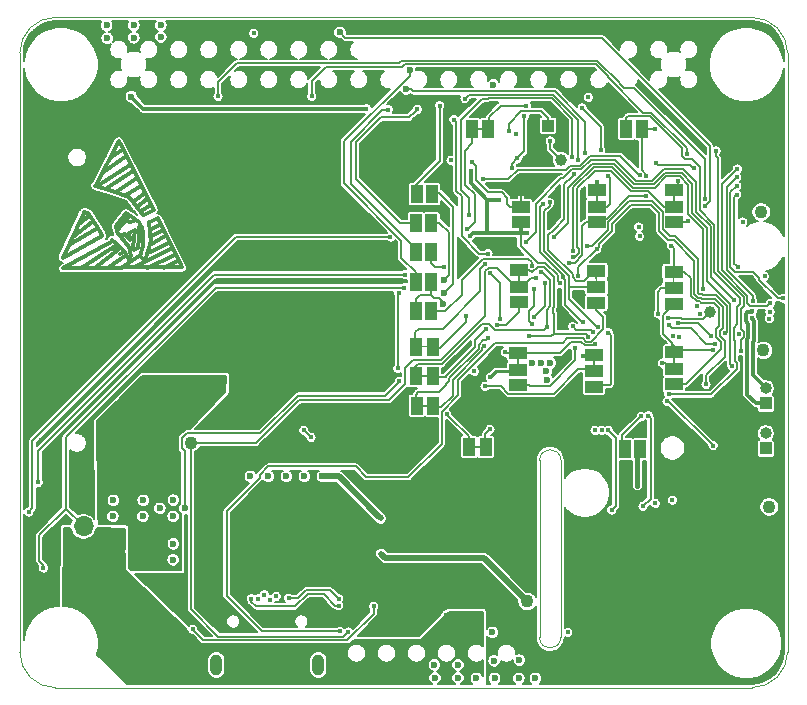
<source format=gbr>
G04 #@! TF.GenerationSoftware,KiCad,Pcbnew,(5.1.5)-3*
G04 #@! TF.CreationDate,2021-12-30T11:40:28+01:00*
G04 #@! TF.ProjectId,mPCIe_HAT,6d504349-655f-4484-9154-2e6b69636164,rev?*
G04 #@! TF.SameCoordinates,PX7094cd0PY79a4230*
G04 #@! TF.FileFunction,Copper,L4,Bot*
G04 #@! TF.FilePolarity,Positive*
%FSLAX46Y46*%
G04 Gerber Fmt 4.6, Leading zero omitted, Abs format (unit mm)*
G04 Created by KiCad (PCBNEW (5.1.5)-3) date 2021-12-30 11:40:28*
%MOMM*%
%LPD*%
G04 APERTURE LIST*
%ADD10C,0.100000*%
%ADD11C,0.150000*%
%ADD12C,0.304800*%
%ADD13C,0.600000*%
%ADD14C,5.300000*%
%ADD15R,1.000000X1.000000*%
%ADD16O,1.000000X1.000000*%
%ADD17C,1.100000*%
%ADD18R,1.500000X1.000000*%
%ADD19R,1.000000X1.500000*%
%ADD20C,1.000000*%
%ADD21O,1.000000X2.100000*%
%ADD22O,1.000000X1.800000*%
%ADD23O,1.700000X1.700000*%
%ADD24R,1.700000X1.700000*%
%ADD25C,0.400000*%
%ADD26C,0.350000*%
%ADD27C,0.200000*%
%ADD28C,0.300000*%
%ADD29C,0.250000*%
%ADD30C,0.400000*%
%ADD31C,0.500000*%
G04 APERTURE END LIST*
D10*
X3000000Y-250000D02*
X62000000Y-250000D01*
X0Y53500000D02*
X0Y2750000D01*
X65000000Y53500000D02*
G75*
G03X62000000Y56500000I-3000000J0D01*
G01*
X0Y2750000D02*
G75*
G03X3000000Y-250000I3000000J0D01*
G01*
X45800000Y19000000D02*
G75*
G03X44000000Y19000000I-900000J0D01*
G01*
X45800000Y19000000D02*
X45800000Y4000000D01*
X3000000Y56500000D02*
G75*
G03X0Y53500000I0J-3000000D01*
G01*
X65000000Y53500000D02*
X65000000Y2750000D01*
X44000000Y19000000D02*
X44000000Y4000000D01*
X3000000Y56500000D02*
X62000000Y56500000D01*
X45800000Y4000000D02*
G75*
G02X44000000Y4000000I-900000J0D01*
G01*
X62000000Y-250000D02*
G75*
G03X65000000Y2750000I0J3000000D01*
G01*
D11*
G36*
X55325000Y41400000D02*
G01*
X55325000Y40900000D01*
X55475000Y40900000D01*
X55475000Y41400000D01*
X55325000Y41400000D01*
G37*
G36*
X39200000Y47150000D02*
G01*
X38700000Y47150000D01*
X38700000Y47000000D01*
X39200000Y47000000D01*
X39200000Y47150000D01*
G37*
G36*
X39000000Y20200000D02*
G01*
X38500000Y20200000D01*
X38500000Y20050000D01*
X39000000Y20050000D01*
X39000000Y20200000D01*
G37*
G36*
X34550000Y23700000D02*
G01*
X34050000Y23700000D01*
X34050000Y23550000D01*
X34550000Y23550000D01*
X34550000Y23700000D01*
G37*
G36*
X34500000Y26200000D02*
G01*
X34000000Y26200000D01*
X34000000Y26050000D01*
X34500000Y26050000D01*
X34500000Y26200000D01*
G37*
G36*
X34000000Y28550000D02*
G01*
X34500000Y28550000D01*
X34500000Y28700000D01*
X34000000Y28700000D01*
X34000000Y28550000D01*
G37*
G36*
X55325000Y27675000D02*
G01*
X55325000Y27175000D01*
X55475000Y27175000D01*
X55475000Y27675000D01*
X55325000Y27675000D01*
G37*
G36*
X48525000Y27475000D02*
G01*
X48525000Y26975000D01*
X48675000Y26975000D01*
X48675000Y27475000D01*
X48525000Y27475000D01*
G37*
G36*
X42125000Y27625000D02*
G01*
X42125000Y27125000D01*
X42275000Y27125000D01*
X42275000Y27625000D01*
X42125000Y27625000D01*
G37*
G36*
X55275000Y34500000D02*
G01*
X55275000Y34000000D01*
X55425000Y34000000D01*
X55425000Y34500000D01*
X55275000Y34500000D01*
G37*
G36*
X48750000Y34600000D02*
G01*
X48750000Y34100000D01*
X48900000Y34100000D01*
X48900000Y34600000D01*
X48750000Y34600000D01*
G37*
G36*
X42350000Y41400000D02*
G01*
X42350000Y40900000D01*
X42500000Y40900000D01*
X42500000Y41400000D01*
X42350000Y41400000D01*
G37*
G36*
X42175000Y34625000D02*
G01*
X42175000Y34125000D01*
X42325000Y34125000D01*
X42325000Y34625000D01*
X42175000Y34625000D01*
G37*
G36*
X48775000Y41400000D02*
G01*
X48775000Y40900000D01*
X48925000Y40900000D01*
X48925000Y41400000D01*
X48775000Y41400000D01*
G37*
D12*
X5801240Y39892300D02*
X5471040Y40024380D01*
X6080640Y39463040D02*
X5801240Y39892300D01*
X6410840Y38924560D02*
X6080640Y39463040D01*
X6921380Y38093980D02*
X6410840Y38924560D01*
X8389500Y37123700D02*
X7779900Y37654560D01*
X8900040Y36613160D02*
X8389500Y37123700D01*
X9209920Y35952760D02*
X8900040Y36613160D01*
X9441060Y36262640D02*
X9209920Y35952760D01*
X9281040Y37042420D02*
X9441060Y36262640D01*
X8270120Y38312420D02*
X9281040Y37042420D01*
X8120260Y38822960D02*
X8270120Y38312420D01*
X8981320Y39912620D02*
X8120260Y38822960D01*
X9209920Y39762760D02*
X8981320Y39912620D01*
X10050660Y39132840D02*
X9209920Y39762760D01*
X10299580Y38802640D02*
X10050660Y39132840D01*
X10350380Y38754380D02*
X10299580Y38802640D01*
X10429120Y38213360D02*
X10350380Y38754380D01*
X10429120Y37154180D02*
X10429120Y38213360D01*
X10200520Y36282960D02*
X10429120Y37154180D01*
X10571360Y35863860D02*
X10200520Y36282960D01*
X11069200Y37532640D02*
X10571360Y35863860D01*
X10959980Y39214120D02*
X11069200Y37532640D01*
X9230240Y41284220D02*
X10459600Y39772920D01*
X7330320Y41952240D02*
X9230240Y41284220D01*
X6380360Y42234180D02*
X7330320Y41952240D01*
X8270120Y37174500D02*
X8011040Y36823980D01*
X8501260Y36463300D02*
X8470780Y36463300D01*
X8800980Y36643640D02*
X8501260Y36463300D01*
X6969640Y37982220D02*
X6901060Y38012700D01*
X3619380Y36163580D02*
X6969640Y37982220D01*
X5420240Y39943100D02*
X3619380Y36163580D01*
X10479920Y39793240D02*
X10449440Y39793240D01*
X11340980Y40222500D02*
X10479920Y39793240D01*
X8369180Y46013700D02*
X11340980Y40222500D01*
X6489580Y42282440D02*
X8369180Y46013700D01*
X3670180Y35244100D02*
X7711320Y37453900D01*
X13731120Y35322840D02*
X3670180Y35244100D01*
X11671180Y39483360D02*
X13731120Y35322840D01*
X11041260Y39203960D02*
X11671180Y39483360D01*
X8879720Y38193040D02*
X8651120Y38063500D01*
X9308980Y37654560D02*
X8879720Y38193040D01*
X9281040Y38264160D02*
X9308980Y37654560D01*
X9720460Y38472440D02*
X9281040Y38264160D01*
X9590920Y37072900D02*
X9720460Y38472440D01*
X9689980Y36763020D02*
X9590920Y37072900D01*
X9969380Y36994160D02*
X9689980Y36763020D01*
X10098920Y37832360D02*
X9969380Y36994160D01*
X10098920Y38774700D02*
X10098920Y37832360D01*
X8519040Y38723900D02*
X8341240Y38492760D01*
X8999100Y39252220D02*
X8519040Y38723900D01*
X9359780Y39132840D02*
X8999100Y39252220D01*
X9689980Y39282700D02*
X9359780Y39132840D01*
X8668900Y45302500D02*
X7630040Y44563360D01*
X8930520Y44692900D02*
X7000120Y43293360D01*
X9329300Y44032500D02*
X6720720Y42282440D01*
X9590920Y43504180D02*
X7381120Y42053840D01*
X9938900Y42864100D02*
X8120260Y41723640D01*
X9029580Y41444240D02*
X8999100Y41444240D01*
X10299580Y42234180D02*
X9029580Y41444240D01*
X10629780Y41594100D02*
X9611240Y40903220D01*
X9890640Y40453640D02*
X9890640Y40473960D01*
X10810120Y41083560D02*
X9890640Y40453640D01*
X11089520Y40603500D02*
X10269100Y40123440D01*
X5879980Y39663700D02*
X5039240Y39033780D01*
X6128900Y39203960D02*
X4480440Y37913640D01*
X6459100Y38594360D02*
X4201040Y37253240D01*
X11950580Y38972820D02*
X11208900Y38574040D01*
X12130920Y38472440D02*
X11059040Y37883160D01*
X12329040Y37982220D02*
X11041260Y37253240D01*
X10990460Y36643640D02*
X10959980Y36643640D01*
X12610980Y37433580D02*
X10990460Y36643640D01*
X12920860Y36973840D02*
X9720460Y35322840D01*
X13139300Y36412500D02*
X10759320Y35274580D01*
X13350120Y35884180D02*
X12229980Y35292360D01*
X10119240Y36262640D02*
X8600320Y35244100D01*
X7558920Y35322840D02*
X7530980Y35322840D01*
X8930520Y36333760D02*
X7558920Y35322840D01*
X8341240Y36793500D02*
X6410840Y35343160D01*
X5321180Y35322840D02*
X5300860Y35322840D01*
X8059300Y37174500D02*
X5321180Y35322840D01*
X9230240Y39564640D02*
X8519040Y39054100D01*
D13*
X13000000Y15625000D03*
X12975000Y14250000D03*
X13000000Y11925000D03*
X12975000Y10575000D03*
X10450000Y15600000D03*
X10425000Y14250000D03*
X10450000Y11925000D03*
X10450000Y10575000D03*
X7925000Y15600000D03*
X7875000Y14250000D03*
X7900000Y11925000D03*
X7900000Y10575000D03*
D14*
X31350000Y44650000D03*
X31350000Y20450000D03*
D15*
X63150000Y20000000D03*
D16*
X63150000Y21270000D03*
X63150000Y25080000D03*
D15*
X63150000Y23810000D03*
D17*
X62950000Y28300000D03*
D18*
X55400000Y41850000D03*
X55400000Y39150000D03*
X55400000Y40450000D03*
D19*
X39650000Y47075000D03*
X38250000Y47075000D03*
X38050000Y20125000D03*
X39450000Y20125000D03*
X35000000Y23625000D03*
X33600000Y23625000D03*
X34950000Y26125000D03*
X33550000Y26125000D03*
X33550000Y28625000D03*
X34950000Y28625000D03*
D18*
X55400000Y28125000D03*
X55400000Y25425000D03*
X55400000Y26725000D03*
X48600000Y27925000D03*
X48600000Y25225000D03*
X48600000Y26525000D03*
X42200000Y28075000D03*
X42200000Y25375000D03*
X42200000Y26675000D03*
X55350000Y34950000D03*
X55350000Y32250000D03*
X55350000Y33550000D03*
X48825000Y35050000D03*
X48825000Y32350000D03*
X48825000Y33650000D03*
X42425000Y41850000D03*
X42425000Y39150000D03*
X42425000Y40450000D03*
X42250000Y35075000D03*
X42250000Y32375000D03*
X42250000Y33675000D03*
X48850000Y41850000D03*
X48850000Y39150000D03*
X48850000Y40450000D03*
D15*
X44725000Y47325000D03*
D16*
X45995000Y47325000D03*
D19*
X34900000Y41525000D03*
X33600000Y41525000D03*
X34850000Y39075000D03*
X33550000Y39075000D03*
X34825000Y36625000D03*
X33525000Y36625000D03*
X34825000Y34100000D03*
X33525000Y34100000D03*
X33550000Y31600000D03*
X34850000Y31600000D03*
X52550000Y19925000D03*
X51250000Y19925000D03*
D17*
X62770000Y40010000D03*
X42950000Y7050000D03*
X63450000Y15050000D03*
X63450000Y17550000D03*
D20*
X58450000Y31575000D03*
X45825000Y44425000D03*
D17*
X14500000Y20500000D03*
D21*
X16630000Y5830000D03*
X25270000Y5830000D03*
D22*
X16630000Y1660000D03*
X25270000Y1660000D03*
D23*
X5400000Y13410000D03*
D24*
X5400000Y15950000D03*
D19*
X52650000Y47075000D03*
X51350000Y47075000D03*
D25*
X46380000Y4425000D03*
X19800000Y55145000D03*
X22530000Y20825000D03*
X52753990Y15089000D03*
X53199994Y22775000D03*
X53793872Y15346949D03*
X48700010Y21525000D03*
X49253568Y21528553D03*
X55234940Y15625000D03*
X54894408Y31068168D03*
X750000Y14625006D03*
X31366799Y37901799D03*
X46855285Y36724990D03*
X57839327Y33473438D03*
X60875010Y29675000D03*
X38484001Y26536001D03*
X36150011Y22897699D03*
D13*
X11850000Y14924998D03*
X40000000Y4425000D03*
X42250000Y524998D03*
X43650000Y524998D03*
X40200000Y525000D03*
X38650000Y525000D03*
X40150000Y2025000D03*
X42300000Y2074998D03*
X13974990Y14925000D03*
D25*
X32125000Y25675000D03*
X41400000Y46875000D03*
X40388810Y30487245D03*
X58700000Y20225000D03*
X54800000Y23975000D03*
X63519111Y31546170D03*
X63470207Y30972064D03*
X62027538Y31608986D03*
X61995082Y31022630D03*
X24700000Y49825000D03*
X56459723Y44916332D03*
X55696790Y42603544D03*
D13*
X27100000Y55225000D03*
D25*
X57999972Y40525000D03*
X56550000Y39275000D03*
D13*
X32700000Y50424998D03*
D25*
X46944557Y43219170D03*
X47888323Y45011494D03*
X27100000Y4525000D03*
X58950009Y45178981D03*
X58650000Y28324996D03*
X61049996Y28275000D03*
X16775000Y49825000D03*
X55150000Y37174998D03*
X57974515Y41124990D03*
X39380000Y25275000D03*
X49811703Y29799989D03*
X55700000Y30624990D03*
X58549978Y29500010D03*
X39842000Y26011000D03*
X47013586Y28538584D03*
X54948684Y30474729D03*
X58868087Y28864061D03*
X44600000Y30250010D03*
X44158361Y34963415D03*
X39337667Y28687333D03*
X47600000Y48825010D03*
X49196912Y45250010D03*
X39401959Y35631697D03*
D13*
X35900000Y33125000D03*
D25*
X35550000Y49024970D03*
D13*
X35900012Y34225000D03*
D25*
X33650000Y48725000D03*
X35900000Y35325000D03*
X31200000Y48675000D03*
D13*
X35800000Y32225000D03*
X33000000Y51999990D03*
D25*
X43350012Y35482962D03*
X42881875Y37483146D03*
X60483556Y32573519D03*
X52280091Y16859091D03*
X52600012Y22704842D03*
X27000000Y7274994D03*
X22750000Y7324982D03*
X27000000Y6675000D03*
X19600000Y7275000D03*
D13*
X40100000Y50775033D03*
D25*
X42020000Y46665000D03*
X42700000Y48125010D03*
X41650000Y43775000D03*
X42130000Y44574998D03*
X39185742Y42789258D03*
X52494288Y43113039D03*
X48050000Y37125000D03*
X59724979Y29775000D03*
X43525010Y31140818D03*
X45212321Y37911265D03*
X44424979Y33988278D03*
X60274990Y27000026D03*
X58100000Y25425000D03*
X47300000Y34625002D03*
X48840617Y36884560D03*
X46801511Y30324986D03*
X48542808Y29853304D03*
X55850000Y29450010D03*
X57614545Y31418352D03*
X60700000Y41475000D03*
X60799997Y35350010D03*
X64650000Y32700000D03*
X60700000Y42225000D03*
X60700000Y42975000D03*
X62056090Y32471477D03*
X63550000Y32306606D03*
X53847202Y44209510D03*
X60739473Y43664473D03*
X57054726Y43725000D03*
X36750000Y47825000D03*
X39633023Y36480846D03*
X43400000Y30525000D03*
X43499998Y33525000D03*
X39850000Y34824990D03*
X40638288Y30977422D03*
X44300528Y40724472D03*
X45997739Y34499990D03*
X47650004Y30667131D03*
X32574976Y34725000D03*
X1550000Y17125004D03*
X30590000Y11075000D03*
D13*
X19522000Y17629000D03*
X22570000Y17629000D03*
X24094000Y17629000D03*
X25618000Y17629000D03*
X21046000Y17629000D03*
X44160000Y27225000D03*
X44922000Y27225000D03*
X44550000Y26525000D03*
X44600000Y25825000D03*
X43400000Y27225000D03*
D25*
X39800000Y21625000D03*
X30544816Y14070526D03*
D13*
X36150000Y5825000D03*
X37500000Y5825000D03*
X36150000Y4375000D03*
X37550000Y4375000D03*
X38650000Y5825000D03*
X7400000Y54725000D03*
X7350000Y55825000D03*
X11950000Y54825000D03*
X11950000Y55825000D03*
X9650000Y54775000D03*
X9650000Y55825000D03*
X5650000Y11275000D03*
X4450000Y9525000D03*
X5700000Y9525000D03*
X6800000Y9525000D03*
X4450000Y11275000D03*
X6750000Y11275000D03*
D25*
X61200000Y39175000D03*
X63050000Y34575000D03*
X29950000Y6625000D03*
X14650000Y4675000D03*
X32557505Y33621830D03*
X2000000Y9875008D03*
X37683641Y49599989D03*
X48900000Y42599967D03*
X47300000Y44425000D03*
X47695223Y27790164D03*
X48715574Y28810517D03*
X54946876Y24574988D03*
X41100000Y28150010D03*
X48125000Y49725000D03*
X42897634Y49025011D03*
X37900000Y38575000D03*
X52850000Y55215000D03*
X35040000Y51955000D03*
X30000000Y49685000D03*
X15610000Y52185000D03*
X64500000Y41405000D03*
X37190000Y36005000D03*
X30540000Y10165000D03*
X48780000Y35945000D03*
X14040000Y9115000D03*
X31570000Y13575000D03*
X54680000Y48635000D03*
X28890000Y38575000D03*
X28750000Y48245000D03*
X31340000Y33155000D03*
X1770000Y20705000D03*
X31780000Y37435000D03*
X45770000Y22125000D03*
X42480000Y23965000D03*
X42500000Y23365000D03*
X42500000Y22765000D03*
X1760000Y34385000D03*
X64470000Y48915000D03*
X58517424Y450010D03*
X43500000Y4355000D03*
X36450000Y8185000D03*
X43520000Y8275000D03*
X43450000Y12565000D03*
X40500000Y12515000D03*
X36520000Y12545000D03*
X31570000Y11645000D03*
X34380000Y11665000D03*
X47090000Y22105000D03*
X45840000Y23815000D03*
X49600000Y23995000D03*
X44400000Y23475000D03*
D13*
X37100000Y1675000D03*
X35100000Y1675000D03*
X37100000Y575000D03*
D25*
X17000000Y12725000D03*
X24250000Y9575000D03*
X22550000Y19725000D03*
X17946912Y12700010D03*
X33000000Y8175000D03*
X64480000Y9205000D03*
X46646912Y9300010D03*
X58550000Y9325000D03*
X46646912Y1475000D03*
X46646912Y10250010D03*
X46650000Y575000D03*
X58550000Y1425000D03*
X58550000Y10175000D03*
X58646912Y11275000D03*
X49896912Y45200010D03*
X62200024Y34206606D03*
X62800024Y29856606D03*
X63600024Y30256606D03*
X43290000Y46825000D03*
X35400000Y43025000D03*
X34100000Y46225000D03*
X49850000Y30875000D03*
X45600000Y31706606D03*
X43400000Y42475000D03*
X47750000Y40575000D03*
D26*
X44820000Y38750000D03*
D25*
X55844000Y16359000D03*
X54312091Y16351091D03*
X51948944Y16186154D03*
X46172831Y27725000D03*
X41320000Y36675000D03*
X52400000Y39575002D03*
X52450000Y21925000D03*
X60591268Y23983732D03*
X17224479Y7199479D03*
X24650000Y7225000D03*
X14250000Y55225000D03*
X22800000Y55225000D03*
X30450000Y55225000D03*
X43150000Y55225000D03*
X48200000Y55225000D03*
X55800000Y49775000D03*
X19350000Y49775000D03*
X50700000Y12874992D03*
X55100000Y14775000D03*
X39800000Y49025000D03*
D13*
X35150000Y575000D03*
D25*
X59511019Y27013981D03*
X61625010Y34175000D03*
X63931980Y34056980D03*
X19050000Y22175000D03*
X28700000Y8375000D03*
X550000Y17075000D03*
X1700000Y23425000D03*
X8050000Y24425000D03*
X8000000Y48575000D03*
X1700004Y48725000D03*
X2075000Y11175000D03*
X58750000Y48975000D03*
X36628000Y27297000D03*
X19973599Y8597156D03*
X52509621Y37115383D03*
X52405010Y30775000D03*
X52405010Y33974472D03*
X24350000Y10275000D03*
X22569933Y8265221D03*
X41400000Y37724990D03*
X47670000Y32645000D03*
X47649998Y24205000D03*
X40570000Y8275000D03*
X50900010Y16824996D03*
X40469988Y37325000D03*
X45131948Y43021410D03*
X50104494Y14788341D03*
X49812112Y21541333D03*
X20700000Y7625000D03*
X52400000Y38750000D03*
X21700000Y7475000D03*
X20200000Y7275000D03*
X21200000Y7175000D03*
X52467678Y37957338D03*
X44850000Y40825014D03*
X48931986Y30241959D03*
X55301265Y29518622D03*
X57350005Y32024991D03*
X38250000Y44275000D03*
X36499970Y44402038D03*
X53750000Y47071232D03*
X43661618Y34449470D03*
X46470985Y35735369D03*
X53049994Y43100054D03*
X52975251Y41350010D03*
X27799856Y4461911D03*
X49800000Y43099979D03*
X38000000Y39725008D03*
X46773901Y44635414D03*
X46797427Y36178030D03*
X54060433Y31387821D03*
X43100000Y29525000D03*
X54400000Y27225000D03*
X48145631Y29472827D03*
X39500006Y30149672D03*
X39634422Y29382370D03*
X37800000Y31225000D03*
X44900000Y46025004D03*
X38200000Y43525000D03*
D13*
X9450000Y49775000D03*
D25*
X29350000Y48774984D03*
X32000001Y26775000D03*
X42900000Y38225000D03*
X38100000Y37975002D03*
X40550000Y41075000D03*
X45725010Y33979303D03*
X32080000Y33125000D03*
D13*
X11450000Y11275000D03*
X9400000Y11275000D03*
X16450000Y24325000D03*
X16450000Y25575000D03*
X15100000Y24325000D03*
X15100000Y22975000D03*
X15100000Y25575000D03*
D25*
X24050000Y21535004D03*
X24650000Y20935000D03*
D27*
X53399993Y22575001D02*
X53199994Y22775000D01*
X52753990Y15089000D02*
X53399993Y15735003D01*
X53399993Y15735003D02*
X53399993Y22575001D01*
D11*
X55177250Y31068168D02*
X54894408Y31068168D01*
X55985837Y31068168D02*
X55177250Y31068168D01*
X56089005Y30965000D02*
X55985837Y31068168D01*
X58440000Y31525000D02*
X57880000Y30965000D01*
X57880000Y30965000D02*
X56089005Y30965000D01*
D27*
X18326799Y37901799D02*
X31083957Y37901799D01*
X1050000Y14925006D02*
X1050000Y20625000D01*
X1050000Y20625000D02*
X18326799Y37901799D01*
X31083957Y37901799D02*
X31366799Y37901799D01*
X750000Y14625006D02*
X1050000Y14925006D01*
D11*
X56599978Y42329358D02*
X56599978Y39854026D01*
X48575721Y43825000D02*
X50151442Y43825000D01*
X56599978Y39854026D02*
X57839327Y38614677D01*
X57839327Y38614677D02*
X57839327Y33756280D01*
X55900791Y43028545D02*
X56599978Y42329358D01*
X54752103Y43028545D02*
X55900791Y43028545D01*
X57839327Y33756280D02*
X57839327Y33473438D01*
X46855285Y36724990D02*
X46855285Y42104564D01*
X53798580Y42075022D02*
X54752103Y43028545D01*
X51901420Y42075022D02*
X53798580Y42075022D01*
X50151442Y43825000D02*
X51901420Y42075022D01*
X46855285Y42104564D02*
X48575721Y43825000D01*
X38000000Y21047710D02*
X36350010Y22697700D01*
X38000000Y19925000D02*
X38000000Y21047710D01*
X36350010Y22697700D02*
X36150011Y22897699D01*
X13974990Y19750010D02*
X13974990Y14925000D01*
X13724999Y20000001D02*
X13974990Y19750010D01*
X13724999Y20872001D02*
X13724999Y20000001D01*
X14127998Y21275000D02*
X13724999Y20872001D01*
X32125000Y25650000D02*
X30950000Y24475000D01*
X32125000Y25675000D02*
X32125000Y25650000D01*
X30950000Y24475000D02*
X23575722Y24475000D01*
X20375722Y21275000D02*
X14127998Y21275000D01*
X23575722Y24475000D02*
X20375722Y21275000D01*
X41400000Y47157842D02*
X41400000Y46875000D01*
X44725000Y47325000D02*
X44725000Y47975000D01*
X44125000Y48575000D02*
X42470998Y48575000D01*
X42470998Y48575000D02*
X41400000Y47504002D01*
X44725000Y47975000D02*
X44125000Y48575000D01*
X41400000Y47504002D02*
X41400000Y47157842D01*
X42250000Y32375000D02*
X42250000Y31545998D01*
X42250000Y31545998D02*
X41191247Y30487245D01*
X40671652Y30487245D02*
X40388810Y30487245D01*
X41191247Y30487245D02*
X40671652Y30487245D01*
X58499999Y20424999D02*
X54899998Y24025000D01*
X54850000Y24025000D02*
X54800000Y23975000D01*
X54899998Y24025000D02*
X54850000Y24025000D01*
X58700000Y20225000D02*
X58499999Y20424999D01*
D28*
X62350000Y23810000D02*
X61600012Y24559988D01*
X63150000Y23810000D02*
X62350000Y23810000D01*
X61581607Y31556607D02*
X61950000Y31556607D01*
X61449999Y30784710D02*
X61449999Y31424999D01*
X61449999Y31424999D02*
X61581607Y31556607D01*
X61675022Y29315665D02*
X61675022Y30559687D01*
X61675022Y30559687D02*
X61449999Y30784710D01*
X61600012Y24559988D02*
X61600012Y29240655D01*
X61600012Y29240655D02*
X61675022Y29315665D01*
X62050045Y26179955D02*
X62050045Y29054277D01*
X62125033Y29129265D02*
X62125033Y30831572D01*
X62050045Y29054277D02*
X62125033Y29129265D01*
X63150000Y25080000D02*
X62050045Y26179955D01*
X62125033Y30831572D02*
X61950000Y31006605D01*
D11*
X32622998Y52525000D02*
X48775722Y52525000D01*
X56459723Y45199174D02*
X56459723Y44916332D01*
X48775722Y52525000D02*
X49760001Y51540721D01*
X49760001Y51540721D02*
X49760001Y51440721D01*
X32374999Y52277001D02*
X32622998Y52525000D01*
X25897999Y52277001D02*
X32374999Y52277001D01*
X24700000Y51079002D02*
X25897999Y52277001D01*
X24700000Y49825000D02*
X24700000Y51079002D01*
X52775722Y48425000D02*
X53450000Y48425000D01*
X56459723Y45415277D02*
X56459723Y45199174D01*
X49760001Y51440721D02*
X52775722Y48425000D01*
X53450000Y48425000D02*
X56459723Y45415277D01*
X55700000Y42075000D02*
X55700000Y42600334D01*
X55700000Y42600334D02*
X55696790Y42603544D01*
X55400000Y41850000D02*
X55475000Y41850000D01*
X55475000Y41850000D02*
X55700000Y42075000D01*
X27100000Y55225000D02*
X27550000Y54775000D01*
X58424999Y40950027D02*
X58199971Y40724999D01*
X58199971Y40724999D02*
X57999972Y40525000D01*
X58424999Y45600001D02*
X58424999Y40950027D01*
X49250000Y54775000D02*
X58424999Y45600001D01*
X27550000Y54775000D02*
X49250000Y54775000D01*
X56425000Y39150000D02*
X56550000Y39275000D01*
X55400000Y39150000D02*
X56425000Y39150000D01*
X48825000Y35050000D02*
X48825000Y34400000D01*
X47888323Y45294336D02*
X47888323Y45011494D01*
X33324251Y50225011D02*
X39372451Y50225011D01*
X45299256Y50250023D02*
X47888323Y47660956D01*
X39397463Y50250023D02*
X45299256Y50250023D01*
X33124264Y50424998D02*
X33324251Y50225011D01*
X47888323Y47660956D02*
X47888323Y45294336D01*
X39372451Y50225011D02*
X39397463Y50250023D01*
X32700000Y50424998D02*
X33124264Y50424998D01*
X46744558Y43019171D02*
X46944557Y43219170D01*
X46099989Y42374602D02*
X46744558Y43019171D01*
X46099989Y39424989D02*
X46099989Y42374602D01*
X45275001Y38600001D02*
X46099989Y39424989D01*
X48825000Y35050000D02*
X48575000Y35050000D01*
X46800010Y34474990D02*
X46800010Y34745988D01*
X47074999Y34200001D02*
X46800010Y34474990D01*
X46800010Y34745988D02*
X44750000Y36795998D01*
X48575000Y35050000D02*
X47725001Y34200001D01*
X45275001Y38545999D02*
X45275001Y38600001D01*
X44750000Y36795998D02*
X44750000Y38075000D01*
X44750000Y38075000D02*
X44999999Y38324999D01*
X47725001Y34200001D02*
X47074999Y34200001D01*
X44999999Y38324999D02*
X45054001Y38324999D01*
X45054001Y38324999D02*
X45275001Y38545999D01*
X27070010Y4554990D02*
X27100000Y4525000D01*
X37100000Y25770664D02*
X37100000Y24500722D01*
X46350000Y29325000D02*
X45950000Y28925000D01*
X45950000Y28925000D02*
X40254336Y28925000D01*
X48825000Y32350000D02*
X48825000Y31700000D01*
X47941630Y29047826D02*
X47664456Y29325000D01*
X48825000Y31700000D02*
X49400000Y31125000D01*
X47664456Y29325000D02*
X46350000Y29325000D01*
X49400000Y31125000D02*
X49400000Y30095998D01*
X48351828Y29047826D02*
X47941630Y29047826D01*
X21050000Y18475000D02*
X20300000Y17725000D01*
X29350001Y17574999D02*
X28450000Y18475000D01*
X40254336Y28925000D02*
X37100000Y25770664D01*
X49400000Y30095998D02*
X48351828Y29047826D01*
X37100000Y24500722D02*
X35725001Y23125723D01*
X35725001Y23125723D02*
X35725001Y20400001D01*
X20300000Y17725000D02*
X20300000Y17475000D01*
X35725001Y20400001D02*
X32899999Y17574999D01*
X32899999Y17574999D02*
X29350001Y17574999D01*
X28450000Y18475000D02*
X21050000Y18475000D01*
X20300000Y17475000D02*
X17500000Y14675000D01*
X17500000Y14675000D02*
X17500000Y7525000D01*
X17500000Y7525000D02*
X20470010Y4554990D01*
X20470010Y4554990D02*
X27070010Y4554990D01*
X55350000Y32250000D02*
X55350000Y32152764D01*
X55250000Y28927603D02*
X55250000Y28125000D01*
X54469406Y31272170D02*
X54469406Y29708197D01*
X54469406Y29708197D02*
X55250000Y28927603D01*
X55350000Y32152764D02*
X54469406Y31272170D01*
X55800004Y28324996D02*
X58367158Y28324996D01*
X58367158Y28324996D02*
X58650000Y28324996D01*
X55250000Y28875000D02*
X55800004Y28324996D01*
X61049996Y28557842D02*
X61049996Y28275000D01*
X58950009Y45178981D02*
X58950009Y44754717D01*
X59100022Y44604704D02*
X59100022Y35023139D01*
X61300011Y29879001D02*
X61300011Y29470999D01*
X61300011Y29470999D02*
X61049996Y29220984D01*
X61050045Y30128967D02*
X61300011Y29879001D01*
X61299978Y32823183D02*
X61299978Y32074977D01*
X61049996Y29220984D02*
X61049996Y28557842D01*
X61050045Y31825044D02*
X61050045Y30128967D01*
X59100022Y35023139D02*
X61299978Y32823183D01*
X61299978Y32074977D02*
X61050045Y31825044D01*
X58950009Y44754717D02*
X59100022Y44604704D01*
X55349999Y36974999D02*
X55150000Y37174998D01*
X55350000Y34950000D02*
X55349999Y36974999D01*
X51189999Y50479999D02*
X52024003Y50479999D01*
X50799999Y50869999D02*
X51189999Y50479999D01*
X57974515Y44529487D02*
X57974515Y41407832D01*
X32100000Y52625000D02*
X32300000Y52825000D01*
X16775000Y51000000D02*
X18400000Y52625000D01*
X57974515Y41407832D02*
X57974515Y41124990D01*
X18400000Y52625000D02*
X32100000Y52625000D01*
X50799999Y50925001D02*
X50799999Y50869999D01*
X32300000Y52825000D02*
X48900000Y52825000D01*
X48900000Y52825000D02*
X50799999Y50925001D01*
X16775000Y49825000D02*
X16775000Y51000000D01*
X52024003Y50479999D02*
X57974515Y44529487D01*
X58974988Y29396731D02*
X59374988Y28996731D01*
X57704001Y32300009D02*
X58797993Y32300009D01*
X59224988Y31873014D02*
X59224988Y30356409D01*
X56799448Y32946934D02*
X57296381Y32450001D01*
X58797993Y32300009D02*
X59224988Y31873014D01*
X56799448Y34400552D02*
X56799448Y32946934D01*
X59224988Y30356409D02*
X58974988Y30106409D01*
X59374988Y28420986D02*
X56379002Y25425000D01*
X57554009Y32450001D02*
X57704001Y32300009D01*
X57296381Y32450001D02*
X57554009Y32450001D01*
X56379002Y25425000D02*
X55250000Y25425000D01*
X59374988Y28996731D02*
X59374988Y28420986D01*
X58974988Y30106409D02*
X58974988Y29396731D01*
X56250000Y34950000D02*
X56799448Y34400552D01*
X55350000Y34950000D02*
X56250000Y34950000D01*
X45224999Y24649999D02*
X41355001Y24649999D01*
X40730000Y25275000D02*
X39380000Y25275000D01*
X41355001Y24649999D02*
X40730000Y25275000D01*
X48600000Y26700000D02*
X47275000Y26700000D01*
X47275000Y26700000D02*
X45224999Y24649999D01*
X50011702Y25436702D02*
X50011702Y29599990D01*
X49975000Y25400000D02*
X50011702Y25436702D01*
X48600000Y25400000D02*
X49975000Y25400000D01*
X50011702Y29599990D02*
X49811703Y29799989D01*
X57424998Y30624990D02*
X58549978Y29500010D01*
X55700000Y30624990D02*
X57424998Y30624990D01*
D29*
X40350000Y26519000D02*
X39842000Y26011000D01*
X42128000Y26773000D02*
X41874000Y26519000D01*
X41874000Y26519000D02*
X40350000Y26519000D01*
D11*
X42200000Y25375000D02*
X43100000Y25375000D01*
X47013586Y27461584D02*
X47013586Y28255742D01*
X43100000Y25375000D02*
X43175001Y25299999D01*
X44852001Y25299999D02*
X47013586Y27461584D01*
X43175001Y25299999D02*
X44852001Y25299999D01*
X47013586Y28255742D02*
X47013586Y28538584D01*
X58110939Y28864061D02*
X58585245Y28864061D01*
X55248424Y30174989D02*
X56800011Y30174989D01*
X58585245Y28864061D02*
X58868087Y28864061D01*
X56800011Y30174989D02*
X58110939Y28864061D01*
X54948684Y30474729D02*
X55248424Y30174989D01*
X33500000Y26925000D02*
X33500000Y26025000D01*
X39925009Y30349991D02*
X39925009Y30350002D01*
X44374990Y30025000D02*
X40250000Y30025000D01*
X44600000Y30250010D02*
X44374990Y30025000D01*
X39925009Y30350002D02*
X39700011Y30575000D01*
X40250000Y30025000D02*
X39925009Y30349991D01*
X39700011Y30575000D02*
X39150000Y30575000D01*
X39150000Y30575000D02*
X35750000Y27175000D01*
X35750000Y27175000D02*
X33750000Y27175000D01*
X33750000Y27175000D02*
X33500000Y26925000D01*
X44899989Y32059876D02*
X44899989Y34221787D01*
X44358360Y34763416D02*
X44158361Y34963415D01*
X44600000Y30250010D02*
X44600000Y31759887D01*
X44899989Y34221787D02*
X44358360Y34763416D01*
X44600000Y31759887D02*
X44899989Y32059876D01*
X39137668Y28487334D02*
X39337667Y28687333D01*
X35700000Y23525000D02*
X36650000Y24475000D01*
X39137668Y28300001D02*
X39137668Y28487334D01*
X34925000Y23525000D02*
X35700000Y23525000D01*
X36650000Y24475000D02*
X36650000Y25812333D01*
X36650000Y25812333D02*
X39137668Y28300001D01*
X49196912Y47228098D02*
X49196912Y45250010D01*
X47600000Y48825010D02*
X49196912Y47228098D01*
D27*
X33800000Y30125000D02*
X35800000Y30125000D01*
X39201960Y35431698D02*
X39401959Y35631697D01*
X39000000Y33325000D02*
X39000000Y35229738D01*
X33500000Y29825000D02*
X33800000Y30125000D01*
X39000000Y35229738D02*
X39201960Y35431698D01*
X33500000Y28525000D02*
X33500000Y29825000D01*
X35800000Y30125000D02*
X39000000Y33325000D01*
X35525000Y41625000D02*
X34825000Y41625000D01*
X36700013Y33925013D02*
X36700013Y36235981D01*
X35900000Y33125000D02*
X36700013Y33925013D01*
X36700013Y36235981D02*
X36700000Y36235994D01*
X36700000Y40450000D02*
X35525000Y41625000D01*
X36700000Y36235994D02*
X36700000Y40450000D01*
X35550000Y48742128D02*
X35550000Y49024970D01*
X35550000Y44325000D02*
X35550000Y48742128D01*
X33525000Y41625000D02*
X33525000Y42300000D01*
X33525000Y42300000D02*
X35550000Y44325000D01*
X36350006Y34674994D02*
X36200011Y34524999D01*
X34825000Y39125000D02*
X35525000Y39125000D01*
X36349989Y38300011D02*
X36349989Y35591019D01*
X36350006Y35591002D02*
X36350006Y34674994D01*
X35525000Y39125000D02*
X36349989Y38300011D01*
X36349989Y35591019D02*
X36350006Y35591002D01*
X36200011Y34524999D02*
X35900012Y34225000D01*
X33550000Y39075000D02*
X32150000Y39075000D01*
X33550000Y39075000D02*
X32200000Y39075000D01*
X32200000Y39075000D02*
X28449999Y42825001D01*
X28449999Y42825001D02*
X28449999Y45930011D01*
X33450001Y48525001D02*
X33650000Y48725000D01*
X32949991Y48024991D02*
X33450001Y48525001D01*
X30544979Y48024991D02*
X32949991Y48024991D01*
X28449999Y45930011D02*
X30544979Y48024991D01*
X34825000Y36625000D02*
X34825000Y35675000D01*
X35617158Y35325000D02*
X35900000Y35325000D01*
X35175000Y35325000D02*
X35617158Y35325000D01*
X34825000Y35675000D02*
X35175000Y35325000D01*
X30917158Y48675000D02*
X31200000Y48675000D01*
X30700000Y48675000D02*
X30917158Y48675000D01*
X33525000Y36625000D02*
X33525000Y36875000D01*
X33525000Y36875000D02*
X28000000Y42400000D01*
X28000000Y42400000D02*
X28000000Y45975000D01*
X28000000Y45975000D02*
X30700000Y48675000D01*
D11*
X34825000Y33775000D02*
X34825000Y34100000D01*
X33550000Y31600000D02*
X33550000Y32500000D01*
X34825000Y33200000D02*
X34825000Y34100000D01*
D27*
X33550000Y32500000D02*
X33550000Y32675000D01*
X33550000Y32675000D02*
X33904990Y33029990D01*
X33550000Y32675000D02*
X33550000Y31600000D01*
X34804990Y33029990D02*
X34825000Y33050000D01*
X34825000Y33050000D02*
X34825000Y34100000D01*
X33904990Y33029990D02*
X34804990Y33029990D01*
X35094982Y32739998D02*
X35375736Y32739998D01*
X34804990Y33029990D02*
X35094982Y32739998D01*
D11*
X35285002Y32739998D02*
X35375736Y32739998D01*
D27*
X35800000Y32425000D02*
X35800000Y32225000D01*
X35375736Y32739998D02*
X35485002Y32739998D01*
X35485002Y32739998D02*
X35800000Y32425000D01*
X33000000Y51575726D02*
X33000000Y51999990D01*
X27450000Y42455010D02*
X27450000Y46025726D01*
X33525000Y34907001D02*
X32300000Y36132001D01*
X33525000Y34100000D02*
X33525000Y34907001D01*
X27450000Y46025726D02*
X33000000Y51575726D01*
X32300000Y37605010D02*
X27450000Y42455010D01*
X32300000Y36132001D02*
X32300000Y37605010D01*
X35975000Y31600000D02*
X34850000Y31600000D01*
D11*
X39181854Y36056709D02*
X39428158Y36056709D01*
X43049521Y36055845D02*
X43350012Y35755354D01*
X39428158Y36056709D02*
X39429022Y36055845D01*
X35975000Y31600000D02*
X37400000Y33025000D01*
X42881875Y37483146D02*
X43699989Y38301260D01*
X46765160Y43644172D02*
X47546336Y43644172D01*
X43699989Y38301260D02*
X43699989Y40724989D01*
X56149327Y43628567D02*
X57249494Y42528400D01*
X57249494Y42528400D02*
X57249494Y40053067D01*
X54503567Y43628567D02*
X56149327Y43628567D01*
X58500000Y34557075D02*
X60283557Y32773518D01*
X45995988Y42875000D02*
X46765160Y43644172D01*
X45850000Y42875000D02*
X45995988Y42875000D01*
X53550044Y42675044D02*
X54503567Y43628567D01*
X37400000Y33025000D02*
X37400000Y34274855D01*
X52149956Y42675044D02*
X53550044Y42675044D01*
X43350012Y35755354D02*
X43350012Y35482962D01*
X60283557Y32773518D02*
X60483556Y32573519D01*
X39429022Y36055845D02*
X43049521Y36055845D01*
X43699989Y40724989D02*
X45850000Y42875000D01*
X48327185Y44425022D02*
X50399978Y44425022D01*
X47546336Y43644172D02*
X48327185Y44425022D01*
X37400000Y34274855D02*
X39181854Y36056709D01*
X57249494Y40053067D02*
X58500000Y38802561D01*
X58500000Y38802561D02*
X58500000Y34557075D01*
X50399978Y44425022D02*
X52149956Y42675044D01*
D27*
X52280091Y19469909D02*
X52275000Y19475000D01*
D30*
X52280091Y16859091D02*
X52280091Y19469909D01*
D27*
X52579842Y22704842D02*
X52600012Y22704842D01*
X50975000Y19475000D02*
X50975000Y21100000D01*
X50975000Y21100000D02*
X52579842Y22704842D01*
D11*
X22759982Y7315000D02*
X22750000Y7324982D01*
X24230000Y7975000D02*
X23570000Y7315000D01*
X23570000Y7315000D02*
X22759982Y7315000D01*
X27000000Y7274994D02*
X26299994Y7975000D01*
X26299994Y7975000D02*
X24230000Y7975000D01*
X19967158Y6625000D02*
X19600000Y6992158D01*
X19600000Y6992158D02*
X19600000Y7275000D01*
X27000000Y6675000D02*
X26717158Y6675000D01*
X25717158Y7675000D02*
X24379002Y7675000D01*
X26717158Y6675000D02*
X25717158Y7675000D01*
X24379002Y7675000D02*
X23329002Y6625000D01*
X23329002Y6625000D02*
X19967158Y6625000D01*
X42700000Y45144998D02*
X42130000Y44574998D01*
X42700000Y48125010D02*
X42700000Y45144998D01*
X41650000Y43775000D02*
X41650000Y44094998D01*
X41650000Y44094998D02*
X42130000Y44574998D01*
X52294289Y43313038D02*
X52494288Y43113039D01*
X50832327Y44775000D02*
X52294289Y43313038D01*
X41343260Y42789258D02*
X42154003Y43600001D01*
X46272105Y43600001D02*
X46616287Y43944183D01*
X42154003Y43600001D02*
X46272105Y43600001D01*
X48252885Y44775000D02*
X50832327Y44775000D01*
X46616287Y43944183D02*
X47422068Y43944183D01*
X47422068Y43944183D02*
X48252885Y44775000D01*
X39185742Y42789258D02*
X41343260Y42789258D01*
X49825001Y38524279D02*
X49825001Y39145724D01*
X49825001Y39145724D02*
X51604277Y40925000D01*
X53550001Y40925000D02*
X54425000Y40050001D01*
X57399470Y36028813D02*
X57399470Y33195470D01*
X54425000Y40050001D02*
X54425000Y38553283D01*
X48050000Y37125000D02*
X48425722Y37125000D01*
X55028270Y37950013D02*
X55478270Y37950013D01*
X59849978Y32096582D02*
X59849978Y29899999D01*
X57544917Y33050023D02*
X57802537Y33050023D01*
X58972090Y32974470D02*
X59849978Y32096582D01*
X57802537Y33050023D02*
X57878090Y32974470D01*
X51604277Y40925000D02*
X53550001Y40925000D01*
X57878090Y32974470D02*
X58972090Y32974470D01*
X59849978Y29899999D02*
X59724979Y29775000D01*
X55478270Y37950013D02*
X57399470Y36028813D01*
X57399470Y33195470D02*
X57544917Y33050023D01*
X54425000Y38553283D02*
X55028270Y37950013D01*
X48425722Y37125000D02*
X49825001Y38524279D01*
X43525010Y31140818D02*
X44424979Y32040787D01*
X44424979Y32040787D02*
X44424979Y33988278D01*
X54627835Y43328556D02*
X56025059Y43328556D01*
X46400000Y39098944D02*
X46400000Y42073558D01*
X56928270Y39950013D02*
X58199989Y38678294D01*
X56025059Y43328556D02*
X56928270Y42425345D01*
X60149989Y27125027D02*
X60274990Y27000026D01*
X46400000Y42073558D02*
X48451453Y44125011D01*
X53674312Y42375033D02*
X54627835Y43328556D01*
X56928270Y42425345D02*
X56928270Y39950013D01*
X60149989Y32220850D02*
X60149989Y27125027D01*
X52025688Y42375033D02*
X53674312Y42375033D01*
X45212321Y37911265D02*
X46400000Y39098944D01*
X50275710Y44125011D02*
X52025688Y42375033D01*
X48451453Y44125011D02*
X50275710Y44125011D01*
X58199989Y38678294D02*
X58199989Y34170850D01*
X58199989Y34170850D02*
X60149989Y32220850D01*
X47300000Y34625002D02*
X47300000Y35343943D01*
X47300000Y35343943D02*
X48840617Y36884560D01*
X49040616Y37315616D02*
X49040616Y37084559D01*
X53425733Y40624989D02*
X51728545Y40624989D01*
X54124989Y39925733D02*
X53425733Y40624989D01*
X49040616Y37084559D02*
X48840617Y36884560D01*
X54904002Y37650002D02*
X54124989Y38429015D01*
X55354002Y37650002D02*
X54904002Y37650002D01*
X57099459Y35904545D02*
X55354002Y37650002D01*
X57420649Y32750012D02*
X57099459Y33071202D01*
X57678269Y32750012D02*
X57420649Y32750012D01*
X57753822Y32674459D02*
X57678269Y32750012D01*
X59274999Y29982141D02*
X59524999Y30232141D01*
X51728545Y40624989D02*
X50125012Y39021456D01*
X59524999Y30232141D02*
X59524999Y31997282D01*
X58847822Y32674459D02*
X57753822Y32674459D01*
X59524999Y31997282D02*
X58847822Y32674459D01*
X50125012Y39021456D02*
X50125012Y38400012D01*
X54124989Y38429015D02*
X54124989Y39925733D01*
X57099459Y33071202D02*
X57099459Y35904545D01*
X59674999Y29120999D02*
X59274999Y29520999D01*
X50125012Y38400012D02*
X49040616Y37315616D01*
X58100000Y25425000D02*
X58100000Y26204004D01*
X58100000Y26204004D02*
X59674999Y27779003D01*
X59274999Y29520999D02*
X59274999Y29982141D01*
X59674999Y27779003D02*
X59674999Y29120999D01*
X46801511Y30324986D02*
X47073194Y30053303D01*
X48342809Y30053303D02*
X48542808Y29853304D01*
X47073194Y30053303D02*
X48342809Y30053303D01*
X60500001Y35650006D02*
X60599998Y35550009D01*
X60599998Y35550009D02*
X60799997Y35350010D01*
X60500001Y41275001D02*
X60500001Y35650006D01*
X60700000Y41475000D02*
X60500001Y41275001D01*
X64600000Y32725000D02*
X64650000Y32675000D01*
X64170994Y32725000D02*
X64600000Y32725000D01*
X60150000Y41675000D02*
X60150000Y35345998D01*
X60150000Y35345998D02*
X60570998Y34925000D01*
X62625025Y34410607D02*
X62625025Y34270969D01*
X60570998Y34925000D02*
X62110632Y34925000D01*
X62625025Y34270969D02*
X64170994Y32725000D01*
X60700000Y42225000D02*
X60150000Y41675000D01*
X62110632Y34925000D02*
X62625025Y34410607D01*
X62056090Y32915629D02*
X62056090Y32754319D01*
X59849990Y42124990D02*
X59849990Y35121729D01*
X59849990Y35121729D02*
X62056090Y32915629D01*
X62056090Y32754319D02*
X62056090Y32471477D01*
X60700000Y42975000D02*
X59849990Y42124990D01*
X53847202Y44209510D02*
X54047201Y44009511D01*
X56854727Y43924999D02*
X57054726Y43725000D01*
X56770215Y44009511D02*
X56854727Y43924999D01*
X54047201Y44009511D02*
X56770215Y44009511D01*
X61852089Y32046476D02*
X61599989Y32298576D01*
X63550000Y32306606D02*
X63289870Y32046476D01*
X60539474Y43464474D02*
X60739473Y43664473D01*
X59450000Y35097440D02*
X59450000Y42375000D01*
X61599989Y32947451D02*
X59450000Y35097440D01*
X59450000Y42375000D02*
X60539474Y43464474D01*
X63289870Y32046476D02*
X61852089Y32046476D01*
X61599989Y32298576D02*
X61599989Y32947451D01*
X37400000Y41370376D02*
X37400000Y37995998D01*
X38915152Y36480846D02*
X39350181Y36480846D01*
X39350181Y36480846D02*
X39633023Y36480846D01*
X37400000Y37995998D02*
X38915152Y36480846D01*
X36949999Y41820377D02*
X37400000Y41370376D01*
X36750000Y47825000D02*
X36949999Y47625001D01*
X36949999Y47625001D02*
X36949999Y41820377D01*
X43499998Y32033035D02*
X43499998Y33242158D01*
X43100000Y31633037D02*
X43499998Y32033035D01*
X43499998Y33242158D02*
X43499998Y33525000D01*
X43400000Y30525000D02*
X43100000Y30825000D01*
X43100000Y30825000D02*
X43100000Y31633037D01*
X40638288Y31260264D02*
X40638288Y30977422D01*
X40638288Y34036702D02*
X40638288Y31260264D01*
X39850000Y34824990D02*
X40638288Y34036702D01*
X45997739Y34499990D02*
X46197738Y34299991D01*
X46197738Y34299991D02*
X46197738Y32119397D01*
X46197738Y32119397D02*
X47450005Y30867130D01*
X47450005Y30867130D02*
X47650004Y30667131D01*
X44000000Y36648533D02*
X45997739Y34650794D01*
X44000000Y40423944D02*
X44000000Y36648533D01*
X44300528Y40724472D02*
X44000000Y40423944D01*
X45997739Y34650794D02*
X45997739Y34499990D01*
D27*
X1550000Y19825000D02*
X1550000Y17407846D01*
X32574976Y34725000D02*
X16450000Y34725000D01*
X1550000Y17407846D02*
X1550000Y17125004D01*
X16450000Y34725000D02*
X1550000Y19825000D01*
D11*
X39400000Y19925000D02*
X39400000Y21225000D01*
X39400000Y21225000D02*
X39800000Y21625000D01*
D31*
X42950000Y7050000D02*
X39295000Y10705000D01*
X30960000Y10705000D02*
X30590000Y11075000D01*
X39295000Y10705000D02*
X30960000Y10705000D01*
X25618000Y17629000D02*
X26986342Y17629000D01*
X26986342Y17629000D02*
X30344817Y14270525D01*
X30344817Y14270525D02*
X30544816Y14070526D01*
D11*
X15550009Y3774991D02*
X14849999Y4475001D01*
X27741938Y3774991D02*
X15550009Y3774991D01*
X14849999Y4475001D02*
X14650000Y4675000D01*
X29950000Y5983053D02*
X27741938Y3774991D01*
X29950000Y6625000D02*
X29950000Y5983053D01*
D27*
X5400000Y13410000D02*
X3900000Y14910000D01*
D11*
X1650000Y10507850D02*
X2000000Y10157850D01*
X3900000Y14910000D02*
X1650000Y12660000D01*
X2000000Y10157850D02*
X2000000Y9875008D01*
X1650000Y12660000D02*
X1650000Y10507850D01*
D27*
X16580828Y33621830D02*
X32557505Y33621830D01*
X3900000Y14910000D02*
X3900000Y20941002D01*
X3900000Y20941002D02*
X16580828Y33621830D01*
D11*
X48850000Y41850000D02*
X48850000Y42549967D01*
X48850000Y42549967D02*
X48900000Y42599967D01*
X39521731Y49950012D02*
X45174988Y49950012D01*
X45174988Y49950012D02*
X47300000Y47825000D01*
X39496730Y49925011D02*
X39521731Y49950012D01*
X47300000Y47825000D02*
X47300000Y44707842D01*
X38008663Y49925011D02*
X39496730Y49925011D01*
X47300000Y44707842D02*
X47300000Y44425000D01*
X37683641Y49599989D02*
X38008663Y49925011D01*
X47978065Y27790164D02*
X47695223Y27790164D01*
X48290164Y27790164D02*
X47978065Y27790164D01*
X48600000Y28100000D02*
X48290164Y27790164D01*
X42130000Y28005000D02*
X42200000Y28075000D01*
X46699989Y29024989D02*
X47540188Y29024989D01*
X48652872Y28747815D02*
X48715574Y28810517D01*
X42200000Y28075000D02*
X45750000Y28075000D01*
X47817362Y28747815D02*
X48652872Y28747815D01*
X45750000Y28075000D02*
X46699989Y29024989D01*
X47540188Y29024989D02*
X47817362Y28747815D01*
X60450000Y30230017D02*
X60450000Y29196721D01*
X53325245Y48124989D02*
X56025001Y45425233D01*
X58549988Y24574988D02*
X55229718Y24574988D01*
X51350000Y47975000D02*
X51499990Y48124990D01*
X57578313Y41402109D02*
X57549505Y41373301D01*
X60999967Y32199245D02*
X60750034Y31949312D01*
X57549505Y40177336D02*
X58800011Y38926830D01*
X56933728Y44475000D02*
X57578313Y43830415D01*
X55229718Y24574988D02*
X54946876Y24574988D01*
X60750034Y31949312D02*
X60750034Y30530051D01*
X57549505Y41373301D02*
X57549505Y40177336D01*
X60999967Y32698915D02*
X60999967Y32199245D01*
X51350000Y47075000D02*
X51350000Y47975000D01*
X60562501Y27362499D02*
X60700000Y27225000D01*
X56025001Y44749999D02*
X56300000Y44475000D01*
X57578313Y43830415D02*
X57578313Y41402109D01*
X58800011Y34898871D02*
X60999967Y32698915D01*
X60700000Y27225000D02*
X60700000Y26725000D01*
X60562501Y29084220D02*
X60562501Y27362499D01*
X60700000Y26725000D02*
X58549988Y24574988D01*
X56300000Y44475000D02*
X56933728Y44475000D01*
X60750034Y30530051D02*
X60450000Y30230017D01*
X60450000Y29196721D02*
X60562501Y29084220D01*
X56025001Y45425233D02*
X56025001Y44749999D01*
X58800011Y38926830D02*
X58800011Y34898871D01*
X51499990Y48124990D02*
X53325245Y48124989D01*
X42200000Y28075000D02*
X41175010Y28075000D01*
X41175010Y28075000D02*
X41100000Y28150010D01*
X42614792Y49025011D02*
X42897634Y49025011D01*
X40700011Y49025011D02*
X42614792Y49025011D01*
X39750000Y48075000D02*
X40700011Y49025011D01*
X39650000Y46925000D02*
X39750000Y47025000D01*
X39750000Y47025000D02*
X39750000Y48075000D01*
D27*
X38099999Y38774999D02*
X37900000Y38575000D01*
X38500000Y39175000D02*
X38099999Y38774999D01*
X38300000Y45825000D02*
X37700000Y45225000D01*
X38300000Y47225000D02*
X38300000Y45825000D01*
X37700000Y45225000D02*
X37700000Y42325000D01*
X37700000Y42325000D02*
X38500000Y41525000D01*
X38500000Y41525000D02*
X38500000Y39175000D01*
D29*
X42775000Y41850000D02*
X43400000Y42475000D01*
X42425000Y41850000D02*
X42775000Y41850000D01*
D27*
X50450000Y20903445D02*
X49812112Y21541333D01*
X50104494Y14788341D02*
X50450000Y15133847D01*
X50450000Y15133847D02*
X50450000Y20903445D01*
D11*
X48825000Y33650000D02*
X46525000Y33650000D01*
X46525000Y33650000D02*
X46500000Y33625000D01*
X44850000Y40542172D02*
X44400000Y40092172D01*
X44400000Y40092172D02*
X44400000Y36721719D01*
X44400000Y36721719D02*
X46500000Y34621719D01*
X46500000Y32673945D02*
X48731987Y30441958D01*
X44850000Y40825014D02*
X44850000Y40542172D01*
X46500000Y34621719D02*
X46500000Y32673945D01*
X48731987Y30441958D02*
X48931986Y30241959D01*
X38650000Y42695998D02*
X38650000Y43875000D01*
X38650000Y43875000D02*
X38250000Y44275000D01*
X39670998Y41675000D02*
X38650000Y42695998D01*
X41525000Y40450000D02*
X41250000Y40725000D01*
X41250000Y40725000D02*
X41250000Y41228992D01*
X42425000Y40450000D02*
X41525000Y40450000D01*
X41250000Y41228992D02*
X40803992Y41675000D01*
X40803992Y41675000D02*
X39670998Y41675000D01*
X52650000Y47075000D02*
X53746232Y47075000D01*
X53746232Y47075000D02*
X53750000Y47071232D01*
X42250000Y33675000D02*
X42500000Y33675000D01*
X43274470Y34449470D02*
X43378776Y34449470D01*
X42500000Y33675000D02*
X43274470Y34449470D01*
X43378776Y34449470D02*
X43661618Y34449470D01*
X47950000Y39150000D02*
X47622812Y38822812D01*
X48850000Y39150000D02*
X47950000Y39150000D01*
X46753827Y35735369D02*
X46470985Y35735369D01*
X47622812Y38822812D02*
X47622812Y36371721D01*
X46986460Y35735369D02*
X46753827Y35735369D01*
X47622812Y36371721D02*
X46986460Y35735369D01*
X52650000Y47075000D02*
X52650000Y43579430D01*
X52650000Y43579430D02*
X53049994Y43179436D01*
X53049994Y43179436D02*
X53049994Y43100054D01*
X33294998Y27475000D02*
X32600000Y26780002D01*
X40374999Y35300001D02*
X39693371Y35300001D01*
X15277817Y20500000D02*
X14500000Y20500000D01*
X32600000Y25475000D02*
X31250000Y24125000D01*
X42000000Y33675000D02*
X40374999Y35300001D01*
X39400000Y31249279D02*
X35625721Y27475000D01*
X35625721Y27475000D02*
X33294998Y27475000D01*
X42250000Y33675000D02*
X42000000Y33675000D01*
X23650000Y24125000D02*
X20025000Y20500000D01*
X32600000Y26780002D02*
X32600000Y25475000D01*
X39400000Y35006630D02*
X39400000Y31249279D01*
X20025000Y20500000D02*
X15277817Y20500000D01*
X31250000Y24125000D02*
X23650000Y24125000D01*
X39693371Y35300001D02*
X39400000Y35006630D01*
X52692409Y41350010D02*
X52975251Y41350010D01*
X48895000Y39150000D02*
X49190000Y39445000D01*
X49700000Y39445000D02*
X51605010Y41350010D01*
X48850000Y39150000D02*
X48895000Y39150000D01*
X49190000Y39445000D02*
X49700000Y39445000D01*
X51605010Y41350010D02*
X52692409Y41350010D01*
X27786911Y4461911D02*
X27799856Y4461911D01*
X14500000Y20500000D02*
X14500000Y6384682D01*
X27400000Y4075000D02*
X27786911Y4461911D01*
X16809682Y4075000D02*
X27400000Y4075000D01*
X14500000Y6384682D02*
X16809682Y4075000D01*
X48850000Y40450000D02*
X49750000Y40450000D01*
X49999999Y42899980D02*
X49800000Y43099979D01*
X49750000Y40450000D02*
X49999999Y40699999D01*
X49999999Y40699999D02*
X49999999Y42899980D01*
X39620998Y49625000D02*
X39645999Y49650001D01*
X39645999Y49650001D02*
X45050721Y49650001D01*
X45050721Y49650001D02*
X46773901Y47926821D01*
X37324989Y41869665D02*
X37324989Y47804991D01*
X39144998Y49625000D02*
X39620998Y49625000D01*
X38000000Y39725008D02*
X38000000Y41194654D01*
X46773901Y47926821D02*
X46773901Y44918256D01*
X37324989Y47804991D02*
X39144998Y49625000D01*
X46773901Y44918256D02*
X46773901Y44635414D01*
X38000000Y41194654D02*
X37324989Y41869665D01*
X48700000Y43525000D02*
X47197811Y42022811D01*
X47197811Y37028982D02*
X47322802Y36903991D01*
X47197811Y42022811D02*
X47197811Y37028982D01*
X47322802Y36903991D02*
X47322802Y36516901D01*
X46983931Y36178030D02*
X46797427Y36178030D01*
X47322802Y36516901D02*
X46983931Y36178030D01*
X48700000Y43524989D02*
X50027174Y43524989D01*
X50027174Y43524989D02*
X51777152Y41775011D01*
X51777152Y41775011D02*
X53174989Y41775011D01*
X53174989Y41775011D02*
X54500000Y40450000D01*
X54500000Y40450000D02*
X55400000Y40450000D01*
X54060433Y33285433D02*
X54060433Y31670663D01*
X54060433Y31670663D02*
X54060433Y31387821D01*
X54325000Y33550000D02*
X54060433Y33285433D01*
X55350000Y33550000D02*
X54325000Y33550000D01*
X54600000Y27225000D02*
X54400000Y27225000D01*
X55400000Y26725000D02*
X55100000Y26725000D01*
X55100000Y26725000D02*
X54600000Y27225000D01*
X45000000Y29525000D02*
X43100000Y29525000D01*
X45200000Y29725000D02*
X45000000Y29525000D01*
X47945632Y29672826D02*
X48145631Y29472827D01*
X45200000Y29725000D02*
X47893458Y29725000D01*
X47893458Y29725000D02*
X47945632Y29672826D01*
X43325001Y34899999D02*
X43150000Y35075000D01*
X43856517Y35388425D02*
X43368091Y34899999D01*
X45174999Y31502605D02*
X45174999Y31910607D01*
X45200000Y34529265D02*
X44340840Y35388425D01*
X45200000Y29725000D02*
X45200000Y31477604D01*
X45200000Y31477604D02*
X45174999Y31502605D01*
X45200000Y31935608D02*
X45200000Y34529265D01*
X44340840Y35388425D02*
X43856517Y35388425D01*
X43150000Y35075000D02*
X42250000Y35075000D01*
X43368091Y34899999D02*
X43325001Y34899999D01*
X45174999Y31910607D02*
X45200000Y31935608D01*
X38537648Y29187314D02*
X39300007Y29949673D01*
X39300007Y29949673D02*
X39500006Y30149672D01*
X34900000Y26025000D02*
X36049981Y26025000D01*
X36049981Y26025000D02*
X36049981Y26117926D01*
X36049981Y26117926D02*
X38537648Y28605593D01*
X38537648Y28605593D02*
X38537648Y29187314D01*
X35500000Y24775000D02*
X36099989Y25374989D01*
X33750000Y24775000D02*
X35500000Y24775000D01*
X36099989Y25424989D02*
X36349990Y25674990D01*
X33525000Y24550000D02*
X33750000Y24775000D01*
X39434423Y29182371D02*
X39634422Y29382370D01*
X36099989Y25374989D02*
X36099989Y25424989D01*
X33525000Y23525000D02*
X33525000Y24550000D01*
X36349990Y25674990D02*
X36349991Y25936602D01*
X38837658Y28788380D02*
X39231649Y29182371D01*
X36349991Y25936602D02*
X38837658Y28424269D01*
X38837658Y28424269D02*
X38837658Y28788380D01*
X39231649Y29182371D02*
X39434423Y29182371D01*
D27*
X35600000Y28525000D02*
X37800000Y30725000D01*
X34900000Y28525000D02*
X35600000Y28525000D01*
X37800000Y30725000D02*
X37800000Y31225000D01*
D11*
X44900000Y45350000D02*
X44900000Y46025004D01*
X45825000Y44425000D02*
X44900000Y45350000D01*
D28*
X10450016Y48774984D02*
X28925736Y48774984D01*
X9450000Y49775000D02*
X10450016Y48774984D01*
X28925736Y48774984D02*
X29350000Y48774984D01*
X39559970Y41075000D02*
X40267158Y41075000D01*
X40267158Y41075000D02*
X40550000Y41075000D01*
X38200000Y42434970D02*
X39559970Y41075000D01*
X38200000Y43525000D02*
X38200000Y42434970D01*
X38349998Y38225000D02*
X38299999Y38175001D01*
X38299999Y38175001D02*
X38100000Y37975002D01*
X39550000Y38225000D02*
X39550000Y41075000D01*
X42900000Y38225000D02*
X42420000Y38225000D01*
X42420000Y38225000D02*
X38349998Y38225000D01*
X42440000Y38325000D02*
X42425000Y38310000D01*
X42440000Y39375000D02*
X42440000Y38325000D01*
X42900000Y38915000D02*
X42440000Y39375000D01*
D27*
X43851564Y35713436D02*
X44475463Y35713436D01*
X45525011Y34179302D02*
X45725010Y33979303D01*
X42420000Y37145000D02*
X43851564Y35713436D01*
X45525011Y34663888D02*
X45525011Y34179302D01*
X42420000Y38225000D02*
X42420000Y37145000D01*
X44475463Y35713436D02*
X45525011Y34663888D01*
D11*
X32000001Y33045001D02*
X32080000Y33125000D01*
X32000001Y26775000D02*
X32000001Y33045001D01*
X24650000Y20935004D02*
X24650000Y20935000D01*
X24050000Y21535004D02*
X24650000Y20935004D01*
G36*
X4286538Y13241192D02*
G01*
X4318233Y13081850D01*
X4403038Y12877113D01*
X4526156Y12692855D01*
X4682855Y12536156D01*
X4867113Y12413038D01*
X5071850Y12328233D01*
X5289197Y12285000D01*
X5510803Y12285000D01*
X5728150Y12328233D01*
X5932887Y12413038D01*
X6117145Y12536156D01*
X6273844Y12692855D01*
X6396962Y12877113D01*
X6481767Y13081850D01*
X6511402Y13230836D01*
X8875000Y13219833D01*
X8875000Y11510085D01*
X8847097Y11442721D01*
X8825000Y11331633D01*
X8825000Y11218367D01*
X8847097Y11107279D01*
X8875000Y11039915D01*
X8875000Y9755514D01*
X8876441Y9740882D01*
X8880709Y9726813D01*
X8887640Y9713846D01*
X8898168Y9701307D01*
X14175000Y4655700D01*
X14175000Y4628217D01*
X14193254Y4536448D01*
X14229061Y4450003D01*
X14281044Y4372205D01*
X14347205Y4306044D01*
X14425003Y4254061D01*
X14511448Y4218254D01*
X14603217Y4200000D01*
X14630027Y4200000D01*
X15290364Y3539661D01*
X15301324Y3526306D01*
X15354618Y3482570D01*
X15354619Y3482569D01*
X15415422Y3450069D01*
X15481397Y3430056D01*
X15550009Y3423298D01*
X15567198Y3424991D01*
X27724750Y3424991D01*
X27741938Y3423298D01*
X27759126Y3424991D01*
X27759127Y3424991D01*
X27810550Y3430056D01*
X27876525Y3450069D01*
X27937328Y3482569D01*
X27990623Y3526306D01*
X28001591Y3539671D01*
X28261920Y3800000D01*
X33950000Y3800000D01*
X33964632Y3801441D01*
X33978701Y3805709D01*
X33991668Y3812640D01*
X34003033Y3821967D01*
X36331066Y6150000D01*
X39175000Y6150000D01*
X39175000Y3286371D01*
X39169970Y3291401D01*
X39038942Y3378951D01*
X38893351Y3439257D01*
X38738793Y3470000D01*
X38581207Y3470000D01*
X38426649Y3439257D01*
X38281058Y3378951D01*
X38150030Y3291401D01*
X38038599Y3179970D01*
X37951049Y3048942D01*
X37890743Y2903351D01*
X37860000Y2748793D01*
X37860000Y2591207D01*
X37890743Y2436649D01*
X37951049Y2291058D01*
X38038599Y2160030D01*
X38150030Y2048599D01*
X38281058Y1961049D01*
X38426649Y1900743D01*
X38581207Y1870000D01*
X38738793Y1870000D01*
X38893351Y1900743D01*
X39038942Y1961049D01*
X39169970Y2048599D01*
X39175000Y2053629D01*
X39175000Y760085D01*
X39159558Y797365D01*
X39096632Y891541D01*
X39016541Y971632D01*
X38922365Y1034558D01*
X38817721Y1077903D01*
X38706633Y1100000D01*
X38593367Y1100000D01*
X38482279Y1077903D01*
X38377635Y1034558D01*
X38283459Y971632D01*
X38203368Y891541D01*
X38140442Y797365D01*
X38097097Y692721D01*
X38075000Y581633D01*
X38075000Y468367D01*
X38097097Y357279D01*
X38140442Y252635D01*
X38203368Y158459D01*
X38283459Y78368D01*
X38288500Y75000D01*
X37386670Y75000D01*
X37466541Y128368D01*
X37546632Y208459D01*
X37609558Y302635D01*
X37652903Y407279D01*
X37675000Y518367D01*
X37675000Y631633D01*
X37652903Y742721D01*
X37609558Y847365D01*
X37546632Y941541D01*
X37466541Y1021632D01*
X37372365Y1084558D01*
X37274729Y1125000D01*
X37372365Y1165442D01*
X37466541Y1228368D01*
X37546632Y1308459D01*
X37609558Y1402635D01*
X37652903Y1507279D01*
X37675000Y1618367D01*
X37675000Y1731633D01*
X37652903Y1842721D01*
X37609558Y1947365D01*
X37546632Y2041541D01*
X37466541Y2121632D01*
X37372365Y2184558D01*
X37267721Y2227903D01*
X37156633Y2250000D01*
X37043367Y2250000D01*
X36932279Y2227903D01*
X36827635Y2184558D01*
X36733459Y2121632D01*
X36653368Y2041541D01*
X36590442Y1947365D01*
X36547097Y1842721D01*
X36525000Y1731633D01*
X36525000Y1618367D01*
X36547097Y1507279D01*
X36590442Y1402635D01*
X36653368Y1308459D01*
X36733459Y1228368D01*
X36827635Y1165442D01*
X36925271Y1125000D01*
X36827635Y1084558D01*
X36733459Y1021632D01*
X36653368Y941541D01*
X36590442Y847365D01*
X36547097Y742721D01*
X36525000Y631633D01*
X36525000Y518367D01*
X36547097Y407279D01*
X36590442Y302635D01*
X36653368Y208459D01*
X36733459Y128368D01*
X36813330Y75000D01*
X35436670Y75000D01*
X35516541Y128368D01*
X35596632Y208459D01*
X35659558Y302635D01*
X35702903Y407279D01*
X35725000Y518367D01*
X35725000Y631633D01*
X35702903Y742721D01*
X35659558Y847365D01*
X35596632Y941541D01*
X35516541Y1021632D01*
X35422365Y1084558D01*
X35317721Y1127903D01*
X35293412Y1132738D01*
X35372365Y1165442D01*
X35466541Y1228368D01*
X35546632Y1308459D01*
X35609558Y1402635D01*
X35652903Y1507279D01*
X35675000Y1618367D01*
X35675000Y1731633D01*
X35652903Y1842721D01*
X35609558Y1947365D01*
X35546632Y2041541D01*
X35466541Y2121632D01*
X35372365Y2184558D01*
X35267721Y2227903D01*
X35156633Y2250000D01*
X35043367Y2250000D01*
X34932279Y2227903D01*
X34827635Y2184558D01*
X34733459Y2121632D01*
X34653368Y2041541D01*
X34590442Y1947365D01*
X34547097Y1842721D01*
X34525000Y1731633D01*
X34525000Y1618367D01*
X34547097Y1507279D01*
X34590442Y1402635D01*
X34653368Y1308459D01*
X34733459Y1228368D01*
X34827635Y1165442D01*
X34932279Y1122097D01*
X34956588Y1117262D01*
X34877635Y1084558D01*
X34783459Y1021632D01*
X34703368Y941541D01*
X34640442Y847365D01*
X34597097Y742721D01*
X34575000Y631633D01*
X34575000Y518367D01*
X34597097Y407279D01*
X34640442Y302635D01*
X34703368Y208459D01*
X34783459Y128368D01*
X34863330Y75000D01*
X9102869Y75000D01*
X7012810Y2098064D01*
X15855000Y2098064D01*
X15855000Y1221935D01*
X15866215Y1108074D01*
X15910531Y961986D01*
X15982495Y827350D01*
X16079342Y709341D01*
X16197351Y612494D01*
X16331987Y540530D01*
X16478075Y496214D01*
X16630000Y481251D01*
X16781926Y496214D01*
X16928014Y540530D01*
X17062650Y612494D01*
X17180659Y709341D01*
X17277506Y827350D01*
X17349470Y961986D01*
X17393786Y1108074D01*
X17405000Y1221935D01*
X17405000Y2098064D01*
X24495000Y2098064D01*
X24495000Y1221935D01*
X24506215Y1108074D01*
X24550531Y961986D01*
X24622495Y827350D01*
X24719342Y709341D01*
X24837351Y612494D01*
X24971987Y540530D01*
X25118075Y496214D01*
X25270000Y481251D01*
X25421926Y496214D01*
X25568014Y540530D01*
X25702650Y612494D01*
X25820659Y709341D01*
X25917506Y827350D01*
X25989470Y961986D01*
X26033786Y1108074D01*
X26045000Y1221935D01*
X26045000Y2098065D01*
X26033786Y2211926D01*
X25989470Y2358014D01*
X25917506Y2492650D01*
X25820659Y2610659D01*
X25702649Y2707506D01*
X25625406Y2748793D01*
X27700000Y2748793D01*
X27700000Y2591207D01*
X27730743Y2436649D01*
X27791049Y2291058D01*
X27878599Y2160030D01*
X27990030Y2048599D01*
X28121058Y1961049D01*
X28266649Y1900743D01*
X28421207Y1870000D01*
X28578793Y1870000D01*
X28733351Y1900743D01*
X28878942Y1961049D01*
X29009970Y2048599D01*
X29121401Y2160030D01*
X29208951Y2291058D01*
X29269257Y2436649D01*
X29300000Y2591207D01*
X29300000Y2748793D01*
X30240000Y2748793D01*
X30240000Y2591207D01*
X30270743Y2436649D01*
X30331049Y2291058D01*
X30418599Y2160030D01*
X30530030Y2048599D01*
X30661058Y1961049D01*
X30806649Y1900743D01*
X30961207Y1870000D01*
X31118793Y1870000D01*
X31273351Y1900743D01*
X31418942Y1961049D01*
X31549970Y2048599D01*
X31661401Y2160030D01*
X31748951Y2291058D01*
X31809257Y2436649D01*
X31840000Y2591207D01*
X31840000Y2748793D01*
X32780000Y2748793D01*
X32780000Y2591207D01*
X32810743Y2436649D01*
X32871049Y2291058D01*
X32958599Y2160030D01*
X33070030Y2048599D01*
X33201058Y1961049D01*
X33346649Y1900743D01*
X33501207Y1870000D01*
X33658793Y1870000D01*
X33813351Y1900743D01*
X33958942Y1961049D01*
X34089970Y2048599D01*
X34201401Y2160030D01*
X34288951Y2291058D01*
X34349257Y2436649D01*
X34380000Y2591207D01*
X34380000Y2748793D01*
X35320000Y2748793D01*
X35320000Y2591207D01*
X35350743Y2436649D01*
X35411049Y2291058D01*
X35498599Y2160030D01*
X35610030Y2048599D01*
X35741058Y1961049D01*
X35886649Y1900743D01*
X36041207Y1870000D01*
X36198793Y1870000D01*
X36353351Y1900743D01*
X36498942Y1961049D01*
X36629970Y2048599D01*
X36741401Y2160030D01*
X36828951Y2291058D01*
X36889257Y2436649D01*
X36920000Y2591207D01*
X36920000Y2748793D01*
X36889257Y2903351D01*
X36828951Y3048942D01*
X36741401Y3179970D01*
X36629970Y3291401D01*
X36498942Y3378951D01*
X36353351Y3439257D01*
X36198793Y3470000D01*
X36041207Y3470000D01*
X35886649Y3439257D01*
X35741058Y3378951D01*
X35610030Y3291401D01*
X35498599Y3179970D01*
X35411049Y3048942D01*
X35350743Y2903351D01*
X35320000Y2748793D01*
X34380000Y2748793D01*
X34349257Y2903351D01*
X34288951Y3048942D01*
X34201401Y3179970D01*
X34089970Y3291401D01*
X33958942Y3378951D01*
X33813351Y3439257D01*
X33658793Y3470000D01*
X33501207Y3470000D01*
X33346649Y3439257D01*
X33201058Y3378951D01*
X33070030Y3291401D01*
X32958599Y3179970D01*
X32871049Y3048942D01*
X32810743Y2903351D01*
X32780000Y2748793D01*
X31840000Y2748793D01*
X31809257Y2903351D01*
X31748951Y3048942D01*
X31661401Y3179970D01*
X31549970Y3291401D01*
X31418942Y3378951D01*
X31273351Y3439257D01*
X31118793Y3470000D01*
X30961207Y3470000D01*
X30806649Y3439257D01*
X30661058Y3378951D01*
X30530030Y3291401D01*
X30418599Y3179970D01*
X30331049Y3048942D01*
X30270743Y2903351D01*
X30240000Y2748793D01*
X29300000Y2748793D01*
X29269257Y2903351D01*
X29208951Y3048942D01*
X29121401Y3179970D01*
X29009970Y3291401D01*
X28878942Y3378951D01*
X28733351Y3439257D01*
X28578793Y3470000D01*
X28421207Y3470000D01*
X28266649Y3439257D01*
X28121058Y3378951D01*
X27990030Y3291401D01*
X27878599Y3179970D01*
X27791049Y3048942D01*
X27730743Y2903351D01*
X27700000Y2748793D01*
X25625406Y2748793D01*
X25568013Y2779470D01*
X25421925Y2823786D01*
X25270000Y2838749D01*
X25118074Y2823786D01*
X24971986Y2779470D01*
X24837350Y2707506D01*
X24719341Y2610659D01*
X24622494Y2492649D01*
X24550530Y2358013D01*
X24506214Y2211925D01*
X24495000Y2098064D01*
X17405000Y2098064D01*
X17405000Y2098065D01*
X17393786Y2211926D01*
X17349470Y2358014D01*
X17277506Y2492650D01*
X17180659Y2610659D01*
X17062649Y2707506D01*
X16928013Y2779470D01*
X16781925Y2823786D01*
X16630000Y2838749D01*
X16478074Y2823786D01*
X16331986Y2779470D01*
X16197350Y2707506D01*
X16079341Y2610659D01*
X15982494Y2492649D01*
X15910530Y2358013D01*
X15866214Y2211925D01*
X15855000Y2098064D01*
X7012810Y2098064D01*
X6543898Y2551945D01*
X6552986Y2573887D01*
X6675000Y3187290D01*
X6675000Y3812710D01*
X6552986Y4426113D01*
X6313648Y5003926D01*
X5966183Y5523944D01*
X5523944Y5966183D01*
X5003926Y6313648D01*
X4426113Y6552986D01*
X3812710Y6675000D01*
X3651922Y6675000D01*
X3709136Y13243880D01*
X4286538Y13241192D01*
G37*
X4286538Y13241192D02*
X4318233Y13081850D01*
X4403038Y12877113D01*
X4526156Y12692855D01*
X4682855Y12536156D01*
X4867113Y12413038D01*
X5071850Y12328233D01*
X5289197Y12285000D01*
X5510803Y12285000D01*
X5728150Y12328233D01*
X5932887Y12413038D01*
X6117145Y12536156D01*
X6273844Y12692855D01*
X6396962Y12877113D01*
X6481767Y13081850D01*
X6511402Y13230836D01*
X8875000Y13219833D01*
X8875000Y11510085D01*
X8847097Y11442721D01*
X8825000Y11331633D01*
X8825000Y11218367D01*
X8847097Y11107279D01*
X8875000Y11039915D01*
X8875000Y9755514D01*
X8876441Y9740882D01*
X8880709Y9726813D01*
X8887640Y9713846D01*
X8898168Y9701307D01*
X14175000Y4655700D01*
X14175000Y4628217D01*
X14193254Y4536448D01*
X14229061Y4450003D01*
X14281044Y4372205D01*
X14347205Y4306044D01*
X14425003Y4254061D01*
X14511448Y4218254D01*
X14603217Y4200000D01*
X14630027Y4200000D01*
X15290364Y3539661D01*
X15301324Y3526306D01*
X15354618Y3482570D01*
X15354619Y3482569D01*
X15415422Y3450069D01*
X15481397Y3430056D01*
X15550009Y3423298D01*
X15567198Y3424991D01*
X27724750Y3424991D01*
X27741938Y3423298D01*
X27759126Y3424991D01*
X27759127Y3424991D01*
X27810550Y3430056D01*
X27876525Y3450069D01*
X27937328Y3482569D01*
X27990623Y3526306D01*
X28001591Y3539671D01*
X28261920Y3800000D01*
X33950000Y3800000D01*
X33964632Y3801441D01*
X33978701Y3805709D01*
X33991668Y3812640D01*
X34003033Y3821967D01*
X36331066Y6150000D01*
X39175000Y6150000D01*
X39175000Y3286371D01*
X39169970Y3291401D01*
X39038942Y3378951D01*
X38893351Y3439257D01*
X38738793Y3470000D01*
X38581207Y3470000D01*
X38426649Y3439257D01*
X38281058Y3378951D01*
X38150030Y3291401D01*
X38038599Y3179970D01*
X37951049Y3048942D01*
X37890743Y2903351D01*
X37860000Y2748793D01*
X37860000Y2591207D01*
X37890743Y2436649D01*
X37951049Y2291058D01*
X38038599Y2160030D01*
X38150030Y2048599D01*
X38281058Y1961049D01*
X38426649Y1900743D01*
X38581207Y1870000D01*
X38738793Y1870000D01*
X38893351Y1900743D01*
X39038942Y1961049D01*
X39169970Y2048599D01*
X39175000Y2053629D01*
X39175000Y760085D01*
X39159558Y797365D01*
X39096632Y891541D01*
X39016541Y971632D01*
X38922365Y1034558D01*
X38817721Y1077903D01*
X38706633Y1100000D01*
X38593367Y1100000D01*
X38482279Y1077903D01*
X38377635Y1034558D01*
X38283459Y971632D01*
X38203368Y891541D01*
X38140442Y797365D01*
X38097097Y692721D01*
X38075000Y581633D01*
X38075000Y468367D01*
X38097097Y357279D01*
X38140442Y252635D01*
X38203368Y158459D01*
X38283459Y78368D01*
X38288500Y75000D01*
X37386670Y75000D01*
X37466541Y128368D01*
X37546632Y208459D01*
X37609558Y302635D01*
X37652903Y407279D01*
X37675000Y518367D01*
X37675000Y631633D01*
X37652903Y742721D01*
X37609558Y847365D01*
X37546632Y941541D01*
X37466541Y1021632D01*
X37372365Y1084558D01*
X37274729Y1125000D01*
X37372365Y1165442D01*
X37466541Y1228368D01*
X37546632Y1308459D01*
X37609558Y1402635D01*
X37652903Y1507279D01*
X37675000Y1618367D01*
X37675000Y1731633D01*
X37652903Y1842721D01*
X37609558Y1947365D01*
X37546632Y2041541D01*
X37466541Y2121632D01*
X37372365Y2184558D01*
X37267721Y2227903D01*
X37156633Y2250000D01*
X37043367Y2250000D01*
X36932279Y2227903D01*
X36827635Y2184558D01*
X36733459Y2121632D01*
X36653368Y2041541D01*
X36590442Y1947365D01*
X36547097Y1842721D01*
X36525000Y1731633D01*
X36525000Y1618367D01*
X36547097Y1507279D01*
X36590442Y1402635D01*
X36653368Y1308459D01*
X36733459Y1228368D01*
X36827635Y1165442D01*
X36925271Y1125000D01*
X36827635Y1084558D01*
X36733459Y1021632D01*
X36653368Y941541D01*
X36590442Y847365D01*
X36547097Y742721D01*
X36525000Y631633D01*
X36525000Y518367D01*
X36547097Y407279D01*
X36590442Y302635D01*
X36653368Y208459D01*
X36733459Y128368D01*
X36813330Y75000D01*
X35436670Y75000D01*
X35516541Y128368D01*
X35596632Y208459D01*
X35659558Y302635D01*
X35702903Y407279D01*
X35725000Y518367D01*
X35725000Y631633D01*
X35702903Y742721D01*
X35659558Y847365D01*
X35596632Y941541D01*
X35516541Y1021632D01*
X35422365Y1084558D01*
X35317721Y1127903D01*
X35293412Y1132738D01*
X35372365Y1165442D01*
X35466541Y1228368D01*
X35546632Y1308459D01*
X35609558Y1402635D01*
X35652903Y1507279D01*
X35675000Y1618367D01*
X35675000Y1731633D01*
X35652903Y1842721D01*
X35609558Y1947365D01*
X35546632Y2041541D01*
X35466541Y2121632D01*
X35372365Y2184558D01*
X35267721Y2227903D01*
X35156633Y2250000D01*
X35043367Y2250000D01*
X34932279Y2227903D01*
X34827635Y2184558D01*
X34733459Y2121632D01*
X34653368Y2041541D01*
X34590442Y1947365D01*
X34547097Y1842721D01*
X34525000Y1731633D01*
X34525000Y1618367D01*
X34547097Y1507279D01*
X34590442Y1402635D01*
X34653368Y1308459D01*
X34733459Y1228368D01*
X34827635Y1165442D01*
X34932279Y1122097D01*
X34956588Y1117262D01*
X34877635Y1084558D01*
X34783459Y1021632D01*
X34703368Y941541D01*
X34640442Y847365D01*
X34597097Y742721D01*
X34575000Y631633D01*
X34575000Y518367D01*
X34597097Y407279D01*
X34640442Y302635D01*
X34703368Y208459D01*
X34783459Y128368D01*
X34863330Y75000D01*
X9102869Y75000D01*
X7012810Y2098064D01*
X15855000Y2098064D01*
X15855000Y1221935D01*
X15866215Y1108074D01*
X15910531Y961986D01*
X15982495Y827350D01*
X16079342Y709341D01*
X16197351Y612494D01*
X16331987Y540530D01*
X16478075Y496214D01*
X16630000Y481251D01*
X16781926Y496214D01*
X16928014Y540530D01*
X17062650Y612494D01*
X17180659Y709341D01*
X17277506Y827350D01*
X17349470Y961986D01*
X17393786Y1108074D01*
X17405000Y1221935D01*
X17405000Y2098064D01*
X24495000Y2098064D01*
X24495000Y1221935D01*
X24506215Y1108074D01*
X24550531Y961986D01*
X24622495Y827350D01*
X24719342Y709341D01*
X24837351Y612494D01*
X24971987Y540530D01*
X25118075Y496214D01*
X25270000Y481251D01*
X25421926Y496214D01*
X25568014Y540530D01*
X25702650Y612494D01*
X25820659Y709341D01*
X25917506Y827350D01*
X25989470Y961986D01*
X26033786Y1108074D01*
X26045000Y1221935D01*
X26045000Y2098065D01*
X26033786Y2211926D01*
X25989470Y2358014D01*
X25917506Y2492650D01*
X25820659Y2610659D01*
X25702649Y2707506D01*
X25625406Y2748793D01*
X27700000Y2748793D01*
X27700000Y2591207D01*
X27730743Y2436649D01*
X27791049Y2291058D01*
X27878599Y2160030D01*
X27990030Y2048599D01*
X28121058Y1961049D01*
X28266649Y1900743D01*
X28421207Y1870000D01*
X28578793Y1870000D01*
X28733351Y1900743D01*
X28878942Y1961049D01*
X29009970Y2048599D01*
X29121401Y2160030D01*
X29208951Y2291058D01*
X29269257Y2436649D01*
X29300000Y2591207D01*
X29300000Y2748793D01*
X30240000Y2748793D01*
X30240000Y2591207D01*
X30270743Y2436649D01*
X30331049Y2291058D01*
X30418599Y2160030D01*
X30530030Y2048599D01*
X30661058Y1961049D01*
X30806649Y1900743D01*
X30961207Y1870000D01*
X31118793Y1870000D01*
X31273351Y1900743D01*
X31418942Y1961049D01*
X31549970Y2048599D01*
X31661401Y2160030D01*
X31748951Y2291058D01*
X31809257Y2436649D01*
X31840000Y2591207D01*
X31840000Y2748793D01*
X32780000Y2748793D01*
X32780000Y2591207D01*
X32810743Y2436649D01*
X32871049Y2291058D01*
X32958599Y2160030D01*
X33070030Y2048599D01*
X33201058Y1961049D01*
X33346649Y1900743D01*
X33501207Y1870000D01*
X33658793Y1870000D01*
X33813351Y1900743D01*
X33958942Y1961049D01*
X34089970Y2048599D01*
X34201401Y2160030D01*
X34288951Y2291058D01*
X34349257Y2436649D01*
X34380000Y2591207D01*
X34380000Y2748793D01*
X35320000Y2748793D01*
X35320000Y2591207D01*
X35350743Y2436649D01*
X35411049Y2291058D01*
X35498599Y2160030D01*
X35610030Y2048599D01*
X35741058Y1961049D01*
X35886649Y1900743D01*
X36041207Y1870000D01*
X36198793Y1870000D01*
X36353351Y1900743D01*
X36498942Y1961049D01*
X36629970Y2048599D01*
X36741401Y2160030D01*
X36828951Y2291058D01*
X36889257Y2436649D01*
X36920000Y2591207D01*
X36920000Y2748793D01*
X36889257Y2903351D01*
X36828951Y3048942D01*
X36741401Y3179970D01*
X36629970Y3291401D01*
X36498942Y3378951D01*
X36353351Y3439257D01*
X36198793Y3470000D01*
X36041207Y3470000D01*
X35886649Y3439257D01*
X35741058Y3378951D01*
X35610030Y3291401D01*
X35498599Y3179970D01*
X35411049Y3048942D01*
X35350743Y2903351D01*
X35320000Y2748793D01*
X34380000Y2748793D01*
X34349257Y2903351D01*
X34288951Y3048942D01*
X34201401Y3179970D01*
X34089970Y3291401D01*
X33958942Y3378951D01*
X33813351Y3439257D01*
X33658793Y3470000D01*
X33501207Y3470000D01*
X33346649Y3439257D01*
X33201058Y3378951D01*
X33070030Y3291401D01*
X32958599Y3179970D01*
X32871049Y3048942D01*
X32810743Y2903351D01*
X32780000Y2748793D01*
X31840000Y2748793D01*
X31809257Y2903351D01*
X31748951Y3048942D01*
X31661401Y3179970D01*
X31549970Y3291401D01*
X31418942Y3378951D01*
X31273351Y3439257D01*
X31118793Y3470000D01*
X30961207Y3470000D01*
X30806649Y3439257D01*
X30661058Y3378951D01*
X30530030Y3291401D01*
X30418599Y3179970D01*
X30331049Y3048942D01*
X30270743Y2903351D01*
X30240000Y2748793D01*
X29300000Y2748793D01*
X29269257Y2903351D01*
X29208951Y3048942D01*
X29121401Y3179970D01*
X29009970Y3291401D01*
X28878942Y3378951D01*
X28733351Y3439257D01*
X28578793Y3470000D01*
X28421207Y3470000D01*
X28266649Y3439257D01*
X28121058Y3378951D01*
X27990030Y3291401D01*
X27878599Y3179970D01*
X27791049Y3048942D01*
X27730743Y2903351D01*
X27700000Y2748793D01*
X25625406Y2748793D01*
X25568013Y2779470D01*
X25421925Y2823786D01*
X25270000Y2838749D01*
X25118074Y2823786D01*
X24971986Y2779470D01*
X24837350Y2707506D01*
X24719341Y2610659D01*
X24622494Y2492649D01*
X24550530Y2358013D01*
X24506214Y2211925D01*
X24495000Y2098064D01*
X17405000Y2098064D01*
X17405000Y2098065D01*
X17393786Y2211926D01*
X17349470Y2358014D01*
X17277506Y2492650D01*
X17180659Y2610659D01*
X17062649Y2707506D01*
X16928013Y2779470D01*
X16781925Y2823786D01*
X16630000Y2838749D01*
X16478074Y2823786D01*
X16331986Y2779470D01*
X16197350Y2707506D01*
X16079341Y2610659D01*
X15982494Y2492649D01*
X15910530Y2358013D01*
X15866214Y2211925D01*
X15855000Y2098064D01*
X7012810Y2098064D01*
X6543898Y2551945D01*
X6552986Y2573887D01*
X6675000Y3187290D01*
X6675000Y3812710D01*
X6552986Y4426113D01*
X6313648Y5003926D01*
X5966183Y5523944D01*
X5523944Y5966183D01*
X5003926Y6313648D01*
X4426113Y6552986D01*
X3812710Y6675000D01*
X3651922Y6675000D01*
X3709136Y13243880D01*
X4286538Y13241192D01*
G36*
X17424234Y26150009D02*
G01*
X17410014Y24750983D01*
X14378925Y21625000D01*
X14145187Y21625000D01*
X14127998Y21626693D01*
X14110809Y21625000D01*
X14059386Y21619935D01*
X13993411Y21599922D01*
X13932608Y21567422D01*
X13879313Y21523685D01*
X13868353Y21510330D01*
X13489675Y21131650D01*
X13476314Y21120685D01*
X13432577Y21067390D01*
X13400077Y21006587D01*
X13380182Y20941002D01*
X13380064Y20940612D01*
X13373306Y20872001D01*
X13374999Y20854812D01*
X13375000Y20017199D01*
X13373306Y20000001D01*
X13380064Y19931390D01*
X13390038Y19898512D01*
X13400078Y19865414D01*
X13432578Y19804611D01*
X13476315Y19751316D01*
X13489674Y19740353D01*
X13552218Y19677808D01*
X13601130Y15364313D01*
X13528358Y15291541D01*
X13465432Y15197365D01*
X13422087Y15092721D01*
X13399990Y14981633D01*
X13399990Y14868367D01*
X13422087Y14757279D01*
X13465432Y14652635D01*
X13528358Y14558459D01*
X13608449Y14478368D01*
X13611197Y14476532D01*
X13665228Y9711533D01*
X9429687Y9677329D01*
X9225000Y9873047D01*
X9225000Y10631633D01*
X12400000Y10631633D01*
X12400000Y10518367D01*
X12422097Y10407279D01*
X12465442Y10302635D01*
X12528368Y10208459D01*
X12608459Y10128368D01*
X12702635Y10065442D01*
X12807279Y10022097D01*
X12918367Y10000000D01*
X13031633Y10000000D01*
X13142721Y10022097D01*
X13247365Y10065442D01*
X13341541Y10128368D01*
X13421632Y10208459D01*
X13484558Y10302635D01*
X13527903Y10407279D01*
X13550000Y10518367D01*
X13550000Y10631633D01*
X13527903Y10742721D01*
X13484558Y10847365D01*
X13421632Y10941541D01*
X13341541Y11021632D01*
X13247365Y11084558D01*
X13142721Y11127903D01*
X13031633Y11150000D01*
X12918367Y11150000D01*
X12807279Y11127903D01*
X12702635Y11084558D01*
X12608459Y11021632D01*
X12528368Y10941541D01*
X12465442Y10847365D01*
X12422097Y10742721D01*
X12400000Y10631633D01*
X9225000Y10631633D01*
X9225000Y11981633D01*
X12425000Y11981633D01*
X12425000Y11868367D01*
X12447097Y11757279D01*
X12490442Y11652635D01*
X12553368Y11558459D01*
X12633459Y11478368D01*
X12727635Y11415442D01*
X12832279Y11372097D01*
X12943367Y11350000D01*
X13056633Y11350000D01*
X13167721Y11372097D01*
X13272365Y11415442D01*
X13366541Y11478368D01*
X13446632Y11558459D01*
X13509558Y11652635D01*
X13552903Y11757279D01*
X13575000Y11868367D01*
X13575000Y11981633D01*
X13552903Y12092721D01*
X13509558Y12197365D01*
X13446632Y12291541D01*
X13366541Y12371632D01*
X13272365Y12434558D01*
X13167721Y12477903D01*
X13056633Y12500000D01*
X12943367Y12500000D01*
X12832279Y12477903D01*
X12727635Y12434558D01*
X12633459Y12371632D01*
X12553368Y12291541D01*
X12490442Y12197365D01*
X12447097Y12092721D01*
X12425000Y11981633D01*
X9225000Y11981633D01*
X9225000Y13449932D01*
X9223559Y13464564D01*
X9219291Y13478633D01*
X9212360Y13491600D01*
X9203033Y13502965D01*
X9191668Y13512292D01*
X9178701Y13519223D01*
X9164632Y13523491D01*
X9149267Y13524928D01*
X9100103Y13524447D01*
X9056419Y13548059D01*
X9004905Y13563948D01*
X8951280Y13569482D01*
X6672382Y13580090D01*
X6660068Y14306633D01*
X7300000Y14306633D01*
X7300000Y14193367D01*
X7322097Y14082279D01*
X7365442Y13977635D01*
X7428368Y13883459D01*
X7508459Y13803368D01*
X7602635Y13740442D01*
X7707279Y13697097D01*
X7818367Y13675000D01*
X7931633Y13675000D01*
X8042721Y13697097D01*
X8147365Y13740442D01*
X8241541Y13803368D01*
X8321632Y13883459D01*
X8384558Y13977635D01*
X8427903Y14082279D01*
X8450000Y14193367D01*
X8450000Y14306633D01*
X9850000Y14306633D01*
X9850000Y14193367D01*
X9872097Y14082279D01*
X9915442Y13977635D01*
X9978368Y13883459D01*
X10058459Y13803368D01*
X10152635Y13740442D01*
X10257279Y13697097D01*
X10368367Y13675000D01*
X10481633Y13675000D01*
X10592721Y13697097D01*
X10697365Y13740442D01*
X10791541Y13803368D01*
X10871632Y13883459D01*
X10934558Y13977635D01*
X10977903Y14082279D01*
X11000000Y14193367D01*
X11000000Y14306633D01*
X12400000Y14306633D01*
X12400000Y14193367D01*
X12422097Y14082279D01*
X12465442Y13977635D01*
X12528368Y13883459D01*
X12608459Y13803368D01*
X12702635Y13740442D01*
X12807279Y13697097D01*
X12918367Y13675000D01*
X13031633Y13675000D01*
X13142721Y13697097D01*
X13247365Y13740442D01*
X13341541Y13803368D01*
X13421632Y13883459D01*
X13484558Y13977635D01*
X13527903Y14082279D01*
X13550000Y14193367D01*
X13550000Y14306633D01*
X13527903Y14417721D01*
X13484558Y14522365D01*
X13421632Y14616541D01*
X13341541Y14696632D01*
X13247365Y14759558D01*
X13142721Y14802903D01*
X13031633Y14825000D01*
X12918367Y14825000D01*
X12807279Y14802903D01*
X12702635Y14759558D01*
X12608459Y14696632D01*
X12528368Y14616541D01*
X12465442Y14522365D01*
X12422097Y14417721D01*
X12400000Y14306633D01*
X11000000Y14306633D01*
X10977903Y14417721D01*
X10934558Y14522365D01*
X10871632Y14616541D01*
X10791541Y14696632D01*
X10697365Y14759558D01*
X10592721Y14802903D01*
X10481633Y14825000D01*
X10368367Y14825000D01*
X10257279Y14802903D01*
X10152635Y14759558D01*
X10058459Y14696632D01*
X9978368Y14616541D01*
X9915442Y14522365D01*
X9872097Y14417721D01*
X9850000Y14306633D01*
X8450000Y14306633D01*
X8427903Y14417721D01*
X8384558Y14522365D01*
X8321632Y14616541D01*
X8241541Y14696632D01*
X8147365Y14759558D01*
X8042721Y14802903D01*
X7931633Y14825000D01*
X7818367Y14825000D01*
X7707279Y14802903D01*
X7602635Y14759558D01*
X7508459Y14696632D01*
X7428368Y14616541D01*
X7365442Y14522365D01*
X7322097Y14417721D01*
X7300000Y14306633D01*
X6660068Y14306633D01*
X6648628Y14981631D01*
X11275000Y14981631D01*
X11275000Y14868365D01*
X11297097Y14757277D01*
X11340442Y14652633D01*
X11403368Y14558457D01*
X11483459Y14478366D01*
X11577635Y14415440D01*
X11682279Y14372095D01*
X11793367Y14349998D01*
X11906633Y14349998D01*
X12017721Y14372095D01*
X12122365Y14415440D01*
X12216541Y14478366D01*
X12296632Y14558457D01*
X12359558Y14652633D01*
X12402903Y14757277D01*
X12425000Y14868365D01*
X12425000Y14981631D01*
X12402903Y15092719D01*
X12359558Y15197363D01*
X12296632Y15291539D01*
X12216541Y15371630D01*
X12122365Y15434556D01*
X12017721Y15477901D01*
X11906633Y15499998D01*
X11793367Y15499998D01*
X11682279Y15477901D01*
X11577635Y15434556D01*
X11483459Y15371630D01*
X11403368Y15291539D01*
X11340442Y15197363D01*
X11297097Y15092719D01*
X11275000Y14981631D01*
X6648628Y14981631D01*
X6637186Y15656633D01*
X7350000Y15656633D01*
X7350000Y15543367D01*
X7372097Y15432279D01*
X7415442Y15327635D01*
X7478368Y15233459D01*
X7558459Y15153368D01*
X7652635Y15090442D01*
X7757279Y15047097D01*
X7868367Y15025000D01*
X7981633Y15025000D01*
X8092721Y15047097D01*
X8197365Y15090442D01*
X8291541Y15153368D01*
X8371632Y15233459D01*
X8434558Y15327635D01*
X8477903Y15432279D01*
X8500000Y15543367D01*
X8500000Y15656633D01*
X9875000Y15656633D01*
X9875000Y15543367D01*
X9897097Y15432279D01*
X9940442Y15327635D01*
X10003368Y15233459D01*
X10083459Y15153368D01*
X10177635Y15090442D01*
X10282279Y15047097D01*
X10393367Y15025000D01*
X10506633Y15025000D01*
X10617721Y15047097D01*
X10722365Y15090442D01*
X10816541Y15153368D01*
X10896632Y15233459D01*
X10959558Y15327635D01*
X11002903Y15432279D01*
X11025000Y15543367D01*
X11025000Y15656633D01*
X11020028Y15681633D01*
X12425000Y15681633D01*
X12425000Y15568367D01*
X12447097Y15457279D01*
X12490442Y15352635D01*
X12553368Y15258459D01*
X12633459Y15178368D01*
X12727635Y15115442D01*
X12832279Y15072097D01*
X12943367Y15050000D01*
X13056633Y15050000D01*
X13167721Y15072097D01*
X13272365Y15115442D01*
X13366541Y15178368D01*
X13446632Y15258459D01*
X13509558Y15352635D01*
X13552903Y15457279D01*
X13575000Y15568367D01*
X13575000Y15681633D01*
X13552903Y15792721D01*
X13509558Y15897365D01*
X13446632Y15991541D01*
X13366541Y16071632D01*
X13272365Y16134558D01*
X13167721Y16177903D01*
X13056633Y16200000D01*
X12943367Y16200000D01*
X12832279Y16177903D01*
X12727635Y16134558D01*
X12633459Y16071632D01*
X12553368Y15991541D01*
X12490442Y15897365D01*
X12447097Y15792721D01*
X12425000Y15681633D01*
X11020028Y15681633D01*
X11002903Y15767721D01*
X10959558Y15872365D01*
X10896632Y15966541D01*
X10816541Y16046632D01*
X10722365Y16109558D01*
X10617721Y16152903D01*
X10506633Y16175000D01*
X10393367Y16175000D01*
X10282279Y16152903D01*
X10177635Y16109558D01*
X10083459Y16046632D01*
X10003368Y15966541D01*
X9940442Y15872365D01*
X9897097Y15767721D01*
X9875000Y15656633D01*
X8500000Y15656633D01*
X8477903Y15767721D01*
X8434558Y15872365D01*
X8371632Y15966541D01*
X8291541Y16046632D01*
X8197365Y16109558D01*
X8092721Y16152903D01*
X7981633Y16175000D01*
X7868367Y16175000D01*
X7757279Y16152903D01*
X7652635Y16109558D01*
X7558459Y16046632D01*
X7478368Y15966541D01*
X7415442Y15872365D01*
X7372097Y15767721D01*
X7350000Y15656633D01*
X6637186Y15656633D01*
X6524689Y22293621D01*
X8206936Y23975869D01*
X8274997Y24004061D01*
X8352795Y24056044D01*
X8418956Y24122205D01*
X8470939Y24200003D01*
X8499131Y24268064D01*
X10381902Y26150836D01*
X17424234Y26150009D01*
G37*
X17424234Y26150009D02*
X17410014Y24750983D01*
X14378925Y21625000D01*
X14145187Y21625000D01*
X14127998Y21626693D01*
X14110809Y21625000D01*
X14059386Y21619935D01*
X13993411Y21599922D01*
X13932608Y21567422D01*
X13879313Y21523685D01*
X13868353Y21510330D01*
X13489675Y21131650D01*
X13476314Y21120685D01*
X13432577Y21067390D01*
X13400077Y21006587D01*
X13380182Y20941002D01*
X13380064Y20940612D01*
X13373306Y20872001D01*
X13374999Y20854812D01*
X13375000Y20017199D01*
X13373306Y20000001D01*
X13380064Y19931390D01*
X13390038Y19898512D01*
X13400078Y19865414D01*
X13432578Y19804611D01*
X13476315Y19751316D01*
X13489674Y19740353D01*
X13552218Y19677808D01*
X13601130Y15364313D01*
X13528358Y15291541D01*
X13465432Y15197365D01*
X13422087Y15092721D01*
X13399990Y14981633D01*
X13399990Y14868367D01*
X13422087Y14757279D01*
X13465432Y14652635D01*
X13528358Y14558459D01*
X13608449Y14478368D01*
X13611197Y14476532D01*
X13665228Y9711533D01*
X9429687Y9677329D01*
X9225000Y9873047D01*
X9225000Y10631633D01*
X12400000Y10631633D01*
X12400000Y10518367D01*
X12422097Y10407279D01*
X12465442Y10302635D01*
X12528368Y10208459D01*
X12608459Y10128368D01*
X12702635Y10065442D01*
X12807279Y10022097D01*
X12918367Y10000000D01*
X13031633Y10000000D01*
X13142721Y10022097D01*
X13247365Y10065442D01*
X13341541Y10128368D01*
X13421632Y10208459D01*
X13484558Y10302635D01*
X13527903Y10407279D01*
X13550000Y10518367D01*
X13550000Y10631633D01*
X13527903Y10742721D01*
X13484558Y10847365D01*
X13421632Y10941541D01*
X13341541Y11021632D01*
X13247365Y11084558D01*
X13142721Y11127903D01*
X13031633Y11150000D01*
X12918367Y11150000D01*
X12807279Y11127903D01*
X12702635Y11084558D01*
X12608459Y11021632D01*
X12528368Y10941541D01*
X12465442Y10847365D01*
X12422097Y10742721D01*
X12400000Y10631633D01*
X9225000Y10631633D01*
X9225000Y11981633D01*
X12425000Y11981633D01*
X12425000Y11868367D01*
X12447097Y11757279D01*
X12490442Y11652635D01*
X12553368Y11558459D01*
X12633459Y11478368D01*
X12727635Y11415442D01*
X12832279Y11372097D01*
X12943367Y11350000D01*
X13056633Y11350000D01*
X13167721Y11372097D01*
X13272365Y11415442D01*
X13366541Y11478368D01*
X13446632Y11558459D01*
X13509558Y11652635D01*
X13552903Y11757279D01*
X13575000Y11868367D01*
X13575000Y11981633D01*
X13552903Y12092721D01*
X13509558Y12197365D01*
X13446632Y12291541D01*
X13366541Y12371632D01*
X13272365Y12434558D01*
X13167721Y12477903D01*
X13056633Y12500000D01*
X12943367Y12500000D01*
X12832279Y12477903D01*
X12727635Y12434558D01*
X12633459Y12371632D01*
X12553368Y12291541D01*
X12490442Y12197365D01*
X12447097Y12092721D01*
X12425000Y11981633D01*
X9225000Y11981633D01*
X9225000Y13449932D01*
X9223559Y13464564D01*
X9219291Y13478633D01*
X9212360Y13491600D01*
X9203033Y13502965D01*
X9191668Y13512292D01*
X9178701Y13519223D01*
X9164632Y13523491D01*
X9149267Y13524928D01*
X9100103Y13524447D01*
X9056419Y13548059D01*
X9004905Y13563948D01*
X8951280Y13569482D01*
X6672382Y13580090D01*
X6660068Y14306633D01*
X7300000Y14306633D01*
X7300000Y14193367D01*
X7322097Y14082279D01*
X7365442Y13977635D01*
X7428368Y13883459D01*
X7508459Y13803368D01*
X7602635Y13740442D01*
X7707279Y13697097D01*
X7818367Y13675000D01*
X7931633Y13675000D01*
X8042721Y13697097D01*
X8147365Y13740442D01*
X8241541Y13803368D01*
X8321632Y13883459D01*
X8384558Y13977635D01*
X8427903Y14082279D01*
X8450000Y14193367D01*
X8450000Y14306633D01*
X9850000Y14306633D01*
X9850000Y14193367D01*
X9872097Y14082279D01*
X9915442Y13977635D01*
X9978368Y13883459D01*
X10058459Y13803368D01*
X10152635Y13740442D01*
X10257279Y13697097D01*
X10368367Y13675000D01*
X10481633Y13675000D01*
X10592721Y13697097D01*
X10697365Y13740442D01*
X10791541Y13803368D01*
X10871632Y13883459D01*
X10934558Y13977635D01*
X10977903Y14082279D01*
X11000000Y14193367D01*
X11000000Y14306633D01*
X12400000Y14306633D01*
X12400000Y14193367D01*
X12422097Y14082279D01*
X12465442Y13977635D01*
X12528368Y13883459D01*
X12608459Y13803368D01*
X12702635Y13740442D01*
X12807279Y13697097D01*
X12918367Y13675000D01*
X13031633Y13675000D01*
X13142721Y13697097D01*
X13247365Y13740442D01*
X13341541Y13803368D01*
X13421632Y13883459D01*
X13484558Y13977635D01*
X13527903Y14082279D01*
X13550000Y14193367D01*
X13550000Y14306633D01*
X13527903Y14417721D01*
X13484558Y14522365D01*
X13421632Y14616541D01*
X13341541Y14696632D01*
X13247365Y14759558D01*
X13142721Y14802903D01*
X13031633Y14825000D01*
X12918367Y14825000D01*
X12807279Y14802903D01*
X12702635Y14759558D01*
X12608459Y14696632D01*
X12528368Y14616541D01*
X12465442Y14522365D01*
X12422097Y14417721D01*
X12400000Y14306633D01*
X11000000Y14306633D01*
X10977903Y14417721D01*
X10934558Y14522365D01*
X10871632Y14616541D01*
X10791541Y14696632D01*
X10697365Y14759558D01*
X10592721Y14802903D01*
X10481633Y14825000D01*
X10368367Y14825000D01*
X10257279Y14802903D01*
X10152635Y14759558D01*
X10058459Y14696632D01*
X9978368Y14616541D01*
X9915442Y14522365D01*
X9872097Y14417721D01*
X9850000Y14306633D01*
X8450000Y14306633D01*
X8427903Y14417721D01*
X8384558Y14522365D01*
X8321632Y14616541D01*
X8241541Y14696632D01*
X8147365Y14759558D01*
X8042721Y14802903D01*
X7931633Y14825000D01*
X7818367Y14825000D01*
X7707279Y14802903D01*
X7602635Y14759558D01*
X7508459Y14696632D01*
X7428368Y14616541D01*
X7365442Y14522365D01*
X7322097Y14417721D01*
X7300000Y14306633D01*
X6660068Y14306633D01*
X6648628Y14981631D01*
X11275000Y14981631D01*
X11275000Y14868365D01*
X11297097Y14757277D01*
X11340442Y14652633D01*
X11403368Y14558457D01*
X11483459Y14478366D01*
X11577635Y14415440D01*
X11682279Y14372095D01*
X11793367Y14349998D01*
X11906633Y14349998D01*
X12017721Y14372095D01*
X12122365Y14415440D01*
X12216541Y14478366D01*
X12296632Y14558457D01*
X12359558Y14652633D01*
X12402903Y14757277D01*
X12425000Y14868365D01*
X12425000Y14981631D01*
X12402903Y15092719D01*
X12359558Y15197363D01*
X12296632Y15291539D01*
X12216541Y15371630D01*
X12122365Y15434556D01*
X12017721Y15477901D01*
X11906633Y15499998D01*
X11793367Y15499998D01*
X11682279Y15477901D01*
X11577635Y15434556D01*
X11483459Y15371630D01*
X11403368Y15291539D01*
X11340442Y15197363D01*
X11297097Y15092719D01*
X11275000Y14981631D01*
X6648628Y14981631D01*
X6637186Y15656633D01*
X7350000Y15656633D01*
X7350000Y15543367D01*
X7372097Y15432279D01*
X7415442Y15327635D01*
X7478368Y15233459D01*
X7558459Y15153368D01*
X7652635Y15090442D01*
X7757279Y15047097D01*
X7868367Y15025000D01*
X7981633Y15025000D01*
X8092721Y15047097D01*
X8197365Y15090442D01*
X8291541Y15153368D01*
X8371632Y15233459D01*
X8434558Y15327635D01*
X8477903Y15432279D01*
X8500000Y15543367D01*
X8500000Y15656633D01*
X9875000Y15656633D01*
X9875000Y15543367D01*
X9897097Y15432279D01*
X9940442Y15327635D01*
X10003368Y15233459D01*
X10083459Y15153368D01*
X10177635Y15090442D01*
X10282279Y15047097D01*
X10393367Y15025000D01*
X10506633Y15025000D01*
X10617721Y15047097D01*
X10722365Y15090442D01*
X10816541Y15153368D01*
X10896632Y15233459D01*
X10959558Y15327635D01*
X11002903Y15432279D01*
X11025000Y15543367D01*
X11025000Y15656633D01*
X11020028Y15681633D01*
X12425000Y15681633D01*
X12425000Y15568367D01*
X12447097Y15457279D01*
X12490442Y15352635D01*
X12553368Y15258459D01*
X12633459Y15178368D01*
X12727635Y15115442D01*
X12832279Y15072097D01*
X12943367Y15050000D01*
X13056633Y15050000D01*
X13167721Y15072097D01*
X13272365Y15115442D01*
X13366541Y15178368D01*
X13446632Y15258459D01*
X13509558Y15352635D01*
X13552903Y15457279D01*
X13575000Y15568367D01*
X13575000Y15681633D01*
X13552903Y15792721D01*
X13509558Y15897365D01*
X13446632Y15991541D01*
X13366541Y16071632D01*
X13272365Y16134558D01*
X13167721Y16177903D01*
X13056633Y16200000D01*
X12943367Y16200000D01*
X12832279Y16177903D01*
X12727635Y16134558D01*
X12633459Y16071632D01*
X12553368Y15991541D01*
X12490442Y15897365D01*
X12447097Y15792721D01*
X12425000Y15681633D01*
X11020028Y15681633D01*
X11002903Y15767721D01*
X10959558Y15872365D01*
X10896632Y15966541D01*
X10816541Y16046632D01*
X10722365Y16109558D01*
X10617721Y16152903D01*
X10506633Y16175000D01*
X10393367Y16175000D01*
X10282279Y16152903D01*
X10177635Y16109558D01*
X10083459Y16046632D01*
X10003368Y15966541D01*
X9940442Y15872365D01*
X9897097Y15767721D01*
X9875000Y15656633D01*
X8500000Y15656633D01*
X8477903Y15767721D01*
X8434558Y15872365D01*
X8371632Y15966541D01*
X8291541Y16046632D01*
X8197365Y16109558D01*
X8092721Y16152903D01*
X7981633Y16175000D01*
X7868367Y16175000D01*
X7757279Y16152903D01*
X7652635Y16109558D01*
X7558459Y16046632D01*
X7478368Y15966541D01*
X7415442Y15872365D01*
X7372097Y15767721D01*
X7350000Y15656633D01*
X6637186Y15656633D01*
X6524689Y22293621D01*
X8206936Y23975869D01*
X8274997Y24004061D01*
X8352795Y24056044D01*
X8418956Y24122205D01*
X8470939Y24200003D01*
X8499131Y24268064D01*
X10381902Y26150836D01*
X17424234Y26150009D01*
G36*
X53774990Y39780757D02*
G01*
X53774989Y38446204D01*
X53773296Y38429015D01*
X53779525Y38365770D01*
X53780054Y38360404D01*
X53800067Y38294429D01*
X53832567Y38233626D01*
X53876304Y38180331D01*
X53889665Y38169366D01*
X54644357Y37414672D01*
X54655317Y37401317D01*
X54699445Y37365103D01*
X54708612Y37357580D01*
X54710970Y37356320D01*
X54693254Y37313550D01*
X54675000Y37221781D01*
X54675000Y37128215D01*
X54693254Y37036446D01*
X54729061Y36950001D01*
X54781044Y36872203D01*
X54847205Y36806042D01*
X54925003Y36754059D01*
X54999999Y36722994D01*
X55000000Y35726330D01*
X54600000Y35726330D01*
X54546091Y35721020D01*
X54494253Y35705296D01*
X54446479Y35679760D01*
X54404605Y35645395D01*
X54370240Y35603521D01*
X54344704Y35555747D01*
X54328980Y35503909D01*
X54323670Y35450000D01*
X54323670Y34450000D01*
X54328980Y34396091D01*
X54344704Y34344253D01*
X54370240Y34296479D01*
X54404605Y34254605D01*
X54410216Y34250000D01*
X54404605Y34245395D01*
X54370240Y34203521D01*
X54344704Y34155747D01*
X54328980Y34103909D01*
X54323670Y34050000D01*
X54323670Y33901562D01*
X54256387Y33894935D01*
X54251436Y33893433D01*
X54190413Y33874922D01*
X54129610Y33842422D01*
X54076315Y33798685D01*
X54065355Y33785330D01*
X53825108Y33545082D01*
X53811748Y33534117D01*
X53768011Y33480822D01*
X53735511Y33420019D01*
X53716570Y33357578D01*
X53715498Y33354044D01*
X53708740Y33285433D01*
X53710433Y33268245D01*
X53710434Y31709573D01*
X53691477Y31690616D01*
X53639494Y31612818D01*
X53603687Y31526373D01*
X53585433Y31434604D01*
X53585433Y31341038D01*
X53603687Y31249269D01*
X53639494Y31162824D01*
X53691477Y31085026D01*
X53757638Y31018865D01*
X53835436Y30966882D01*
X53921881Y30931075D01*
X54013650Y30912821D01*
X54107216Y30912821D01*
X54119406Y30915246D01*
X54119407Y29725395D01*
X54117713Y29708197D01*
X54124471Y29639586D01*
X54139949Y29588562D01*
X54144485Y29573610D01*
X54176985Y29512807D01*
X54220722Y29459512D01*
X54234082Y29448548D01*
X54781299Y28901330D01*
X54650000Y28901330D01*
X54596091Y28896020D01*
X54544253Y28880296D01*
X54496479Y28854760D01*
X54454605Y28820395D01*
X54420240Y28778521D01*
X54394704Y28730747D01*
X54378980Y28678909D01*
X54373670Y28625000D01*
X54373670Y27700000D01*
X54353217Y27700000D01*
X54261448Y27681746D01*
X54175003Y27645939D01*
X54097205Y27593956D01*
X54031044Y27527795D01*
X53979061Y27449997D01*
X53943254Y27363552D01*
X53925000Y27271783D01*
X53925000Y27178217D01*
X53943254Y27086448D01*
X53979061Y27000003D01*
X54031044Y26922205D01*
X54097205Y26856044D01*
X54175003Y26804061D01*
X54261448Y26768254D01*
X54353217Y26750000D01*
X54373670Y26750000D01*
X54373670Y26225000D01*
X54378980Y26171091D01*
X54394704Y26119253D01*
X54418358Y26075000D01*
X54394704Y26030747D01*
X54378980Y25978909D01*
X54373670Y25925000D01*
X54373670Y24925000D01*
X54378980Y24871091D01*
X54394704Y24819253D01*
X54420240Y24771479D01*
X54454605Y24729605D01*
X54487892Y24702287D01*
X54471876Y24621771D01*
X54471876Y24528205D01*
X54490130Y24436436D01*
X54521667Y24360301D01*
X54497205Y24343956D01*
X54431044Y24277795D01*
X54379061Y24199997D01*
X54343254Y24113552D01*
X54325000Y24021783D01*
X54325000Y23928217D01*
X54343254Y23836448D01*
X54379061Y23750003D01*
X54431044Y23672205D01*
X54497205Y23606044D01*
X54575003Y23554061D01*
X54661448Y23518254D01*
X54753217Y23500000D01*
X54846783Y23500000D01*
X54916214Y23513811D01*
X58225000Y20205023D01*
X58225000Y20178217D01*
X58243254Y20086448D01*
X58279061Y20000003D01*
X58331044Y19922205D01*
X58397205Y19856044D01*
X58475003Y19804061D01*
X58561448Y19768254D01*
X58653217Y19750000D01*
X58746783Y19750000D01*
X58838552Y19768254D01*
X58924997Y19804061D01*
X59002795Y19856044D01*
X59068956Y19922205D01*
X59120939Y20000003D01*
X59156746Y20086448D01*
X59175000Y20178217D01*
X59175000Y20271783D01*
X59156746Y20363552D01*
X59120939Y20449997D01*
X59087529Y20500000D01*
X62373670Y20500000D01*
X62373670Y19500000D01*
X62378980Y19446091D01*
X62394704Y19394253D01*
X62420240Y19346479D01*
X62454605Y19304605D01*
X62496479Y19270240D01*
X62544253Y19244704D01*
X62596091Y19228980D01*
X62650000Y19223670D01*
X63650000Y19223670D01*
X63703909Y19228980D01*
X63755747Y19244704D01*
X63803521Y19270240D01*
X63845395Y19304605D01*
X63879760Y19346479D01*
X63905296Y19394253D01*
X63921020Y19446091D01*
X63926330Y19500000D01*
X63926330Y20500000D01*
X63921020Y20553909D01*
X63905296Y20605747D01*
X63879760Y20653521D01*
X63845395Y20695395D01*
X63803521Y20729760D01*
X63755747Y20755296D01*
X63736999Y20760983D01*
X63751982Y20775966D01*
X63836796Y20902900D01*
X63895217Y21043941D01*
X63925000Y21193669D01*
X63925000Y21346331D01*
X63895217Y21496059D01*
X63836796Y21637100D01*
X63751982Y21764034D01*
X63644034Y21871982D01*
X63517100Y21956796D01*
X63376059Y22015217D01*
X63226331Y22045000D01*
X63073669Y22045000D01*
X62923941Y22015217D01*
X62782900Y21956796D01*
X62655966Y21871982D01*
X62548018Y21764034D01*
X62463204Y21637100D01*
X62404783Y21496059D01*
X62375000Y21346331D01*
X62375000Y21193669D01*
X62404783Y21043941D01*
X62463204Y20902900D01*
X62548018Y20775966D01*
X62563001Y20760983D01*
X62544253Y20755296D01*
X62496479Y20729760D01*
X62454605Y20695395D01*
X62420240Y20653521D01*
X62394704Y20605747D01*
X62378980Y20553909D01*
X62373670Y20500000D01*
X59087529Y20500000D01*
X59068956Y20527795D01*
X59002795Y20593956D01*
X58924997Y20645939D01*
X58838552Y20681746D01*
X58746783Y20700000D01*
X58719973Y20700000D01*
X55228251Y24191720D01*
X55249671Y24206032D01*
X55268627Y24224988D01*
X58532800Y24224988D01*
X58549988Y24223295D01*
X58567176Y24224988D01*
X58567177Y24224988D01*
X58618600Y24230053D01*
X58684575Y24250066D01*
X58745378Y24282566D01*
X58798673Y24326303D01*
X58809641Y24339668D01*
X60935330Y26465355D01*
X60948685Y26476315D01*
X60992422Y26529610D01*
X61024922Y26590413D01*
X61040089Y26640414D01*
X61044935Y26656387D01*
X61051693Y26724999D01*
X61050000Y26742188D01*
X61050000Y27207811D01*
X61051693Y27225000D01*
X61049823Y27243991D01*
X61044935Y27293612D01*
X61024922Y27359587D01*
X60992422Y27420390D01*
X60948684Y27473685D01*
X60935324Y27484649D01*
X60912501Y27507472D01*
X60912501Y27818044D01*
X61003213Y27800000D01*
X61096779Y27800000D01*
X61175013Y27815562D01*
X61175012Y24580855D01*
X61172957Y24559988D01*
X61175012Y24539121D01*
X61175012Y24539115D01*
X61179582Y24492721D01*
X61181162Y24476674D01*
X61185152Y24463521D01*
X61205464Y24396562D01*
X61244928Y24322729D01*
X61298038Y24258014D01*
X61314255Y24244705D01*
X62034721Y23524238D01*
X62048026Y23508026D01*
X62064238Y23494721D01*
X62064239Y23494720D01*
X62066549Y23492824D01*
X62112740Y23454916D01*
X62186573Y23415452D01*
X62242383Y23398522D01*
X62266685Y23391150D01*
X62274158Y23390414D01*
X62329126Y23385000D01*
X62329132Y23385000D01*
X62349999Y23382945D01*
X62370866Y23385000D01*
X62373670Y23385000D01*
X62373670Y23310000D01*
X62378980Y23256091D01*
X62394704Y23204253D01*
X62420240Y23156479D01*
X62454605Y23114605D01*
X62496479Y23080240D01*
X62544253Y23054704D01*
X62596091Y23038980D01*
X62650000Y23033670D01*
X63650000Y23033670D01*
X63703909Y23038980D01*
X63755747Y23054704D01*
X63803521Y23080240D01*
X63845395Y23114605D01*
X63879760Y23156479D01*
X63905296Y23204253D01*
X63921020Y23256091D01*
X63926330Y23310000D01*
X63926330Y24310000D01*
X63921020Y24363909D01*
X63905296Y24415747D01*
X63879760Y24463521D01*
X63845395Y24505395D01*
X63803521Y24539760D01*
X63755747Y24565296D01*
X63736999Y24570983D01*
X63751982Y24585966D01*
X63836796Y24712900D01*
X63895217Y24853941D01*
X63925000Y25003669D01*
X63925000Y25156331D01*
X63895217Y25306059D01*
X63836796Y25447100D01*
X63751982Y25574034D01*
X63644034Y25681982D01*
X63517100Y25766796D01*
X63376059Y25825217D01*
X63226331Y25855000D01*
X63073669Y25855000D01*
X62992238Y25838802D01*
X62475045Y26355995D01*
X62475045Y27625136D01*
X62559216Y27568894D01*
X62709356Y27506704D01*
X62868745Y27475000D01*
X63031255Y27475000D01*
X63190644Y27506704D01*
X63340784Y27568894D01*
X63475907Y27659181D01*
X63590819Y27774093D01*
X63681106Y27909216D01*
X63743296Y28059356D01*
X63775000Y28218745D01*
X63775000Y28381255D01*
X63743296Y28540644D01*
X63681106Y28690784D01*
X63590819Y28825907D01*
X63475907Y28940819D01*
X63340784Y29031106D01*
X63190644Y29093296D01*
X63031255Y29125000D01*
X62868745Y29125000D01*
X62709356Y29093296D01*
X62559216Y29031106D01*
X62534337Y29014482D01*
X62543883Y29045951D01*
X62550033Y29108391D01*
X62550033Y29108398D01*
X62552088Y29129264D01*
X62550033Y29150131D01*
X62550033Y30810706D01*
X62552088Y30831573D01*
X62550033Y30852440D01*
X62550033Y30852446D01*
X62543883Y30914886D01*
X62543600Y30915821D01*
X62533258Y30949912D01*
X62519581Y30994999D01*
X62480117Y31068832D01*
X62467024Y31084785D01*
X62451828Y31161182D01*
X62416021Y31247627D01*
X62384742Y31294439D01*
X62396494Y31306191D01*
X62448477Y31383989D01*
X62484284Y31470434D01*
X62502538Y31562203D01*
X62502538Y31655769D01*
X62494441Y31696476D01*
X63067234Y31696476D01*
X63062365Y31684722D01*
X63044111Y31592953D01*
X63044111Y31499387D01*
X63062365Y31407618D01*
X63098172Y31321173D01*
X63117956Y31291564D01*
X63101251Y31274859D01*
X63049268Y31197061D01*
X63013461Y31110616D01*
X62995207Y31018847D01*
X62995207Y30925281D01*
X63013461Y30833512D01*
X63049268Y30747067D01*
X63101251Y30669269D01*
X63167412Y30603108D01*
X63245210Y30551125D01*
X63331655Y30515318D01*
X63423424Y30497064D01*
X63516990Y30497064D01*
X63608759Y30515318D01*
X63695204Y30551125D01*
X63773002Y30603108D01*
X63839163Y30669269D01*
X63891146Y30747067D01*
X63926953Y30833512D01*
X63945207Y30925281D01*
X63945207Y31018847D01*
X63926953Y31110616D01*
X63891146Y31197061D01*
X63871362Y31226670D01*
X63888067Y31243375D01*
X63940050Y31321173D01*
X63975857Y31407618D01*
X63994111Y31499387D01*
X63994111Y31592953D01*
X63975857Y31684722D01*
X63940050Y31771167D01*
X63888067Y31848965D01*
X63821906Y31915126D01*
X63820496Y31916068D01*
X63852795Y31937650D01*
X63918956Y32003811D01*
X63970939Y32081609D01*
X64006746Y32168054D01*
X64025000Y32259823D01*
X64025000Y32353389D01*
X64013251Y32412455D01*
X64036407Y32400078D01*
X64102382Y32380065D01*
X64153805Y32375000D01*
X64153807Y32375000D01*
X64170993Y32373307D01*
X64188179Y32375000D01*
X64303249Y32375000D01*
X64347205Y32331044D01*
X64425003Y32279061D01*
X64511448Y32243254D01*
X64603217Y32225000D01*
X64675000Y32225000D01*
X64675001Y2765906D01*
X64622526Y2230726D01*
X64471719Y1731230D01*
X64226768Y1270542D01*
X63896995Y866201D01*
X63494970Y533617D01*
X63035997Y285452D01*
X62537575Y131164D01*
X62003342Y75014D01*
X61999441Y75000D01*
X44011503Y75000D01*
X44016541Y78366D01*
X44096632Y158457D01*
X44159558Y252633D01*
X44202903Y357277D01*
X44225000Y468365D01*
X44225000Y581631D01*
X44202903Y692719D01*
X44159558Y797363D01*
X44096632Y891539D01*
X44016541Y971630D01*
X43922365Y1034556D01*
X43817721Y1077901D01*
X43706633Y1099998D01*
X43593367Y1099998D01*
X43482279Y1077901D01*
X43377635Y1034556D01*
X43283459Y971630D01*
X43203368Y891539D01*
X43140442Y797363D01*
X43097097Y692719D01*
X43075000Y581631D01*
X43075000Y468365D01*
X43097097Y357277D01*
X43140442Y252633D01*
X43203368Y158457D01*
X43283459Y78366D01*
X43288497Y75000D01*
X42611503Y75000D01*
X42616541Y78366D01*
X42696632Y158457D01*
X42759558Y252633D01*
X42802903Y357277D01*
X42825000Y468365D01*
X42825000Y581631D01*
X42802903Y692719D01*
X42759558Y797363D01*
X42696632Y891539D01*
X42616541Y971630D01*
X42522365Y1034556D01*
X42417721Y1077901D01*
X42306633Y1099998D01*
X42193367Y1099998D01*
X42082279Y1077901D01*
X41977635Y1034556D01*
X41883459Y971630D01*
X41803368Y891539D01*
X41740442Y797363D01*
X41697097Y692719D01*
X41675000Y581631D01*
X41675000Y468365D01*
X41697097Y357277D01*
X41740442Y252633D01*
X41803368Y158457D01*
X41883459Y78366D01*
X41888497Y75000D01*
X40561500Y75000D01*
X40566541Y78368D01*
X40646632Y158459D01*
X40709558Y252635D01*
X40752903Y357279D01*
X40775000Y468367D01*
X40775000Y581633D01*
X40752903Y692721D01*
X40709558Y797365D01*
X40646632Y891541D01*
X40566541Y971632D01*
X40472365Y1034558D01*
X40367721Y1077903D01*
X40256633Y1100000D01*
X40143367Y1100000D01*
X40032279Y1077903D01*
X39927635Y1034558D01*
X39833459Y971632D01*
X39753368Y891541D01*
X39690442Y797365D01*
X39647097Y692721D01*
X39625000Y581633D01*
X39625000Y468367D01*
X39647097Y357279D01*
X39690442Y252635D01*
X39753368Y158459D01*
X39833459Y78368D01*
X39838500Y75000D01*
X39525000Y75000D01*
X39525000Y2081633D01*
X39575000Y2081633D01*
X39575000Y1968367D01*
X39597097Y1857279D01*
X39640442Y1752635D01*
X39703368Y1658459D01*
X39783459Y1578368D01*
X39877635Y1515442D01*
X39982279Y1472097D01*
X40093367Y1450000D01*
X40206633Y1450000D01*
X40317721Y1472097D01*
X40422365Y1515442D01*
X40516541Y1578368D01*
X40596632Y1658459D01*
X40659558Y1752635D01*
X40702903Y1857279D01*
X40725000Y1968367D01*
X40725000Y2025233D01*
X40821058Y1961049D01*
X40966649Y1900743D01*
X41121207Y1870000D01*
X41278793Y1870000D01*
X41433351Y1900743D01*
X41578942Y1961049D01*
X41709970Y2048599D01*
X41725000Y2063629D01*
X41725000Y2018365D01*
X41747097Y1907277D01*
X41790442Y1802633D01*
X41853368Y1708457D01*
X41933459Y1628366D01*
X42027635Y1565440D01*
X42132279Y1522095D01*
X42243367Y1499998D01*
X42356633Y1499998D01*
X42467721Y1522095D01*
X42572365Y1565440D01*
X42666541Y1628366D01*
X42746632Y1708457D01*
X42809558Y1802633D01*
X42852903Y1907277D01*
X42875000Y2018365D01*
X42875000Y2131631D01*
X42852903Y2242719D01*
X42809558Y2347363D01*
X42746632Y2441539D01*
X42666541Y2521630D01*
X42572365Y2584556D01*
X42467721Y2627901D01*
X42356633Y2649998D01*
X42243367Y2649998D01*
X42132279Y2627901D01*
X42027635Y2584556D01*
X41994238Y2562241D01*
X42000000Y2591207D01*
X42000000Y2748793D01*
X41969257Y2903351D01*
X41908951Y3048942D01*
X41821401Y3179970D01*
X41709970Y3291401D01*
X41578942Y3378951D01*
X41433351Y3439257D01*
X41278793Y3470000D01*
X41121207Y3470000D01*
X40966649Y3439257D01*
X40821058Y3378951D01*
X40690030Y3291401D01*
X40578599Y3179970D01*
X40491049Y3048942D01*
X40430743Y2903351D01*
X40400000Y2748793D01*
X40400000Y2591207D01*
X40410272Y2539567D01*
X40317721Y2577903D01*
X40206633Y2600000D01*
X40093367Y2600000D01*
X39982279Y2577903D01*
X39877635Y2534558D01*
X39783459Y2471632D01*
X39703368Y2391541D01*
X39640442Y2297365D01*
X39597097Y2192721D01*
X39575000Y2081633D01*
X39525000Y2081633D01*
X39525000Y4100915D01*
X39553368Y4058459D01*
X39633459Y3978368D01*
X39727635Y3915442D01*
X39832279Y3872097D01*
X39943367Y3850000D01*
X40056633Y3850000D01*
X40167721Y3872097D01*
X40272365Y3915442D01*
X40366541Y3978368D01*
X40446632Y4058459D01*
X40509558Y4152635D01*
X40552903Y4257279D01*
X40575000Y4368367D01*
X40575000Y4481633D01*
X40552903Y4592721D01*
X40509558Y4697365D01*
X40446632Y4791541D01*
X40366541Y4871632D01*
X40272365Y4934558D01*
X40167721Y4977903D01*
X40056633Y5000000D01*
X39943367Y5000000D01*
X39832279Y4977903D01*
X39727635Y4934558D01*
X39633459Y4871632D01*
X39553368Y4791541D01*
X39525000Y4749085D01*
X39525000Y6225000D01*
X39519716Y6278650D01*
X39504067Y6330238D01*
X39478654Y6377782D01*
X39444454Y6419454D01*
X39402782Y6453654D01*
X39355238Y6479067D01*
X39303650Y6494716D01*
X39250000Y6500000D01*
X36300000Y6500000D01*
X36246350Y6494716D01*
X36194762Y6479067D01*
X36147218Y6453654D01*
X36105546Y6419454D01*
X36084286Y6398194D01*
X35982279Y6377903D01*
X35877635Y6334558D01*
X35783459Y6271632D01*
X35703368Y6191541D01*
X35640442Y6097365D01*
X35597097Y5992721D01*
X35576806Y5890714D01*
X33836092Y4150000D01*
X28611921Y4150000D01*
X30185330Y5723408D01*
X30198685Y5734368D01*
X30242422Y5787663D01*
X30274922Y5848466D01*
X30294935Y5914441D01*
X30298438Y5950000D01*
X30301693Y5983052D01*
X30300000Y6000241D01*
X30300000Y6303249D01*
X30318956Y6322205D01*
X30370939Y6400003D01*
X30406746Y6486448D01*
X30425000Y6578217D01*
X30425000Y6671783D01*
X30406746Y6763552D01*
X30370939Y6849997D01*
X30318956Y6927795D01*
X30252795Y6993956D01*
X30174997Y7045939D01*
X30088552Y7081746D01*
X29996783Y7100000D01*
X29903217Y7100000D01*
X29811448Y7081746D01*
X29725003Y7045939D01*
X29647205Y6993956D01*
X29581044Y6927795D01*
X29529061Y6849997D01*
X29493254Y6763552D01*
X29475000Y6671783D01*
X29475000Y6578217D01*
X29493254Y6486448D01*
X29529061Y6400003D01*
X29581044Y6322205D01*
X29600001Y6303248D01*
X29600001Y6128029D01*
X28195996Y4724023D01*
X28168812Y4764706D01*
X28102651Y4830867D01*
X28024853Y4882850D01*
X27938408Y4918657D01*
X27846639Y4936911D01*
X27753073Y4936911D01*
X27661304Y4918657D01*
X27574859Y4882850D01*
X27497061Y4830867D01*
X27478983Y4812789D01*
X27468956Y4827795D01*
X27402795Y4893956D01*
X27324997Y4945939D01*
X27238552Y4981746D01*
X27146783Y5000000D01*
X27053217Y5000000D01*
X26961448Y4981746D01*
X26875003Y4945939D01*
X26813719Y4904990D01*
X24243518Y4904990D01*
X24306050Y4967522D01*
X24371713Y5065793D01*
X24416942Y5174986D01*
X24440000Y5290905D01*
X24440000Y5409095D01*
X24416942Y5525014D01*
X24371713Y5634207D01*
X24306050Y5732478D01*
X24222478Y5816050D01*
X24124207Y5881713D01*
X24015014Y5926942D01*
X23899095Y5950000D01*
X23780905Y5950000D01*
X23664986Y5926942D01*
X23555793Y5881713D01*
X23457522Y5816050D01*
X23373950Y5732478D01*
X23308287Y5634207D01*
X23263058Y5525014D01*
X23240000Y5409095D01*
X23240000Y5290905D01*
X23263058Y5174986D01*
X23308287Y5065793D01*
X23373950Y4967522D01*
X23436482Y4904990D01*
X20614985Y4904990D01*
X18198191Y7321783D01*
X19125000Y7321783D01*
X19125000Y7228217D01*
X19143254Y7136448D01*
X19179061Y7050003D01*
X19231044Y6972205D01*
X19252373Y6950876D01*
X19255065Y6923547D01*
X19275078Y6857572D01*
X19307578Y6796769D01*
X19351315Y6743474D01*
X19364676Y6732509D01*
X19707509Y6389675D01*
X19718473Y6376315D01*
X19769126Y6334746D01*
X19771768Y6332578D01*
X19832570Y6300078D01*
X19898546Y6280065D01*
X19967158Y6273307D01*
X19984347Y6275000D01*
X23311814Y6275000D01*
X23329002Y6273307D01*
X23346190Y6275000D01*
X23346191Y6275000D01*
X23397614Y6280065D01*
X23463589Y6300078D01*
X23524392Y6332578D01*
X23577687Y6376315D01*
X23588655Y6389680D01*
X24523977Y7325000D01*
X25572185Y7325000D01*
X26457513Y6439670D01*
X26468473Y6426315D01*
X26500535Y6400003D01*
X26521768Y6382578D01*
X26582571Y6350078D01*
X26648546Y6330065D01*
X26675876Y6327373D01*
X26697205Y6306044D01*
X26775003Y6254061D01*
X26861448Y6218254D01*
X26953217Y6200000D01*
X27046783Y6200000D01*
X27138552Y6218254D01*
X27224997Y6254061D01*
X27302795Y6306044D01*
X27368956Y6372205D01*
X27420939Y6450003D01*
X27456746Y6536448D01*
X27475000Y6628217D01*
X27475000Y6721783D01*
X27456746Y6813552D01*
X27420939Y6899997D01*
X27370826Y6974997D01*
X27420939Y7049997D01*
X27456746Y7136442D01*
X27475000Y7228211D01*
X27475000Y7321777D01*
X27456746Y7413546D01*
X27420939Y7499991D01*
X27368956Y7577789D01*
X27302795Y7643950D01*
X27224997Y7695933D01*
X27138552Y7731740D01*
X27046783Y7749994D01*
X27019974Y7749994D01*
X26559647Y8210320D01*
X26548679Y8223685D01*
X26495384Y8267422D01*
X26434581Y8299922D01*
X26368606Y8319935D01*
X26317183Y8325000D01*
X26317182Y8325000D01*
X26299994Y8326693D01*
X26282806Y8325000D01*
X24247189Y8325000D01*
X24230000Y8326693D01*
X24212811Y8325000D01*
X24161388Y8319935D01*
X24095413Y8299922D01*
X24034610Y8267422D01*
X23981315Y8223685D01*
X23970351Y8210325D01*
X23425027Y7665000D01*
X23081733Y7665000D01*
X23052795Y7693938D01*
X22974997Y7745921D01*
X22888552Y7781728D01*
X22796783Y7799982D01*
X22703217Y7799982D01*
X22611448Y7781728D01*
X22525003Y7745921D01*
X22447205Y7693938D01*
X22381044Y7627777D01*
X22329061Y7549979D01*
X22293254Y7463534D01*
X22275000Y7371765D01*
X22275000Y7278199D01*
X22293254Y7186430D01*
X22329061Y7099985D01*
X22381044Y7022187D01*
X22428231Y6975000D01*
X21631293Y6975000D01*
X21642529Y7002126D01*
X21653217Y7000000D01*
X21746783Y7000000D01*
X21838552Y7018254D01*
X21924997Y7054061D01*
X22002795Y7106044D01*
X22068956Y7172205D01*
X22120939Y7250003D01*
X22156746Y7336448D01*
X22175000Y7428217D01*
X22175000Y7521783D01*
X22156746Y7613552D01*
X22120939Y7699997D01*
X22068956Y7777795D01*
X22002795Y7843956D01*
X21924997Y7895939D01*
X21838552Y7931746D01*
X21746783Y7950000D01*
X21653217Y7950000D01*
X21561448Y7931746D01*
X21475003Y7895939D01*
X21397205Y7843956D01*
X21331044Y7777795D01*
X21279061Y7699997D01*
X21257471Y7647874D01*
X21246783Y7650000D01*
X21175000Y7650000D01*
X21175000Y7671783D01*
X21156746Y7763552D01*
X21120939Y7849997D01*
X21068956Y7927795D01*
X21002795Y7993956D01*
X20924997Y8045939D01*
X20838552Y8081746D01*
X20746783Y8100000D01*
X20653217Y8100000D01*
X20561448Y8081746D01*
X20475003Y8045939D01*
X20397205Y7993956D01*
X20331044Y7927795D01*
X20279061Y7849997D01*
X20243254Y7763552D01*
X20240558Y7750000D01*
X20153217Y7750000D01*
X20061448Y7731746D01*
X19975003Y7695939D01*
X19900000Y7645824D01*
X19824997Y7695939D01*
X19738552Y7731746D01*
X19646783Y7750000D01*
X19553217Y7750000D01*
X19461448Y7731746D01*
X19375003Y7695939D01*
X19297205Y7643956D01*
X19231044Y7577795D01*
X19179061Y7499997D01*
X19143254Y7413552D01*
X19125000Y7321783D01*
X18198191Y7321783D01*
X17850000Y7669973D01*
X17850000Y11075000D01*
X30062461Y11075000D01*
X30072597Y10972083D01*
X30102617Y10873120D01*
X30151367Y10781915D01*
X30200535Y10722004D01*
X30570533Y10352005D01*
X30586973Y10331973D01*
X30666914Y10266367D01*
X30758119Y10217617D01*
X30857082Y10187597D01*
X30934212Y10180000D01*
X30934219Y10180000D01*
X30959999Y10177461D01*
X30985779Y10180000D01*
X39077539Y10180000D01*
X42125213Y7132325D01*
X42125000Y7131255D01*
X42125000Y6968745D01*
X42156704Y6809356D01*
X42218894Y6659216D01*
X42309181Y6524093D01*
X42424093Y6409181D01*
X42559216Y6318894D01*
X42709356Y6256704D01*
X42868745Y6225000D01*
X43031255Y6225000D01*
X43190644Y6256704D01*
X43340784Y6318894D01*
X43475907Y6409181D01*
X43590819Y6524093D01*
X43675001Y6650079D01*
X43675001Y3984039D01*
X43676639Y3967408D01*
X43676639Y3955721D01*
X43677113Y3951207D01*
X43696692Y3776652D01*
X43702817Y3747837D01*
X43708538Y3718944D01*
X43709880Y3714609D01*
X43762991Y3547182D01*
X43774598Y3520102D01*
X43785821Y3492873D01*
X43787979Y3488881D01*
X43872599Y3334959D01*
X43889238Y3310660D01*
X43905541Y3286121D01*
X43908434Y3282624D01*
X44021338Y3148069D01*
X44042378Y3127466D01*
X44063139Y3106559D01*
X44066656Y3103691D01*
X44203546Y2993628D01*
X44228165Y2977518D01*
X44252616Y2961026D01*
X44256623Y2958895D01*
X44412284Y2877518D01*
X44439591Y2866485D01*
X44466747Y2855070D01*
X44471092Y2853758D01*
X44639595Y2804164D01*
X44668550Y2798641D01*
X44697386Y2792722D01*
X44701902Y2792278D01*
X44876828Y2776359D01*
X44906288Y2776565D01*
X44935738Y2776360D01*
X44940254Y2776802D01*
X45114941Y2795162D01*
X45143795Y2801085D01*
X45172731Y2806605D01*
X45177075Y2807917D01*
X45344869Y2859857D01*
X45372029Y2871275D01*
X45399334Y2882307D01*
X45403342Y2884437D01*
X45557852Y2967980D01*
X45582295Y2984467D01*
X45606920Y3000581D01*
X45610437Y3003449D01*
X45745777Y3115412D01*
X45766509Y3136290D01*
X45787579Y3156924D01*
X45790472Y3160421D01*
X45901487Y3296539D01*
X45917800Y3321092D01*
X45934428Y3345378D01*
X45936587Y3349370D01*
X46019049Y3504459D01*
X46030278Y3531704D01*
X46041877Y3558765D01*
X46043219Y3563100D01*
X46093988Y3731252D01*
X46099708Y3760143D01*
X46105834Y3788962D01*
X46106309Y3793475D01*
X46106746Y3797937D01*
X58475000Y3797937D01*
X58475000Y3202063D01*
X58591249Y2617640D01*
X58819279Y2067125D01*
X59150329Y1571675D01*
X59571675Y1150329D01*
X60067125Y819279D01*
X60617640Y591249D01*
X61202063Y475000D01*
X61797937Y475000D01*
X62382360Y591249D01*
X62932875Y819279D01*
X63428325Y1150329D01*
X63849671Y1571675D01*
X64180721Y2067125D01*
X64408751Y2617640D01*
X64525000Y3202063D01*
X64525000Y3797937D01*
X64408751Y4382360D01*
X64180721Y4932875D01*
X63849671Y5428325D01*
X63428325Y5849671D01*
X62932875Y6180721D01*
X62382360Y6408751D01*
X61797937Y6525000D01*
X61202063Y6525000D01*
X60617640Y6408751D01*
X60067125Y6180721D01*
X59571675Y5849671D01*
X59150329Y5428325D01*
X58819279Y4932875D01*
X58591249Y4382360D01*
X58475000Y3797937D01*
X46106746Y3797937D01*
X46123449Y3968286D01*
X46123449Y3968292D01*
X46125000Y3984039D01*
X46125000Y4024108D01*
X46155003Y4004061D01*
X46241448Y3968254D01*
X46333217Y3950000D01*
X46426783Y3950000D01*
X46518552Y3968254D01*
X46604997Y4004061D01*
X46682795Y4056044D01*
X46748956Y4122205D01*
X46800939Y4200003D01*
X46836746Y4286448D01*
X46855000Y4378217D01*
X46855000Y4471783D01*
X46836746Y4563552D01*
X46800939Y4649997D01*
X46748956Y4727795D01*
X46682795Y4793956D01*
X46604997Y4845939D01*
X46518552Y4881746D01*
X46426783Y4900000D01*
X46333217Y4900000D01*
X46241448Y4881746D01*
X46155003Y4845939D01*
X46125000Y4825892D01*
X46125000Y15006746D01*
X46199405Y14895391D01*
X46495391Y14599405D01*
X46843435Y14366849D01*
X47230160Y14206663D01*
X47640706Y14125000D01*
X48059294Y14125000D01*
X48469840Y14206663D01*
X48856565Y14366849D01*
X49204609Y14599405D01*
X49500595Y14895391D01*
X49733151Y15243435D01*
X49893337Y15630160D01*
X49975000Y16040706D01*
X49975000Y16459294D01*
X49893337Y16869840D01*
X49733151Y17256565D01*
X49500595Y17604609D01*
X49204609Y17900595D01*
X48856565Y18133151D01*
X48469840Y18293337D01*
X48059294Y18375000D01*
X47640706Y18375000D01*
X47230160Y18293337D01*
X46843435Y18133151D01*
X46495391Y17900595D01*
X46199405Y17604609D01*
X46125000Y17493254D01*
X46125000Y19015961D01*
X46123361Y19032602D01*
X46123361Y19044279D01*
X46122887Y19048792D01*
X46103308Y19223348D01*
X46097184Y19252156D01*
X46091462Y19281056D01*
X46090120Y19285391D01*
X46037009Y19452818D01*
X46025402Y19479898D01*
X46014179Y19507127D01*
X46012021Y19511119D01*
X45927401Y19665041D01*
X45910773Y19689325D01*
X45894459Y19713879D01*
X45891566Y19717376D01*
X45778661Y19851931D01*
X45757622Y19872534D01*
X45736860Y19893441D01*
X45733344Y19896310D01*
X45596454Y20006372D01*
X45571835Y20022482D01*
X45547384Y20038974D01*
X45543377Y20041105D01*
X45387716Y20122482D01*
X45360409Y20133515D01*
X45333253Y20144930D01*
X45328909Y20146242D01*
X45160405Y20195836D01*
X45131450Y20201359D01*
X45102614Y20207278D01*
X45098098Y20207722D01*
X44923172Y20223641D01*
X44893712Y20223435D01*
X44864262Y20223640D01*
X44859746Y20223198D01*
X44685059Y20204838D01*
X44656205Y20198915D01*
X44627269Y20193395D01*
X44622924Y20192083D01*
X44455131Y20140142D01*
X44427980Y20128729D01*
X44400666Y20117693D01*
X44396659Y20115563D01*
X44242148Y20032020D01*
X44217736Y20015553D01*
X44193080Y19999419D01*
X44189563Y19996551D01*
X44054223Y19884588D01*
X44033457Y19863677D01*
X44012421Y19843076D01*
X44009528Y19839579D01*
X43898513Y19703460D01*
X43882212Y19678925D01*
X43865572Y19654622D01*
X43863413Y19650630D01*
X43780951Y19495541D01*
X43769722Y19468296D01*
X43758123Y19441235D01*
X43756781Y19436900D01*
X43706012Y19268748D01*
X43700292Y19239857D01*
X43694166Y19211038D01*
X43693691Y19206525D01*
X43676551Y19031714D01*
X43676551Y19031707D01*
X43675000Y19015960D01*
X43675001Y7449921D01*
X43590819Y7575907D01*
X43475907Y7690819D01*
X43340784Y7781106D01*
X43190644Y7843296D01*
X43031255Y7875000D01*
X42868745Y7875000D01*
X42867675Y7874787D01*
X39684471Y11057990D01*
X39668027Y11078027D01*
X39588086Y11143633D01*
X39496881Y11192383D01*
X39397918Y11222403D01*
X39320788Y11230000D01*
X39320780Y11230000D01*
X39295000Y11232539D01*
X39269220Y11230000D01*
X31177462Y11230000D01*
X30942996Y11464465D01*
X30883085Y11513633D01*
X30791880Y11562383D01*
X30692917Y11592403D01*
X30590000Y11602539D01*
X30487083Y11592403D01*
X30388120Y11562383D01*
X30296915Y11513633D01*
X30216973Y11448027D01*
X30151367Y11368085D01*
X30102617Y11276880D01*
X30072597Y11177917D01*
X30062461Y11075000D01*
X17850000Y11075000D01*
X17850000Y14530027D01*
X20535325Y17215351D01*
X20548685Y17226315D01*
X20589934Y17276578D01*
X20599368Y17262459D01*
X20679459Y17182368D01*
X20773635Y17119442D01*
X20878279Y17076097D01*
X20989367Y17054000D01*
X21102633Y17054000D01*
X21213721Y17076097D01*
X21318365Y17119442D01*
X21412541Y17182368D01*
X21492632Y17262459D01*
X21555558Y17356635D01*
X21598903Y17461279D01*
X21621000Y17572367D01*
X21621000Y17685633D01*
X21598903Y17796721D01*
X21555558Y17901365D01*
X21492632Y17995541D01*
X21412541Y18075632D01*
X21338656Y18125000D01*
X22277344Y18125000D01*
X22203459Y18075632D01*
X22123368Y17995541D01*
X22060442Y17901365D01*
X22017097Y17796721D01*
X21995000Y17685633D01*
X21995000Y17572367D01*
X22017097Y17461279D01*
X22060442Y17356635D01*
X22123368Y17262459D01*
X22203459Y17182368D01*
X22297635Y17119442D01*
X22402279Y17076097D01*
X22513367Y17054000D01*
X22626633Y17054000D01*
X22737721Y17076097D01*
X22842365Y17119442D01*
X22936541Y17182368D01*
X23016632Y17262459D01*
X23079558Y17356635D01*
X23122903Y17461279D01*
X23145000Y17572367D01*
X23145000Y17685633D01*
X23122903Y17796721D01*
X23079558Y17901365D01*
X23016632Y17995541D01*
X22936541Y18075632D01*
X22862656Y18125000D01*
X23801344Y18125000D01*
X23727459Y18075632D01*
X23647368Y17995541D01*
X23584442Y17901365D01*
X23541097Y17796721D01*
X23519000Y17685633D01*
X23519000Y17572367D01*
X23541097Y17461279D01*
X23584442Y17356635D01*
X23647368Y17262459D01*
X23727459Y17182368D01*
X23821635Y17119442D01*
X23926279Y17076097D01*
X24037367Y17054000D01*
X24150633Y17054000D01*
X24261721Y17076097D01*
X24366365Y17119442D01*
X24460541Y17182368D01*
X24540632Y17262459D01*
X24603558Y17356635D01*
X24646903Y17461279D01*
X24669000Y17572367D01*
X24669000Y17685633D01*
X24646903Y17796721D01*
X24603558Y17901365D01*
X24540632Y17995541D01*
X24460541Y18075632D01*
X24386656Y18125000D01*
X25325344Y18125000D01*
X25251459Y18075632D01*
X25171368Y17995541D01*
X25108442Y17901365D01*
X25065097Y17796721D01*
X25043000Y17685633D01*
X25043000Y17572367D01*
X25065097Y17461279D01*
X25108442Y17356635D01*
X25171368Y17262459D01*
X25251459Y17182368D01*
X25345635Y17119442D01*
X25450279Y17076097D01*
X25561367Y17054000D01*
X25674633Y17054000D01*
X25785721Y17076097D01*
X25853085Y17104000D01*
X26768881Y17104000D01*
X29991820Y13881059D01*
X29991831Y13881050D01*
X30191820Y13681061D01*
X30251731Y13631894D01*
X30342936Y13583143D01*
X30441898Y13553123D01*
X30544815Y13542987D01*
X30647733Y13553123D01*
X30746696Y13583143D01*
X30837900Y13631894D01*
X30917842Y13697500D01*
X30983448Y13777442D01*
X31032199Y13868646D01*
X31062219Y13967609D01*
X31072355Y14070527D01*
X31062219Y14173444D01*
X31032199Y14272406D01*
X30983448Y14363611D01*
X30934281Y14423522D01*
X30734292Y14623511D01*
X30734283Y14623522D01*
X27375813Y17981990D01*
X27359369Y18002027D01*
X27279428Y18067633D01*
X27188223Y18116383D01*
X27159816Y18125000D01*
X28305027Y18125000D01*
X29090356Y17339669D01*
X29101316Y17326314D01*
X29154611Y17282577D01*
X29215414Y17250077D01*
X29281389Y17230064D01*
X29319452Y17226315D01*
X29350001Y17223306D01*
X29367190Y17224999D01*
X32882811Y17224999D01*
X32899999Y17223306D01*
X32917187Y17224999D01*
X32917188Y17224999D01*
X32968611Y17230064D01*
X33034586Y17250077D01*
X33095389Y17282577D01*
X33148684Y17326314D01*
X33159652Y17339679D01*
X35960331Y20140357D01*
X35973686Y20151316D01*
X36017423Y20204611D01*
X36049923Y20265414D01*
X36069936Y20331389D01*
X36073616Y20368745D01*
X36076694Y20400000D01*
X36075001Y20417189D01*
X36075001Y22428314D01*
X36103228Y22422699D01*
X36130038Y22422699D01*
X37430038Y21122698D01*
X37396479Y21104760D01*
X37354605Y21070395D01*
X37320240Y21028521D01*
X37294704Y20980747D01*
X37278980Y20928909D01*
X37273670Y20875000D01*
X37273670Y19375000D01*
X37278980Y19321091D01*
X37294704Y19269253D01*
X37320240Y19221479D01*
X37354605Y19179605D01*
X37396479Y19145240D01*
X37444253Y19119704D01*
X37496091Y19103980D01*
X37550000Y19098670D01*
X38550000Y19098670D01*
X38603909Y19103980D01*
X38655747Y19119704D01*
X38703521Y19145240D01*
X38745395Y19179605D01*
X38750000Y19185216D01*
X38754605Y19179605D01*
X38796479Y19145240D01*
X38844253Y19119704D01*
X38896091Y19103980D01*
X38950000Y19098670D01*
X39950000Y19098670D01*
X40003909Y19103980D01*
X40055747Y19119704D01*
X40103521Y19145240D01*
X40145395Y19179605D01*
X40179760Y19221479D01*
X40205296Y19269253D01*
X40221020Y19321091D01*
X40226330Y19375000D01*
X40226330Y20875000D01*
X40221020Y20928909D01*
X40205296Y20980747D01*
X40179760Y21028521D01*
X40145395Y21070395D01*
X40103521Y21104760D01*
X40055747Y21130296D01*
X40003909Y21146020D01*
X39950000Y21151330D01*
X39853469Y21151330D01*
X39938552Y21168254D01*
X40024997Y21204061D01*
X40102795Y21256044D01*
X40168956Y21322205D01*
X40220939Y21400003D01*
X40256746Y21486448D01*
X40273720Y21571783D01*
X48225010Y21571783D01*
X48225010Y21478217D01*
X48243264Y21386448D01*
X48279071Y21300003D01*
X48331054Y21222205D01*
X48397215Y21156044D01*
X48475013Y21104061D01*
X48561458Y21068254D01*
X48653227Y21050000D01*
X48746793Y21050000D01*
X48838562Y21068254D01*
X48925007Y21104061D01*
X48979448Y21140437D01*
X49028571Y21107614D01*
X49115016Y21071807D01*
X49206785Y21053553D01*
X49300351Y21053553D01*
X49392120Y21071807D01*
X49478565Y21107614D01*
X49542403Y21150269D01*
X49587115Y21120394D01*
X49673560Y21084587D01*
X49754661Y21068455D01*
X50075001Y20748114D01*
X50075000Y15289177D01*
X50047042Y15261219D01*
X49965942Y15245087D01*
X49879497Y15209280D01*
X49801699Y15157297D01*
X49735538Y15091136D01*
X49683555Y15013338D01*
X49647748Y14926893D01*
X49629494Y14835124D01*
X49629494Y14741558D01*
X49647748Y14649789D01*
X49683555Y14563344D01*
X49735538Y14485546D01*
X49801699Y14419385D01*
X49879497Y14367402D01*
X49965942Y14331595D01*
X50057711Y14313341D01*
X50151277Y14313341D01*
X50243046Y14331595D01*
X50329491Y14367402D01*
X50407289Y14419385D01*
X50473450Y14485546D01*
X50525433Y14563344D01*
X50561240Y14649789D01*
X50577372Y14730889D01*
X50702145Y14855661D01*
X50716448Y14867399D01*
X50728186Y14881702D01*
X50728189Y14881705D01*
X50763309Y14924500D01*
X50798130Y14989645D01*
X50799440Y14993962D01*
X50819574Y15060334D01*
X50825000Y15115428D01*
X50825000Y15115430D01*
X50826814Y15133846D01*
X50825000Y15152262D01*
X50825000Y18898670D01*
X51750000Y18898670D01*
X51803909Y18903980D01*
X51805092Y18904339D01*
X51805091Y16905874D01*
X51805091Y16812308D01*
X51809666Y16789307D01*
X51811964Y16765976D01*
X51818770Y16743541D01*
X51823345Y16720539D01*
X51832319Y16698873D01*
X51839125Y16676438D01*
X51850178Y16655759D01*
X51859152Y16634094D01*
X51872177Y16614600D01*
X51883232Y16593918D01*
X51898111Y16575788D01*
X51911135Y16556296D01*
X51927712Y16539719D01*
X51942590Y16521590D01*
X51960719Y16506712D01*
X51977296Y16490135D01*
X51996788Y16477111D01*
X52014918Y16462232D01*
X52035601Y16451177D01*
X52055094Y16438152D01*
X52076755Y16429180D01*
X52097437Y16418125D01*
X52119876Y16411318D01*
X52141539Y16402345D01*
X52164538Y16397770D01*
X52186975Y16390964D01*
X52210309Y16388666D01*
X52233308Y16384091D01*
X52256759Y16384091D01*
X52280091Y16381793D01*
X52303423Y16384091D01*
X52326874Y16384091D01*
X52349874Y16388666D01*
X52373206Y16390964D01*
X52395641Y16397770D01*
X52418643Y16402345D01*
X52440309Y16411319D01*
X52462744Y16418125D01*
X52483423Y16429178D01*
X52505088Y16438152D01*
X52524582Y16451177D01*
X52545264Y16462232D01*
X52563394Y16477111D01*
X52582886Y16490135D01*
X52599463Y16506712D01*
X52617592Y16521590D01*
X52632470Y16539719D01*
X52649047Y16556296D01*
X52662071Y16575788D01*
X52676950Y16593918D01*
X52688005Y16614601D01*
X52701030Y16634094D01*
X52710002Y16655755D01*
X52721057Y16676437D01*
X52727864Y16698876D01*
X52736837Y16720539D01*
X52741412Y16743538D01*
X52748218Y16765975D01*
X52750516Y16789308D01*
X52755091Y16812308D01*
X52755091Y18898670D01*
X53024993Y18898670D01*
X53024993Y15890333D01*
X52696539Y15561878D01*
X52615438Y15545746D01*
X52528993Y15509939D01*
X52451195Y15457956D01*
X52385034Y15391795D01*
X52333051Y15313997D01*
X52297244Y15227552D01*
X52278990Y15135783D01*
X52278990Y15042217D01*
X52297244Y14950448D01*
X52333051Y14864003D01*
X52385034Y14786205D01*
X52451195Y14720044D01*
X52528993Y14668061D01*
X52615438Y14632254D01*
X52707207Y14614000D01*
X52800773Y14614000D01*
X52892542Y14632254D01*
X52978987Y14668061D01*
X53056785Y14720044D01*
X53122946Y14786205D01*
X53174929Y14864003D01*
X53210736Y14950448D01*
X53226868Y15031549D01*
X53356630Y15161311D01*
X53372933Y15121952D01*
X53424916Y15044154D01*
X53491077Y14977993D01*
X53568875Y14926010D01*
X53655320Y14890203D01*
X53747089Y14871949D01*
X53840655Y14871949D01*
X53932424Y14890203D01*
X54018869Y14926010D01*
X54096667Y14977993D01*
X54162828Y15044154D01*
X54214811Y15121952D01*
X54218664Y15131255D01*
X62625000Y15131255D01*
X62625000Y14968745D01*
X62656704Y14809356D01*
X62718894Y14659216D01*
X62809181Y14524093D01*
X62924093Y14409181D01*
X63059216Y14318894D01*
X63209356Y14256704D01*
X63368745Y14225000D01*
X63531255Y14225000D01*
X63690644Y14256704D01*
X63840784Y14318894D01*
X63975907Y14409181D01*
X64090819Y14524093D01*
X64181106Y14659216D01*
X64243296Y14809356D01*
X64275000Y14968745D01*
X64275000Y15131255D01*
X64243296Y15290644D01*
X64181106Y15440784D01*
X64090819Y15575907D01*
X63975907Y15690819D01*
X63840784Y15781106D01*
X63690644Y15843296D01*
X63531255Y15875000D01*
X63368745Y15875000D01*
X63209356Y15843296D01*
X63059216Y15781106D01*
X62924093Y15690819D01*
X62809181Y15575907D01*
X62718894Y15440784D01*
X62656704Y15290644D01*
X62625000Y15131255D01*
X54218664Y15131255D01*
X54250618Y15208397D01*
X54268872Y15300166D01*
X54268872Y15393732D01*
X54250618Y15485501D01*
X54214811Y15571946D01*
X54162828Y15649744D01*
X54140789Y15671783D01*
X54759940Y15671783D01*
X54759940Y15578217D01*
X54778194Y15486448D01*
X54814001Y15400003D01*
X54865984Y15322205D01*
X54932145Y15256044D01*
X55009943Y15204061D01*
X55096388Y15168254D01*
X55188157Y15150000D01*
X55281723Y15150000D01*
X55373492Y15168254D01*
X55459937Y15204061D01*
X55537735Y15256044D01*
X55603896Y15322205D01*
X55655879Y15400003D01*
X55691686Y15486448D01*
X55709940Y15578217D01*
X55709940Y15671783D01*
X55691686Y15763552D01*
X55655879Y15849997D01*
X55603896Y15927795D01*
X55537735Y15993956D01*
X55459937Y16045939D01*
X55373492Y16081746D01*
X55281723Y16100000D01*
X55188157Y16100000D01*
X55096388Y16081746D01*
X55009943Y16045939D01*
X54932145Y15993956D01*
X54865984Y15927795D01*
X54814001Y15849997D01*
X54778194Y15763552D01*
X54759940Y15671783D01*
X54140789Y15671783D01*
X54096667Y15715905D01*
X54018869Y15767888D01*
X53932424Y15803695D01*
X53840655Y15821949D01*
X53774993Y15821949D01*
X53774993Y20155878D01*
X54175000Y20155878D01*
X54175000Y19944122D01*
X54216312Y19736434D01*
X54297348Y19540797D01*
X54414993Y19364728D01*
X54564728Y19214993D01*
X54740797Y19097348D01*
X54936434Y19016312D01*
X55144122Y18975000D01*
X55355878Y18975000D01*
X55563566Y19016312D01*
X55759203Y19097348D01*
X55935272Y19214993D01*
X56085007Y19364728D01*
X56202652Y19540797D01*
X56283688Y19736434D01*
X56325000Y19944122D01*
X56325000Y20155878D01*
X56283688Y20363566D01*
X56202652Y20559203D01*
X56085007Y20735272D01*
X55935272Y20885007D01*
X55759203Y21002652D01*
X55563566Y21083688D01*
X55355878Y21125000D01*
X55144122Y21125000D01*
X54936434Y21083688D01*
X54740797Y21002652D01*
X54564728Y20885007D01*
X54414993Y20735272D01*
X54297348Y20559203D01*
X54216312Y20363566D01*
X54175000Y20155878D01*
X53774993Y20155878D01*
X53774993Y22556586D01*
X53776807Y22575002D01*
X53773953Y22603980D01*
X53769567Y22648514D01*
X53748124Y22719201D01*
X53713302Y22784348D01*
X53672567Y22833984D01*
X53656740Y22913552D01*
X53620933Y22999997D01*
X53568950Y23077795D01*
X53502789Y23143956D01*
X53424991Y23195939D01*
X53338546Y23231746D01*
X53246777Y23250000D01*
X53153211Y23250000D01*
X53061442Y23231746D01*
X52974997Y23195939D01*
X52897199Y23143956D01*
X52857389Y23104146D01*
X52825009Y23125781D01*
X52738564Y23161588D01*
X52646795Y23179842D01*
X52553229Y23179842D01*
X52461460Y23161588D01*
X52375015Y23125781D01*
X52297217Y23073798D01*
X52231056Y23007637D01*
X52179073Y22929839D01*
X52143266Y22843394D01*
X52132143Y22787473D01*
X50722862Y21378191D01*
X50708553Y21366448D01*
X50696811Y21352140D01*
X50661691Y21309346D01*
X50646144Y21280259D01*
X50631295Y21252479D01*
X50284990Y21598784D01*
X50268858Y21679885D01*
X50233051Y21766330D01*
X50181068Y21844128D01*
X50114907Y21910289D01*
X50037109Y21962272D01*
X49950664Y21998079D01*
X49858895Y22016333D01*
X49765329Y22016333D01*
X49673560Y21998079D01*
X49587115Y21962272D01*
X49523277Y21919617D01*
X49478565Y21949492D01*
X49392120Y21985299D01*
X49300351Y22003553D01*
X49206785Y22003553D01*
X49115016Y21985299D01*
X49028571Y21949492D01*
X48974130Y21913116D01*
X48925007Y21945939D01*
X48838562Y21981746D01*
X48746793Y22000000D01*
X48653227Y22000000D01*
X48561458Y21981746D01*
X48475013Y21945939D01*
X48397215Y21893956D01*
X48331054Y21827795D01*
X48279071Y21749997D01*
X48243264Y21663552D01*
X48225010Y21571783D01*
X40273720Y21571783D01*
X40275000Y21578217D01*
X40275000Y21671783D01*
X40256746Y21763552D01*
X40220939Y21849997D01*
X40168956Y21927795D01*
X40102795Y21993956D01*
X40024997Y22045939D01*
X39938552Y22081746D01*
X39846783Y22100000D01*
X39753217Y22100000D01*
X39661448Y22081746D01*
X39575003Y22045939D01*
X39497205Y21993956D01*
X39431044Y21927795D01*
X39379061Y21849997D01*
X39343254Y21763552D01*
X39325000Y21671783D01*
X39325000Y21644974D01*
X39164675Y21484648D01*
X39151316Y21473685D01*
X39107579Y21420390D01*
X39091336Y21390001D01*
X39075079Y21359587D01*
X39055065Y21293611D01*
X39048307Y21225000D01*
X39050001Y21207802D01*
X39050001Y21151330D01*
X38950000Y21151330D01*
X38896091Y21146020D01*
X38844253Y21130296D01*
X38796479Y21104760D01*
X38754605Y21070395D01*
X38750000Y21064784D01*
X38745395Y21070395D01*
X38703521Y21104760D01*
X38655747Y21130296D01*
X38603909Y21146020D01*
X38550000Y21151330D01*
X38334316Y21151330D01*
X38324922Y21182297D01*
X38292422Y21243100D01*
X38248685Y21296395D01*
X38235330Y21307355D01*
X36625011Y22917672D01*
X36625011Y22944482D01*
X36606757Y23036251D01*
X36570950Y23122696D01*
X36518967Y23200494D01*
X36452806Y23266655D01*
X36397716Y23303465D01*
X37335330Y24241077D01*
X37348685Y24252037D01*
X37392422Y24305332D01*
X37424922Y24366135D01*
X37444935Y24432110D01*
X37446690Y24449922D01*
X37451693Y24500721D01*
X37450000Y24517910D01*
X37450000Y25625691D01*
X38092002Y26267692D01*
X38115045Y26233206D01*
X38181206Y26167045D01*
X38259004Y26115062D01*
X38345449Y26079255D01*
X38437218Y26061001D01*
X38530784Y26061001D01*
X38622553Y26079255D01*
X38708998Y26115062D01*
X38786796Y26167045D01*
X38852957Y26233206D01*
X38904940Y26311004D01*
X38940747Y26397449D01*
X38959001Y26489218D01*
X38959001Y26582784D01*
X38940747Y26674553D01*
X38904940Y26760998D01*
X38852957Y26838796D01*
X38786796Y26904957D01*
X38752310Y26928000D01*
X40399311Y28575000D01*
X40884783Y28575000D01*
X40875003Y28570949D01*
X40797205Y28518966D01*
X40731044Y28452805D01*
X40679061Y28375007D01*
X40643254Y28288562D01*
X40625000Y28196793D01*
X40625000Y28103227D01*
X40643254Y28011458D01*
X40679061Y27925013D01*
X40731044Y27847215D01*
X40797205Y27781054D01*
X40875003Y27729071D01*
X40961448Y27693264D01*
X41053217Y27675010D01*
X41146783Y27675010D01*
X41173670Y27680358D01*
X41173670Y27575000D01*
X41178980Y27521091D01*
X41194704Y27469253D01*
X41220240Y27421479D01*
X41254605Y27379605D01*
X41260216Y27375000D01*
X41254605Y27370395D01*
X41220240Y27328521D01*
X41194704Y27280747D01*
X41178980Y27228909D01*
X41173670Y27175000D01*
X41173670Y26919000D01*
X40369635Y26919000D01*
X40349999Y26920934D01*
X40330363Y26919000D01*
X40330353Y26919000D01*
X40271586Y26913212D01*
X40196186Y26890340D01*
X40126697Y26853197D01*
X40065789Y26803211D01*
X40053265Y26787950D01*
X39740414Y26475099D01*
X39703448Y26467746D01*
X39617003Y26431939D01*
X39539205Y26379956D01*
X39473044Y26313795D01*
X39421061Y26235997D01*
X39385254Y26149552D01*
X39367000Y26057783D01*
X39367000Y25964217D01*
X39385254Y25872448D01*
X39421061Y25786003D01*
X39447928Y25745794D01*
X39426783Y25750000D01*
X39333217Y25750000D01*
X39241448Y25731746D01*
X39155003Y25695939D01*
X39077205Y25643956D01*
X39011044Y25577795D01*
X38959061Y25499997D01*
X38923254Y25413552D01*
X38905000Y25321783D01*
X38905000Y25228217D01*
X38923254Y25136448D01*
X38959061Y25050003D01*
X39011044Y24972205D01*
X39077205Y24906044D01*
X39155003Y24854061D01*
X39241448Y24818254D01*
X39333217Y24800000D01*
X39426783Y24800000D01*
X39518552Y24818254D01*
X39604997Y24854061D01*
X39682795Y24906044D01*
X39701751Y24925000D01*
X40585027Y24925000D01*
X41095352Y24414674D01*
X41106316Y24401314D01*
X41159611Y24357577D01*
X41199234Y24336398D01*
X41220413Y24325077D01*
X41286389Y24305064D01*
X41355001Y24298306D01*
X41372190Y24299999D01*
X45207811Y24299999D01*
X45224999Y24298306D01*
X45242187Y24299999D01*
X45242188Y24299999D01*
X45293611Y24305064D01*
X45359586Y24325077D01*
X45420389Y24357577D01*
X45473684Y24401314D01*
X45484652Y24414679D01*
X47419975Y26350000D01*
X47573670Y26350000D01*
X47573670Y26025000D01*
X47578980Y25971091D01*
X47594704Y25919253D01*
X47618358Y25875000D01*
X47594704Y25830747D01*
X47578980Y25778909D01*
X47573670Y25725000D01*
X47573670Y24725000D01*
X47578980Y24671091D01*
X47594704Y24619253D01*
X47620240Y24571479D01*
X47654605Y24529605D01*
X47696479Y24495240D01*
X47744253Y24469704D01*
X47796091Y24453980D01*
X47850000Y24448670D01*
X49350000Y24448670D01*
X49403909Y24453980D01*
X49455747Y24469704D01*
X49503521Y24495240D01*
X49545395Y24529605D01*
X49579760Y24571479D01*
X49605296Y24619253D01*
X49621020Y24671091D01*
X49626330Y24725000D01*
X49626330Y25050000D01*
X49957812Y25050000D01*
X49975000Y25048307D01*
X49992188Y25050000D01*
X49992189Y25050000D01*
X50043612Y25055065D01*
X50109587Y25075078D01*
X50170390Y25107578D01*
X50223685Y25151315D01*
X50234652Y25164678D01*
X50247029Y25177056D01*
X50260386Y25188017D01*
X50304124Y25241312D01*
X50336624Y25302115D01*
X50356637Y25368090D01*
X50361702Y25419513D01*
X50361702Y25419515D01*
X50363395Y25436701D01*
X50361702Y25453887D01*
X50361702Y29582805D01*
X50363395Y29599991D01*
X50361678Y29617422D01*
X50356637Y29668602D01*
X50336624Y29734577D01*
X50304124Y29795380D01*
X50286703Y29816608D01*
X50286703Y29846772D01*
X50268449Y29938541D01*
X50232642Y30024986D01*
X50180659Y30102784D01*
X50114498Y30168945D01*
X50036700Y30220928D01*
X49950255Y30256735D01*
X49858486Y30274989D01*
X49764920Y30274989D01*
X49750000Y30272021D01*
X49750000Y31107811D01*
X49751693Y31125000D01*
X49747968Y31162824D01*
X49744935Y31193612D01*
X49742535Y31201523D01*
X49724922Y31259588D01*
X49692422Y31320390D01*
X49686333Y31327809D01*
X49648684Y31373685D01*
X49635329Y31384645D01*
X49446304Y31573670D01*
X49575000Y31573670D01*
X49628909Y31578980D01*
X49680747Y31594704D01*
X49728521Y31620240D01*
X49770395Y31654605D01*
X49804760Y31696479D01*
X49830296Y31744253D01*
X49846020Y31796091D01*
X49851330Y31850000D01*
X49851330Y32850000D01*
X49846020Y32903909D01*
X49830296Y32955747D01*
X49806642Y33000000D01*
X49830296Y33044253D01*
X49846020Y33096091D01*
X49851330Y33150000D01*
X49851330Y34150000D01*
X49846020Y34203909D01*
X49830296Y34255747D01*
X49804760Y34303521D01*
X49770395Y34345395D01*
X49764784Y34350000D01*
X49770395Y34354605D01*
X49804760Y34396479D01*
X49830296Y34444253D01*
X49846020Y34496091D01*
X49851330Y34550000D01*
X49851330Y35550000D01*
X49846020Y35603909D01*
X49830296Y35655747D01*
X49804760Y35703521D01*
X49770395Y35745395D01*
X49728521Y35779760D01*
X49680747Y35805296D01*
X49628909Y35821020D01*
X49575000Y35826330D01*
X48277361Y35826330D01*
X48860592Y36409560D01*
X48887400Y36409560D01*
X48979169Y36427814D01*
X49065614Y36463621D01*
X49143412Y36515604D01*
X49209573Y36581765D01*
X49261556Y36659563D01*
X49297363Y36746008D01*
X49315617Y36837777D01*
X49315617Y36867941D01*
X49333038Y36889169D01*
X49365538Y36949972D01*
X49385551Y37015947D01*
X49390616Y37067371D01*
X49390616Y37067372D01*
X49392309Y37084558D01*
X49390616Y37101744D01*
X49390616Y37170643D01*
X50360342Y38140367D01*
X50373697Y38151327D01*
X50417434Y38204622D01*
X50449934Y38265425D01*
X50469947Y38331400D01*
X50471552Y38347691D01*
X50476706Y38400012D01*
X50475012Y38417208D01*
X50475012Y38796783D01*
X51925000Y38796783D01*
X51925000Y38703217D01*
X51943254Y38611448D01*
X51979061Y38525003D01*
X52031044Y38447205D01*
X52097205Y38381044D01*
X52172014Y38331058D01*
X52164883Y38326294D01*
X52098722Y38260133D01*
X52046739Y38182335D01*
X52010932Y38095890D01*
X51992678Y38004121D01*
X51992678Y37910555D01*
X52010932Y37818786D01*
X52046739Y37732341D01*
X52098722Y37654543D01*
X52164883Y37588382D01*
X52242681Y37536399D01*
X52329126Y37500592D01*
X52420895Y37482338D01*
X52514461Y37482338D01*
X52606230Y37500592D01*
X52692675Y37536399D01*
X52770473Y37588382D01*
X52836634Y37654543D01*
X52888617Y37732341D01*
X52924424Y37818786D01*
X52942678Y37910555D01*
X52942678Y38004121D01*
X52924424Y38095890D01*
X52888617Y38182335D01*
X52836634Y38260133D01*
X52770473Y38326294D01*
X52695664Y38376280D01*
X52702795Y38381044D01*
X52768956Y38447205D01*
X52820939Y38525003D01*
X52856746Y38611448D01*
X52875000Y38703217D01*
X52875000Y38796783D01*
X52856746Y38888552D01*
X52820939Y38974997D01*
X52768956Y39052795D01*
X52702795Y39118956D01*
X52624997Y39170939D01*
X52538552Y39206746D01*
X52446783Y39225000D01*
X52353217Y39225000D01*
X52261448Y39206746D01*
X52175003Y39170939D01*
X52097205Y39118956D01*
X52031044Y39052795D01*
X51979061Y38974997D01*
X51943254Y38888552D01*
X51925000Y38796783D01*
X50475012Y38796783D01*
X50475012Y38876483D01*
X51873519Y40274989D01*
X53280760Y40274989D01*
X53774990Y39780757D01*
G37*
X53774990Y39780757D02*
X53774989Y38446204D01*
X53773296Y38429015D01*
X53779525Y38365770D01*
X53780054Y38360404D01*
X53800067Y38294429D01*
X53832567Y38233626D01*
X53876304Y38180331D01*
X53889665Y38169366D01*
X54644357Y37414672D01*
X54655317Y37401317D01*
X54699445Y37365103D01*
X54708612Y37357580D01*
X54710970Y37356320D01*
X54693254Y37313550D01*
X54675000Y37221781D01*
X54675000Y37128215D01*
X54693254Y37036446D01*
X54729061Y36950001D01*
X54781044Y36872203D01*
X54847205Y36806042D01*
X54925003Y36754059D01*
X54999999Y36722994D01*
X55000000Y35726330D01*
X54600000Y35726330D01*
X54546091Y35721020D01*
X54494253Y35705296D01*
X54446479Y35679760D01*
X54404605Y35645395D01*
X54370240Y35603521D01*
X54344704Y35555747D01*
X54328980Y35503909D01*
X54323670Y35450000D01*
X54323670Y34450000D01*
X54328980Y34396091D01*
X54344704Y34344253D01*
X54370240Y34296479D01*
X54404605Y34254605D01*
X54410216Y34250000D01*
X54404605Y34245395D01*
X54370240Y34203521D01*
X54344704Y34155747D01*
X54328980Y34103909D01*
X54323670Y34050000D01*
X54323670Y33901562D01*
X54256387Y33894935D01*
X54251436Y33893433D01*
X54190413Y33874922D01*
X54129610Y33842422D01*
X54076315Y33798685D01*
X54065355Y33785330D01*
X53825108Y33545082D01*
X53811748Y33534117D01*
X53768011Y33480822D01*
X53735511Y33420019D01*
X53716570Y33357578D01*
X53715498Y33354044D01*
X53708740Y33285433D01*
X53710433Y33268245D01*
X53710434Y31709573D01*
X53691477Y31690616D01*
X53639494Y31612818D01*
X53603687Y31526373D01*
X53585433Y31434604D01*
X53585433Y31341038D01*
X53603687Y31249269D01*
X53639494Y31162824D01*
X53691477Y31085026D01*
X53757638Y31018865D01*
X53835436Y30966882D01*
X53921881Y30931075D01*
X54013650Y30912821D01*
X54107216Y30912821D01*
X54119406Y30915246D01*
X54119407Y29725395D01*
X54117713Y29708197D01*
X54124471Y29639586D01*
X54139949Y29588562D01*
X54144485Y29573610D01*
X54176985Y29512807D01*
X54220722Y29459512D01*
X54234082Y29448548D01*
X54781299Y28901330D01*
X54650000Y28901330D01*
X54596091Y28896020D01*
X54544253Y28880296D01*
X54496479Y28854760D01*
X54454605Y28820395D01*
X54420240Y28778521D01*
X54394704Y28730747D01*
X54378980Y28678909D01*
X54373670Y28625000D01*
X54373670Y27700000D01*
X54353217Y27700000D01*
X54261448Y27681746D01*
X54175003Y27645939D01*
X54097205Y27593956D01*
X54031044Y27527795D01*
X53979061Y27449997D01*
X53943254Y27363552D01*
X53925000Y27271783D01*
X53925000Y27178217D01*
X53943254Y27086448D01*
X53979061Y27000003D01*
X54031044Y26922205D01*
X54097205Y26856044D01*
X54175003Y26804061D01*
X54261448Y26768254D01*
X54353217Y26750000D01*
X54373670Y26750000D01*
X54373670Y26225000D01*
X54378980Y26171091D01*
X54394704Y26119253D01*
X54418358Y26075000D01*
X54394704Y26030747D01*
X54378980Y25978909D01*
X54373670Y25925000D01*
X54373670Y24925000D01*
X54378980Y24871091D01*
X54394704Y24819253D01*
X54420240Y24771479D01*
X54454605Y24729605D01*
X54487892Y24702287D01*
X54471876Y24621771D01*
X54471876Y24528205D01*
X54490130Y24436436D01*
X54521667Y24360301D01*
X54497205Y24343956D01*
X54431044Y24277795D01*
X54379061Y24199997D01*
X54343254Y24113552D01*
X54325000Y24021783D01*
X54325000Y23928217D01*
X54343254Y23836448D01*
X54379061Y23750003D01*
X54431044Y23672205D01*
X54497205Y23606044D01*
X54575003Y23554061D01*
X54661448Y23518254D01*
X54753217Y23500000D01*
X54846783Y23500000D01*
X54916214Y23513811D01*
X58225000Y20205023D01*
X58225000Y20178217D01*
X58243254Y20086448D01*
X58279061Y20000003D01*
X58331044Y19922205D01*
X58397205Y19856044D01*
X58475003Y19804061D01*
X58561448Y19768254D01*
X58653217Y19750000D01*
X58746783Y19750000D01*
X58838552Y19768254D01*
X58924997Y19804061D01*
X59002795Y19856044D01*
X59068956Y19922205D01*
X59120939Y20000003D01*
X59156746Y20086448D01*
X59175000Y20178217D01*
X59175000Y20271783D01*
X59156746Y20363552D01*
X59120939Y20449997D01*
X59087529Y20500000D01*
X62373670Y20500000D01*
X62373670Y19500000D01*
X62378980Y19446091D01*
X62394704Y19394253D01*
X62420240Y19346479D01*
X62454605Y19304605D01*
X62496479Y19270240D01*
X62544253Y19244704D01*
X62596091Y19228980D01*
X62650000Y19223670D01*
X63650000Y19223670D01*
X63703909Y19228980D01*
X63755747Y19244704D01*
X63803521Y19270240D01*
X63845395Y19304605D01*
X63879760Y19346479D01*
X63905296Y19394253D01*
X63921020Y19446091D01*
X63926330Y19500000D01*
X63926330Y20500000D01*
X63921020Y20553909D01*
X63905296Y20605747D01*
X63879760Y20653521D01*
X63845395Y20695395D01*
X63803521Y20729760D01*
X63755747Y20755296D01*
X63736999Y20760983D01*
X63751982Y20775966D01*
X63836796Y20902900D01*
X63895217Y21043941D01*
X63925000Y21193669D01*
X63925000Y21346331D01*
X63895217Y21496059D01*
X63836796Y21637100D01*
X63751982Y21764034D01*
X63644034Y21871982D01*
X63517100Y21956796D01*
X63376059Y22015217D01*
X63226331Y22045000D01*
X63073669Y22045000D01*
X62923941Y22015217D01*
X62782900Y21956796D01*
X62655966Y21871982D01*
X62548018Y21764034D01*
X62463204Y21637100D01*
X62404783Y21496059D01*
X62375000Y21346331D01*
X62375000Y21193669D01*
X62404783Y21043941D01*
X62463204Y20902900D01*
X62548018Y20775966D01*
X62563001Y20760983D01*
X62544253Y20755296D01*
X62496479Y20729760D01*
X62454605Y20695395D01*
X62420240Y20653521D01*
X62394704Y20605747D01*
X62378980Y20553909D01*
X62373670Y20500000D01*
X59087529Y20500000D01*
X59068956Y20527795D01*
X59002795Y20593956D01*
X58924997Y20645939D01*
X58838552Y20681746D01*
X58746783Y20700000D01*
X58719973Y20700000D01*
X55228251Y24191720D01*
X55249671Y24206032D01*
X55268627Y24224988D01*
X58532800Y24224988D01*
X58549988Y24223295D01*
X58567176Y24224988D01*
X58567177Y24224988D01*
X58618600Y24230053D01*
X58684575Y24250066D01*
X58745378Y24282566D01*
X58798673Y24326303D01*
X58809641Y24339668D01*
X60935330Y26465355D01*
X60948685Y26476315D01*
X60992422Y26529610D01*
X61024922Y26590413D01*
X61040089Y26640414D01*
X61044935Y26656387D01*
X61051693Y26724999D01*
X61050000Y26742188D01*
X61050000Y27207811D01*
X61051693Y27225000D01*
X61049823Y27243991D01*
X61044935Y27293612D01*
X61024922Y27359587D01*
X60992422Y27420390D01*
X60948684Y27473685D01*
X60935324Y27484649D01*
X60912501Y27507472D01*
X60912501Y27818044D01*
X61003213Y27800000D01*
X61096779Y27800000D01*
X61175013Y27815562D01*
X61175012Y24580855D01*
X61172957Y24559988D01*
X61175012Y24539121D01*
X61175012Y24539115D01*
X61179582Y24492721D01*
X61181162Y24476674D01*
X61185152Y24463521D01*
X61205464Y24396562D01*
X61244928Y24322729D01*
X61298038Y24258014D01*
X61314255Y24244705D01*
X62034721Y23524238D01*
X62048026Y23508026D01*
X62064238Y23494721D01*
X62064239Y23494720D01*
X62066549Y23492824D01*
X62112740Y23454916D01*
X62186573Y23415452D01*
X62242383Y23398522D01*
X62266685Y23391150D01*
X62274158Y23390414D01*
X62329126Y23385000D01*
X62329132Y23385000D01*
X62349999Y23382945D01*
X62370866Y23385000D01*
X62373670Y23385000D01*
X62373670Y23310000D01*
X62378980Y23256091D01*
X62394704Y23204253D01*
X62420240Y23156479D01*
X62454605Y23114605D01*
X62496479Y23080240D01*
X62544253Y23054704D01*
X62596091Y23038980D01*
X62650000Y23033670D01*
X63650000Y23033670D01*
X63703909Y23038980D01*
X63755747Y23054704D01*
X63803521Y23080240D01*
X63845395Y23114605D01*
X63879760Y23156479D01*
X63905296Y23204253D01*
X63921020Y23256091D01*
X63926330Y23310000D01*
X63926330Y24310000D01*
X63921020Y24363909D01*
X63905296Y24415747D01*
X63879760Y24463521D01*
X63845395Y24505395D01*
X63803521Y24539760D01*
X63755747Y24565296D01*
X63736999Y24570983D01*
X63751982Y24585966D01*
X63836796Y24712900D01*
X63895217Y24853941D01*
X63925000Y25003669D01*
X63925000Y25156331D01*
X63895217Y25306059D01*
X63836796Y25447100D01*
X63751982Y25574034D01*
X63644034Y25681982D01*
X63517100Y25766796D01*
X63376059Y25825217D01*
X63226331Y25855000D01*
X63073669Y25855000D01*
X62992238Y25838802D01*
X62475045Y26355995D01*
X62475045Y27625136D01*
X62559216Y27568894D01*
X62709356Y27506704D01*
X62868745Y27475000D01*
X63031255Y27475000D01*
X63190644Y27506704D01*
X63340784Y27568894D01*
X63475907Y27659181D01*
X63590819Y27774093D01*
X63681106Y27909216D01*
X63743296Y28059356D01*
X63775000Y28218745D01*
X63775000Y28381255D01*
X63743296Y28540644D01*
X63681106Y28690784D01*
X63590819Y28825907D01*
X63475907Y28940819D01*
X63340784Y29031106D01*
X63190644Y29093296D01*
X63031255Y29125000D01*
X62868745Y29125000D01*
X62709356Y29093296D01*
X62559216Y29031106D01*
X62534337Y29014482D01*
X62543883Y29045951D01*
X62550033Y29108391D01*
X62550033Y29108398D01*
X62552088Y29129264D01*
X62550033Y29150131D01*
X62550033Y30810706D01*
X62552088Y30831573D01*
X62550033Y30852440D01*
X62550033Y30852446D01*
X62543883Y30914886D01*
X62543600Y30915821D01*
X62533258Y30949912D01*
X62519581Y30994999D01*
X62480117Y31068832D01*
X62467024Y31084785D01*
X62451828Y31161182D01*
X62416021Y31247627D01*
X62384742Y31294439D01*
X62396494Y31306191D01*
X62448477Y31383989D01*
X62484284Y31470434D01*
X62502538Y31562203D01*
X62502538Y31655769D01*
X62494441Y31696476D01*
X63067234Y31696476D01*
X63062365Y31684722D01*
X63044111Y31592953D01*
X63044111Y31499387D01*
X63062365Y31407618D01*
X63098172Y31321173D01*
X63117956Y31291564D01*
X63101251Y31274859D01*
X63049268Y31197061D01*
X63013461Y31110616D01*
X62995207Y31018847D01*
X62995207Y30925281D01*
X63013461Y30833512D01*
X63049268Y30747067D01*
X63101251Y30669269D01*
X63167412Y30603108D01*
X63245210Y30551125D01*
X63331655Y30515318D01*
X63423424Y30497064D01*
X63516990Y30497064D01*
X63608759Y30515318D01*
X63695204Y30551125D01*
X63773002Y30603108D01*
X63839163Y30669269D01*
X63891146Y30747067D01*
X63926953Y30833512D01*
X63945207Y30925281D01*
X63945207Y31018847D01*
X63926953Y31110616D01*
X63891146Y31197061D01*
X63871362Y31226670D01*
X63888067Y31243375D01*
X63940050Y31321173D01*
X63975857Y31407618D01*
X63994111Y31499387D01*
X63994111Y31592953D01*
X63975857Y31684722D01*
X63940050Y31771167D01*
X63888067Y31848965D01*
X63821906Y31915126D01*
X63820496Y31916068D01*
X63852795Y31937650D01*
X63918956Y32003811D01*
X63970939Y32081609D01*
X64006746Y32168054D01*
X64025000Y32259823D01*
X64025000Y32353389D01*
X64013251Y32412455D01*
X64036407Y32400078D01*
X64102382Y32380065D01*
X64153805Y32375000D01*
X64153807Y32375000D01*
X64170993Y32373307D01*
X64188179Y32375000D01*
X64303249Y32375000D01*
X64347205Y32331044D01*
X64425003Y32279061D01*
X64511448Y32243254D01*
X64603217Y32225000D01*
X64675000Y32225000D01*
X64675001Y2765906D01*
X64622526Y2230726D01*
X64471719Y1731230D01*
X64226768Y1270542D01*
X63896995Y866201D01*
X63494970Y533617D01*
X63035997Y285452D01*
X62537575Y131164D01*
X62003342Y75014D01*
X61999441Y75000D01*
X44011503Y75000D01*
X44016541Y78366D01*
X44096632Y158457D01*
X44159558Y252633D01*
X44202903Y357277D01*
X44225000Y468365D01*
X44225000Y581631D01*
X44202903Y692719D01*
X44159558Y797363D01*
X44096632Y891539D01*
X44016541Y971630D01*
X43922365Y1034556D01*
X43817721Y1077901D01*
X43706633Y1099998D01*
X43593367Y1099998D01*
X43482279Y1077901D01*
X43377635Y1034556D01*
X43283459Y971630D01*
X43203368Y891539D01*
X43140442Y797363D01*
X43097097Y692719D01*
X43075000Y581631D01*
X43075000Y468365D01*
X43097097Y357277D01*
X43140442Y252633D01*
X43203368Y158457D01*
X43283459Y78366D01*
X43288497Y75000D01*
X42611503Y75000D01*
X42616541Y78366D01*
X42696632Y158457D01*
X42759558Y252633D01*
X42802903Y357277D01*
X42825000Y468365D01*
X42825000Y581631D01*
X42802903Y692719D01*
X42759558Y797363D01*
X42696632Y891539D01*
X42616541Y971630D01*
X42522365Y1034556D01*
X42417721Y1077901D01*
X42306633Y1099998D01*
X42193367Y1099998D01*
X42082279Y1077901D01*
X41977635Y1034556D01*
X41883459Y971630D01*
X41803368Y891539D01*
X41740442Y797363D01*
X41697097Y692719D01*
X41675000Y581631D01*
X41675000Y468365D01*
X41697097Y357277D01*
X41740442Y252633D01*
X41803368Y158457D01*
X41883459Y78366D01*
X41888497Y75000D01*
X40561500Y75000D01*
X40566541Y78368D01*
X40646632Y158459D01*
X40709558Y252635D01*
X40752903Y357279D01*
X40775000Y468367D01*
X40775000Y581633D01*
X40752903Y692721D01*
X40709558Y797365D01*
X40646632Y891541D01*
X40566541Y971632D01*
X40472365Y1034558D01*
X40367721Y1077903D01*
X40256633Y1100000D01*
X40143367Y1100000D01*
X40032279Y1077903D01*
X39927635Y1034558D01*
X39833459Y971632D01*
X39753368Y891541D01*
X39690442Y797365D01*
X39647097Y692721D01*
X39625000Y581633D01*
X39625000Y468367D01*
X39647097Y357279D01*
X39690442Y252635D01*
X39753368Y158459D01*
X39833459Y78368D01*
X39838500Y75000D01*
X39525000Y75000D01*
X39525000Y2081633D01*
X39575000Y2081633D01*
X39575000Y1968367D01*
X39597097Y1857279D01*
X39640442Y1752635D01*
X39703368Y1658459D01*
X39783459Y1578368D01*
X39877635Y1515442D01*
X39982279Y1472097D01*
X40093367Y1450000D01*
X40206633Y1450000D01*
X40317721Y1472097D01*
X40422365Y1515442D01*
X40516541Y1578368D01*
X40596632Y1658459D01*
X40659558Y1752635D01*
X40702903Y1857279D01*
X40725000Y1968367D01*
X40725000Y2025233D01*
X40821058Y1961049D01*
X40966649Y1900743D01*
X41121207Y1870000D01*
X41278793Y1870000D01*
X41433351Y1900743D01*
X41578942Y1961049D01*
X41709970Y2048599D01*
X41725000Y2063629D01*
X41725000Y2018365D01*
X41747097Y1907277D01*
X41790442Y1802633D01*
X41853368Y1708457D01*
X41933459Y1628366D01*
X42027635Y1565440D01*
X42132279Y1522095D01*
X42243367Y1499998D01*
X42356633Y1499998D01*
X42467721Y1522095D01*
X42572365Y1565440D01*
X42666541Y1628366D01*
X42746632Y1708457D01*
X42809558Y1802633D01*
X42852903Y1907277D01*
X42875000Y2018365D01*
X42875000Y2131631D01*
X42852903Y2242719D01*
X42809558Y2347363D01*
X42746632Y2441539D01*
X42666541Y2521630D01*
X42572365Y2584556D01*
X42467721Y2627901D01*
X42356633Y2649998D01*
X42243367Y2649998D01*
X42132279Y2627901D01*
X42027635Y2584556D01*
X41994238Y2562241D01*
X42000000Y2591207D01*
X42000000Y2748793D01*
X41969257Y2903351D01*
X41908951Y3048942D01*
X41821401Y3179970D01*
X41709970Y3291401D01*
X41578942Y3378951D01*
X41433351Y3439257D01*
X41278793Y3470000D01*
X41121207Y3470000D01*
X40966649Y3439257D01*
X40821058Y3378951D01*
X40690030Y3291401D01*
X40578599Y3179970D01*
X40491049Y3048942D01*
X40430743Y2903351D01*
X40400000Y2748793D01*
X40400000Y2591207D01*
X40410272Y2539567D01*
X40317721Y2577903D01*
X40206633Y2600000D01*
X40093367Y2600000D01*
X39982279Y2577903D01*
X39877635Y2534558D01*
X39783459Y2471632D01*
X39703368Y2391541D01*
X39640442Y2297365D01*
X39597097Y2192721D01*
X39575000Y2081633D01*
X39525000Y2081633D01*
X39525000Y4100915D01*
X39553368Y4058459D01*
X39633459Y3978368D01*
X39727635Y3915442D01*
X39832279Y3872097D01*
X39943367Y3850000D01*
X40056633Y3850000D01*
X40167721Y3872097D01*
X40272365Y3915442D01*
X40366541Y3978368D01*
X40446632Y4058459D01*
X40509558Y4152635D01*
X40552903Y4257279D01*
X40575000Y4368367D01*
X40575000Y4481633D01*
X40552903Y4592721D01*
X40509558Y4697365D01*
X40446632Y4791541D01*
X40366541Y4871632D01*
X40272365Y4934558D01*
X40167721Y4977903D01*
X40056633Y5000000D01*
X39943367Y5000000D01*
X39832279Y4977903D01*
X39727635Y4934558D01*
X39633459Y4871632D01*
X39553368Y4791541D01*
X39525000Y4749085D01*
X39525000Y6225000D01*
X39519716Y6278650D01*
X39504067Y6330238D01*
X39478654Y6377782D01*
X39444454Y6419454D01*
X39402782Y6453654D01*
X39355238Y6479067D01*
X39303650Y6494716D01*
X39250000Y6500000D01*
X36300000Y6500000D01*
X36246350Y6494716D01*
X36194762Y6479067D01*
X36147218Y6453654D01*
X36105546Y6419454D01*
X36084286Y6398194D01*
X35982279Y6377903D01*
X35877635Y6334558D01*
X35783459Y6271632D01*
X35703368Y6191541D01*
X35640442Y6097365D01*
X35597097Y5992721D01*
X35576806Y5890714D01*
X33836092Y4150000D01*
X28611921Y4150000D01*
X30185330Y5723408D01*
X30198685Y5734368D01*
X30242422Y5787663D01*
X30274922Y5848466D01*
X30294935Y5914441D01*
X30298438Y5950000D01*
X30301693Y5983052D01*
X30300000Y6000241D01*
X30300000Y6303249D01*
X30318956Y6322205D01*
X30370939Y6400003D01*
X30406746Y6486448D01*
X30425000Y6578217D01*
X30425000Y6671783D01*
X30406746Y6763552D01*
X30370939Y6849997D01*
X30318956Y6927795D01*
X30252795Y6993956D01*
X30174997Y7045939D01*
X30088552Y7081746D01*
X29996783Y7100000D01*
X29903217Y7100000D01*
X29811448Y7081746D01*
X29725003Y7045939D01*
X29647205Y6993956D01*
X29581044Y6927795D01*
X29529061Y6849997D01*
X29493254Y6763552D01*
X29475000Y6671783D01*
X29475000Y6578217D01*
X29493254Y6486448D01*
X29529061Y6400003D01*
X29581044Y6322205D01*
X29600001Y6303248D01*
X29600001Y6128029D01*
X28195996Y4724023D01*
X28168812Y4764706D01*
X28102651Y4830867D01*
X28024853Y4882850D01*
X27938408Y4918657D01*
X27846639Y4936911D01*
X27753073Y4936911D01*
X27661304Y4918657D01*
X27574859Y4882850D01*
X27497061Y4830867D01*
X27478983Y4812789D01*
X27468956Y4827795D01*
X27402795Y4893956D01*
X27324997Y4945939D01*
X27238552Y4981746D01*
X27146783Y5000000D01*
X27053217Y5000000D01*
X26961448Y4981746D01*
X26875003Y4945939D01*
X26813719Y4904990D01*
X24243518Y4904990D01*
X24306050Y4967522D01*
X24371713Y5065793D01*
X24416942Y5174986D01*
X24440000Y5290905D01*
X24440000Y5409095D01*
X24416942Y5525014D01*
X24371713Y5634207D01*
X24306050Y5732478D01*
X24222478Y5816050D01*
X24124207Y5881713D01*
X24015014Y5926942D01*
X23899095Y5950000D01*
X23780905Y5950000D01*
X23664986Y5926942D01*
X23555793Y5881713D01*
X23457522Y5816050D01*
X23373950Y5732478D01*
X23308287Y5634207D01*
X23263058Y5525014D01*
X23240000Y5409095D01*
X23240000Y5290905D01*
X23263058Y5174986D01*
X23308287Y5065793D01*
X23373950Y4967522D01*
X23436482Y4904990D01*
X20614985Y4904990D01*
X18198191Y7321783D01*
X19125000Y7321783D01*
X19125000Y7228217D01*
X19143254Y7136448D01*
X19179061Y7050003D01*
X19231044Y6972205D01*
X19252373Y6950876D01*
X19255065Y6923547D01*
X19275078Y6857572D01*
X19307578Y6796769D01*
X19351315Y6743474D01*
X19364676Y6732509D01*
X19707509Y6389675D01*
X19718473Y6376315D01*
X19769126Y6334746D01*
X19771768Y6332578D01*
X19832570Y6300078D01*
X19898546Y6280065D01*
X19967158Y6273307D01*
X19984347Y6275000D01*
X23311814Y6275000D01*
X23329002Y6273307D01*
X23346190Y6275000D01*
X23346191Y6275000D01*
X23397614Y6280065D01*
X23463589Y6300078D01*
X23524392Y6332578D01*
X23577687Y6376315D01*
X23588655Y6389680D01*
X24523977Y7325000D01*
X25572185Y7325000D01*
X26457513Y6439670D01*
X26468473Y6426315D01*
X26500535Y6400003D01*
X26521768Y6382578D01*
X26582571Y6350078D01*
X26648546Y6330065D01*
X26675876Y6327373D01*
X26697205Y6306044D01*
X26775003Y6254061D01*
X26861448Y6218254D01*
X26953217Y6200000D01*
X27046783Y6200000D01*
X27138552Y6218254D01*
X27224997Y6254061D01*
X27302795Y6306044D01*
X27368956Y6372205D01*
X27420939Y6450003D01*
X27456746Y6536448D01*
X27475000Y6628217D01*
X27475000Y6721783D01*
X27456746Y6813552D01*
X27420939Y6899997D01*
X27370826Y6974997D01*
X27420939Y7049997D01*
X27456746Y7136442D01*
X27475000Y7228211D01*
X27475000Y7321777D01*
X27456746Y7413546D01*
X27420939Y7499991D01*
X27368956Y7577789D01*
X27302795Y7643950D01*
X27224997Y7695933D01*
X27138552Y7731740D01*
X27046783Y7749994D01*
X27019974Y7749994D01*
X26559647Y8210320D01*
X26548679Y8223685D01*
X26495384Y8267422D01*
X26434581Y8299922D01*
X26368606Y8319935D01*
X26317183Y8325000D01*
X26317182Y8325000D01*
X26299994Y8326693D01*
X26282806Y8325000D01*
X24247189Y8325000D01*
X24230000Y8326693D01*
X24212811Y8325000D01*
X24161388Y8319935D01*
X24095413Y8299922D01*
X24034610Y8267422D01*
X23981315Y8223685D01*
X23970351Y8210325D01*
X23425027Y7665000D01*
X23081733Y7665000D01*
X23052795Y7693938D01*
X22974997Y7745921D01*
X22888552Y7781728D01*
X22796783Y7799982D01*
X22703217Y7799982D01*
X22611448Y7781728D01*
X22525003Y7745921D01*
X22447205Y7693938D01*
X22381044Y7627777D01*
X22329061Y7549979D01*
X22293254Y7463534D01*
X22275000Y7371765D01*
X22275000Y7278199D01*
X22293254Y7186430D01*
X22329061Y7099985D01*
X22381044Y7022187D01*
X22428231Y6975000D01*
X21631293Y6975000D01*
X21642529Y7002126D01*
X21653217Y7000000D01*
X21746783Y7000000D01*
X21838552Y7018254D01*
X21924997Y7054061D01*
X22002795Y7106044D01*
X22068956Y7172205D01*
X22120939Y7250003D01*
X22156746Y7336448D01*
X22175000Y7428217D01*
X22175000Y7521783D01*
X22156746Y7613552D01*
X22120939Y7699997D01*
X22068956Y7777795D01*
X22002795Y7843956D01*
X21924997Y7895939D01*
X21838552Y7931746D01*
X21746783Y7950000D01*
X21653217Y7950000D01*
X21561448Y7931746D01*
X21475003Y7895939D01*
X21397205Y7843956D01*
X21331044Y7777795D01*
X21279061Y7699997D01*
X21257471Y7647874D01*
X21246783Y7650000D01*
X21175000Y7650000D01*
X21175000Y7671783D01*
X21156746Y7763552D01*
X21120939Y7849997D01*
X21068956Y7927795D01*
X21002795Y7993956D01*
X20924997Y8045939D01*
X20838552Y8081746D01*
X20746783Y8100000D01*
X20653217Y8100000D01*
X20561448Y8081746D01*
X20475003Y8045939D01*
X20397205Y7993956D01*
X20331044Y7927795D01*
X20279061Y7849997D01*
X20243254Y7763552D01*
X20240558Y7750000D01*
X20153217Y7750000D01*
X20061448Y7731746D01*
X19975003Y7695939D01*
X19900000Y7645824D01*
X19824997Y7695939D01*
X19738552Y7731746D01*
X19646783Y7750000D01*
X19553217Y7750000D01*
X19461448Y7731746D01*
X19375003Y7695939D01*
X19297205Y7643956D01*
X19231044Y7577795D01*
X19179061Y7499997D01*
X19143254Y7413552D01*
X19125000Y7321783D01*
X18198191Y7321783D01*
X17850000Y7669973D01*
X17850000Y11075000D01*
X30062461Y11075000D01*
X30072597Y10972083D01*
X30102617Y10873120D01*
X30151367Y10781915D01*
X30200535Y10722004D01*
X30570533Y10352005D01*
X30586973Y10331973D01*
X30666914Y10266367D01*
X30758119Y10217617D01*
X30857082Y10187597D01*
X30934212Y10180000D01*
X30934219Y10180000D01*
X30959999Y10177461D01*
X30985779Y10180000D01*
X39077539Y10180000D01*
X42125213Y7132325D01*
X42125000Y7131255D01*
X42125000Y6968745D01*
X42156704Y6809356D01*
X42218894Y6659216D01*
X42309181Y6524093D01*
X42424093Y6409181D01*
X42559216Y6318894D01*
X42709356Y6256704D01*
X42868745Y6225000D01*
X43031255Y6225000D01*
X43190644Y6256704D01*
X43340784Y6318894D01*
X43475907Y6409181D01*
X43590819Y6524093D01*
X43675001Y6650079D01*
X43675001Y3984039D01*
X43676639Y3967408D01*
X43676639Y3955721D01*
X43677113Y3951207D01*
X43696692Y3776652D01*
X43702817Y3747837D01*
X43708538Y3718944D01*
X43709880Y3714609D01*
X43762991Y3547182D01*
X43774598Y3520102D01*
X43785821Y3492873D01*
X43787979Y3488881D01*
X43872599Y3334959D01*
X43889238Y3310660D01*
X43905541Y3286121D01*
X43908434Y3282624D01*
X44021338Y3148069D01*
X44042378Y3127466D01*
X44063139Y3106559D01*
X44066656Y3103691D01*
X44203546Y2993628D01*
X44228165Y2977518D01*
X44252616Y2961026D01*
X44256623Y2958895D01*
X44412284Y2877518D01*
X44439591Y2866485D01*
X44466747Y2855070D01*
X44471092Y2853758D01*
X44639595Y2804164D01*
X44668550Y2798641D01*
X44697386Y2792722D01*
X44701902Y2792278D01*
X44876828Y2776359D01*
X44906288Y2776565D01*
X44935738Y2776360D01*
X44940254Y2776802D01*
X45114941Y2795162D01*
X45143795Y2801085D01*
X45172731Y2806605D01*
X45177075Y2807917D01*
X45344869Y2859857D01*
X45372029Y2871275D01*
X45399334Y2882307D01*
X45403342Y2884437D01*
X45557852Y2967980D01*
X45582295Y2984467D01*
X45606920Y3000581D01*
X45610437Y3003449D01*
X45745777Y3115412D01*
X45766509Y3136290D01*
X45787579Y3156924D01*
X45790472Y3160421D01*
X45901487Y3296539D01*
X45917800Y3321092D01*
X45934428Y3345378D01*
X45936587Y3349370D01*
X46019049Y3504459D01*
X46030278Y3531704D01*
X46041877Y3558765D01*
X46043219Y3563100D01*
X46093988Y3731252D01*
X46099708Y3760143D01*
X46105834Y3788962D01*
X46106309Y3793475D01*
X46106746Y3797937D01*
X58475000Y3797937D01*
X58475000Y3202063D01*
X58591249Y2617640D01*
X58819279Y2067125D01*
X59150329Y1571675D01*
X59571675Y1150329D01*
X60067125Y819279D01*
X60617640Y591249D01*
X61202063Y475000D01*
X61797937Y475000D01*
X62382360Y591249D01*
X62932875Y819279D01*
X63428325Y1150329D01*
X63849671Y1571675D01*
X64180721Y2067125D01*
X64408751Y2617640D01*
X64525000Y3202063D01*
X64525000Y3797937D01*
X64408751Y4382360D01*
X64180721Y4932875D01*
X63849671Y5428325D01*
X63428325Y5849671D01*
X62932875Y6180721D01*
X62382360Y6408751D01*
X61797937Y6525000D01*
X61202063Y6525000D01*
X60617640Y6408751D01*
X60067125Y6180721D01*
X59571675Y5849671D01*
X59150329Y5428325D01*
X58819279Y4932875D01*
X58591249Y4382360D01*
X58475000Y3797937D01*
X46106746Y3797937D01*
X46123449Y3968286D01*
X46123449Y3968292D01*
X46125000Y3984039D01*
X46125000Y4024108D01*
X46155003Y4004061D01*
X46241448Y3968254D01*
X46333217Y3950000D01*
X46426783Y3950000D01*
X46518552Y3968254D01*
X46604997Y4004061D01*
X46682795Y4056044D01*
X46748956Y4122205D01*
X46800939Y4200003D01*
X46836746Y4286448D01*
X46855000Y4378217D01*
X46855000Y4471783D01*
X46836746Y4563552D01*
X46800939Y4649997D01*
X46748956Y4727795D01*
X46682795Y4793956D01*
X46604997Y4845939D01*
X46518552Y4881746D01*
X46426783Y4900000D01*
X46333217Y4900000D01*
X46241448Y4881746D01*
X46155003Y4845939D01*
X46125000Y4825892D01*
X46125000Y15006746D01*
X46199405Y14895391D01*
X46495391Y14599405D01*
X46843435Y14366849D01*
X47230160Y14206663D01*
X47640706Y14125000D01*
X48059294Y14125000D01*
X48469840Y14206663D01*
X48856565Y14366849D01*
X49204609Y14599405D01*
X49500595Y14895391D01*
X49733151Y15243435D01*
X49893337Y15630160D01*
X49975000Y16040706D01*
X49975000Y16459294D01*
X49893337Y16869840D01*
X49733151Y17256565D01*
X49500595Y17604609D01*
X49204609Y17900595D01*
X48856565Y18133151D01*
X48469840Y18293337D01*
X48059294Y18375000D01*
X47640706Y18375000D01*
X47230160Y18293337D01*
X46843435Y18133151D01*
X46495391Y17900595D01*
X46199405Y17604609D01*
X46125000Y17493254D01*
X46125000Y19015961D01*
X46123361Y19032602D01*
X46123361Y19044279D01*
X46122887Y19048792D01*
X46103308Y19223348D01*
X46097184Y19252156D01*
X46091462Y19281056D01*
X46090120Y19285391D01*
X46037009Y19452818D01*
X46025402Y19479898D01*
X46014179Y19507127D01*
X46012021Y19511119D01*
X45927401Y19665041D01*
X45910773Y19689325D01*
X45894459Y19713879D01*
X45891566Y19717376D01*
X45778661Y19851931D01*
X45757622Y19872534D01*
X45736860Y19893441D01*
X45733344Y19896310D01*
X45596454Y20006372D01*
X45571835Y20022482D01*
X45547384Y20038974D01*
X45543377Y20041105D01*
X45387716Y20122482D01*
X45360409Y20133515D01*
X45333253Y20144930D01*
X45328909Y20146242D01*
X45160405Y20195836D01*
X45131450Y20201359D01*
X45102614Y20207278D01*
X45098098Y20207722D01*
X44923172Y20223641D01*
X44893712Y20223435D01*
X44864262Y20223640D01*
X44859746Y20223198D01*
X44685059Y20204838D01*
X44656205Y20198915D01*
X44627269Y20193395D01*
X44622924Y20192083D01*
X44455131Y20140142D01*
X44427980Y20128729D01*
X44400666Y20117693D01*
X44396659Y20115563D01*
X44242148Y20032020D01*
X44217736Y20015553D01*
X44193080Y19999419D01*
X44189563Y19996551D01*
X44054223Y19884588D01*
X44033457Y19863677D01*
X44012421Y19843076D01*
X44009528Y19839579D01*
X43898513Y19703460D01*
X43882212Y19678925D01*
X43865572Y19654622D01*
X43863413Y19650630D01*
X43780951Y19495541D01*
X43769722Y19468296D01*
X43758123Y19441235D01*
X43756781Y19436900D01*
X43706012Y19268748D01*
X43700292Y19239857D01*
X43694166Y19211038D01*
X43693691Y19206525D01*
X43676551Y19031714D01*
X43676551Y19031707D01*
X43675000Y19015960D01*
X43675001Y7449921D01*
X43590819Y7575907D01*
X43475907Y7690819D01*
X43340784Y7781106D01*
X43190644Y7843296D01*
X43031255Y7875000D01*
X42868745Y7875000D01*
X42867675Y7874787D01*
X39684471Y11057990D01*
X39668027Y11078027D01*
X39588086Y11143633D01*
X39496881Y11192383D01*
X39397918Y11222403D01*
X39320788Y11230000D01*
X39320780Y11230000D01*
X39295000Y11232539D01*
X39269220Y11230000D01*
X31177462Y11230000D01*
X30942996Y11464465D01*
X30883085Y11513633D01*
X30791880Y11562383D01*
X30692917Y11592403D01*
X30590000Y11602539D01*
X30487083Y11592403D01*
X30388120Y11562383D01*
X30296915Y11513633D01*
X30216973Y11448027D01*
X30151367Y11368085D01*
X30102617Y11276880D01*
X30072597Y11177917D01*
X30062461Y11075000D01*
X17850000Y11075000D01*
X17850000Y14530027D01*
X20535325Y17215351D01*
X20548685Y17226315D01*
X20589934Y17276578D01*
X20599368Y17262459D01*
X20679459Y17182368D01*
X20773635Y17119442D01*
X20878279Y17076097D01*
X20989367Y17054000D01*
X21102633Y17054000D01*
X21213721Y17076097D01*
X21318365Y17119442D01*
X21412541Y17182368D01*
X21492632Y17262459D01*
X21555558Y17356635D01*
X21598903Y17461279D01*
X21621000Y17572367D01*
X21621000Y17685633D01*
X21598903Y17796721D01*
X21555558Y17901365D01*
X21492632Y17995541D01*
X21412541Y18075632D01*
X21338656Y18125000D01*
X22277344Y18125000D01*
X22203459Y18075632D01*
X22123368Y17995541D01*
X22060442Y17901365D01*
X22017097Y17796721D01*
X21995000Y17685633D01*
X21995000Y17572367D01*
X22017097Y17461279D01*
X22060442Y17356635D01*
X22123368Y17262459D01*
X22203459Y17182368D01*
X22297635Y17119442D01*
X22402279Y17076097D01*
X22513367Y17054000D01*
X22626633Y17054000D01*
X22737721Y17076097D01*
X22842365Y17119442D01*
X22936541Y17182368D01*
X23016632Y17262459D01*
X23079558Y17356635D01*
X23122903Y17461279D01*
X23145000Y17572367D01*
X23145000Y17685633D01*
X23122903Y17796721D01*
X23079558Y17901365D01*
X23016632Y17995541D01*
X22936541Y18075632D01*
X22862656Y18125000D01*
X23801344Y18125000D01*
X23727459Y18075632D01*
X23647368Y17995541D01*
X23584442Y17901365D01*
X23541097Y17796721D01*
X23519000Y17685633D01*
X23519000Y17572367D01*
X23541097Y17461279D01*
X23584442Y17356635D01*
X23647368Y17262459D01*
X23727459Y17182368D01*
X23821635Y17119442D01*
X23926279Y17076097D01*
X24037367Y17054000D01*
X24150633Y17054000D01*
X24261721Y17076097D01*
X24366365Y17119442D01*
X24460541Y17182368D01*
X24540632Y17262459D01*
X24603558Y17356635D01*
X24646903Y17461279D01*
X24669000Y17572367D01*
X24669000Y17685633D01*
X24646903Y17796721D01*
X24603558Y17901365D01*
X24540632Y17995541D01*
X24460541Y18075632D01*
X24386656Y18125000D01*
X25325344Y18125000D01*
X25251459Y18075632D01*
X25171368Y17995541D01*
X25108442Y17901365D01*
X25065097Y17796721D01*
X25043000Y17685633D01*
X25043000Y17572367D01*
X25065097Y17461279D01*
X25108442Y17356635D01*
X25171368Y17262459D01*
X25251459Y17182368D01*
X25345635Y17119442D01*
X25450279Y17076097D01*
X25561367Y17054000D01*
X25674633Y17054000D01*
X25785721Y17076097D01*
X25853085Y17104000D01*
X26768881Y17104000D01*
X29991820Y13881059D01*
X29991831Y13881050D01*
X30191820Y13681061D01*
X30251731Y13631894D01*
X30342936Y13583143D01*
X30441898Y13553123D01*
X30544815Y13542987D01*
X30647733Y13553123D01*
X30746696Y13583143D01*
X30837900Y13631894D01*
X30917842Y13697500D01*
X30983448Y13777442D01*
X31032199Y13868646D01*
X31062219Y13967609D01*
X31072355Y14070527D01*
X31062219Y14173444D01*
X31032199Y14272406D01*
X30983448Y14363611D01*
X30934281Y14423522D01*
X30734292Y14623511D01*
X30734283Y14623522D01*
X27375813Y17981990D01*
X27359369Y18002027D01*
X27279428Y18067633D01*
X27188223Y18116383D01*
X27159816Y18125000D01*
X28305027Y18125000D01*
X29090356Y17339669D01*
X29101316Y17326314D01*
X29154611Y17282577D01*
X29215414Y17250077D01*
X29281389Y17230064D01*
X29319452Y17226315D01*
X29350001Y17223306D01*
X29367190Y17224999D01*
X32882811Y17224999D01*
X32899999Y17223306D01*
X32917187Y17224999D01*
X32917188Y17224999D01*
X32968611Y17230064D01*
X33034586Y17250077D01*
X33095389Y17282577D01*
X33148684Y17326314D01*
X33159652Y17339679D01*
X35960331Y20140357D01*
X35973686Y20151316D01*
X36017423Y20204611D01*
X36049923Y20265414D01*
X36069936Y20331389D01*
X36073616Y20368745D01*
X36076694Y20400000D01*
X36075001Y20417189D01*
X36075001Y22428314D01*
X36103228Y22422699D01*
X36130038Y22422699D01*
X37430038Y21122698D01*
X37396479Y21104760D01*
X37354605Y21070395D01*
X37320240Y21028521D01*
X37294704Y20980747D01*
X37278980Y20928909D01*
X37273670Y20875000D01*
X37273670Y19375000D01*
X37278980Y19321091D01*
X37294704Y19269253D01*
X37320240Y19221479D01*
X37354605Y19179605D01*
X37396479Y19145240D01*
X37444253Y19119704D01*
X37496091Y19103980D01*
X37550000Y19098670D01*
X38550000Y19098670D01*
X38603909Y19103980D01*
X38655747Y19119704D01*
X38703521Y19145240D01*
X38745395Y19179605D01*
X38750000Y19185216D01*
X38754605Y19179605D01*
X38796479Y19145240D01*
X38844253Y19119704D01*
X38896091Y19103980D01*
X38950000Y19098670D01*
X39950000Y19098670D01*
X40003909Y19103980D01*
X40055747Y19119704D01*
X40103521Y19145240D01*
X40145395Y19179605D01*
X40179760Y19221479D01*
X40205296Y19269253D01*
X40221020Y19321091D01*
X40226330Y19375000D01*
X40226330Y20875000D01*
X40221020Y20928909D01*
X40205296Y20980747D01*
X40179760Y21028521D01*
X40145395Y21070395D01*
X40103521Y21104760D01*
X40055747Y21130296D01*
X40003909Y21146020D01*
X39950000Y21151330D01*
X39853469Y21151330D01*
X39938552Y21168254D01*
X40024997Y21204061D01*
X40102795Y21256044D01*
X40168956Y21322205D01*
X40220939Y21400003D01*
X40256746Y21486448D01*
X40273720Y21571783D01*
X48225010Y21571783D01*
X48225010Y21478217D01*
X48243264Y21386448D01*
X48279071Y21300003D01*
X48331054Y21222205D01*
X48397215Y21156044D01*
X48475013Y21104061D01*
X48561458Y21068254D01*
X48653227Y21050000D01*
X48746793Y21050000D01*
X48838562Y21068254D01*
X48925007Y21104061D01*
X48979448Y21140437D01*
X49028571Y21107614D01*
X49115016Y21071807D01*
X49206785Y21053553D01*
X49300351Y21053553D01*
X49392120Y21071807D01*
X49478565Y21107614D01*
X49542403Y21150269D01*
X49587115Y21120394D01*
X49673560Y21084587D01*
X49754661Y21068455D01*
X50075001Y20748114D01*
X50075000Y15289177D01*
X50047042Y15261219D01*
X49965942Y15245087D01*
X49879497Y15209280D01*
X49801699Y15157297D01*
X49735538Y15091136D01*
X49683555Y15013338D01*
X49647748Y14926893D01*
X49629494Y14835124D01*
X49629494Y14741558D01*
X49647748Y14649789D01*
X49683555Y14563344D01*
X49735538Y14485546D01*
X49801699Y14419385D01*
X49879497Y14367402D01*
X49965942Y14331595D01*
X50057711Y14313341D01*
X50151277Y14313341D01*
X50243046Y14331595D01*
X50329491Y14367402D01*
X50407289Y14419385D01*
X50473450Y14485546D01*
X50525433Y14563344D01*
X50561240Y14649789D01*
X50577372Y14730889D01*
X50702145Y14855661D01*
X50716448Y14867399D01*
X50728186Y14881702D01*
X50728189Y14881705D01*
X50763309Y14924500D01*
X50798130Y14989645D01*
X50799440Y14993962D01*
X50819574Y15060334D01*
X50825000Y15115428D01*
X50825000Y15115430D01*
X50826814Y15133846D01*
X50825000Y15152262D01*
X50825000Y18898670D01*
X51750000Y18898670D01*
X51803909Y18903980D01*
X51805092Y18904339D01*
X51805091Y16905874D01*
X51805091Y16812308D01*
X51809666Y16789307D01*
X51811964Y16765976D01*
X51818770Y16743541D01*
X51823345Y16720539D01*
X51832319Y16698873D01*
X51839125Y16676438D01*
X51850178Y16655759D01*
X51859152Y16634094D01*
X51872177Y16614600D01*
X51883232Y16593918D01*
X51898111Y16575788D01*
X51911135Y16556296D01*
X51927712Y16539719D01*
X51942590Y16521590D01*
X51960719Y16506712D01*
X51977296Y16490135D01*
X51996788Y16477111D01*
X52014918Y16462232D01*
X52035601Y16451177D01*
X52055094Y16438152D01*
X52076755Y16429180D01*
X52097437Y16418125D01*
X52119876Y16411318D01*
X52141539Y16402345D01*
X52164538Y16397770D01*
X52186975Y16390964D01*
X52210309Y16388666D01*
X52233308Y16384091D01*
X52256759Y16384091D01*
X52280091Y16381793D01*
X52303423Y16384091D01*
X52326874Y16384091D01*
X52349874Y16388666D01*
X52373206Y16390964D01*
X52395641Y16397770D01*
X52418643Y16402345D01*
X52440309Y16411319D01*
X52462744Y16418125D01*
X52483423Y16429178D01*
X52505088Y16438152D01*
X52524582Y16451177D01*
X52545264Y16462232D01*
X52563394Y16477111D01*
X52582886Y16490135D01*
X52599463Y16506712D01*
X52617592Y16521590D01*
X52632470Y16539719D01*
X52649047Y16556296D01*
X52662071Y16575788D01*
X52676950Y16593918D01*
X52688005Y16614601D01*
X52701030Y16634094D01*
X52710002Y16655755D01*
X52721057Y16676437D01*
X52727864Y16698876D01*
X52736837Y16720539D01*
X52741412Y16743538D01*
X52748218Y16765975D01*
X52750516Y16789308D01*
X52755091Y16812308D01*
X52755091Y18898670D01*
X53024993Y18898670D01*
X53024993Y15890333D01*
X52696539Y15561878D01*
X52615438Y15545746D01*
X52528993Y15509939D01*
X52451195Y15457956D01*
X52385034Y15391795D01*
X52333051Y15313997D01*
X52297244Y15227552D01*
X52278990Y15135783D01*
X52278990Y15042217D01*
X52297244Y14950448D01*
X52333051Y14864003D01*
X52385034Y14786205D01*
X52451195Y14720044D01*
X52528993Y14668061D01*
X52615438Y14632254D01*
X52707207Y14614000D01*
X52800773Y14614000D01*
X52892542Y14632254D01*
X52978987Y14668061D01*
X53056785Y14720044D01*
X53122946Y14786205D01*
X53174929Y14864003D01*
X53210736Y14950448D01*
X53226868Y15031549D01*
X53356630Y15161311D01*
X53372933Y15121952D01*
X53424916Y15044154D01*
X53491077Y14977993D01*
X53568875Y14926010D01*
X53655320Y14890203D01*
X53747089Y14871949D01*
X53840655Y14871949D01*
X53932424Y14890203D01*
X54018869Y14926010D01*
X54096667Y14977993D01*
X54162828Y15044154D01*
X54214811Y15121952D01*
X54218664Y15131255D01*
X62625000Y15131255D01*
X62625000Y14968745D01*
X62656704Y14809356D01*
X62718894Y14659216D01*
X62809181Y14524093D01*
X62924093Y14409181D01*
X63059216Y14318894D01*
X63209356Y14256704D01*
X63368745Y14225000D01*
X63531255Y14225000D01*
X63690644Y14256704D01*
X63840784Y14318894D01*
X63975907Y14409181D01*
X64090819Y14524093D01*
X64181106Y14659216D01*
X64243296Y14809356D01*
X64275000Y14968745D01*
X64275000Y15131255D01*
X64243296Y15290644D01*
X64181106Y15440784D01*
X64090819Y15575907D01*
X63975907Y15690819D01*
X63840784Y15781106D01*
X63690644Y15843296D01*
X63531255Y15875000D01*
X63368745Y15875000D01*
X63209356Y15843296D01*
X63059216Y15781106D01*
X62924093Y15690819D01*
X62809181Y15575907D01*
X62718894Y15440784D01*
X62656704Y15290644D01*
X62625000Y15131255D01*
X54218664Y15131255D01*
X54250618Y15208397D01*
X54268872Y15300166D01*
X54268872Y15393732D01*
X54250618Y15485501D01*
X54214811Y15571946D01*
X54162828Y15649744D01*
X54140789Y15671783D01*
X54759940Y15671783D01*
X54759940Y15578217D01*
X54778194Y15486448D01*
X54814001Y15400003D01*
X54865984Y15322205D01*
X54932145Y15256044D01*
X55009943Y15204061D01*
X55096388Y15168254D01*
X55188157Y15150000D01*
X55281723Y15150000D01*
X55373492Y15168254D01*
X55459937Y15204061D01*
X55537735Y15256044D01*
X55603896Y15322205D01*
X55655879Y15400003D01*
X55691686Y15486448D01*
X55709940Y15578217D01*
X55709940Y15671783D01*
X55691686Y15763552D01*
X55655879Y15849997D01*
X55603896Y15927795D01*
X55537735Y15993956D01*
X55459937Y16045939D01*
X55373492Y16081746D01*
X55281723Y16100000D01*
X55188157Y16100000D01*
X55096388Y16081746D01*
X55009943Y16045939D01*
X54932145Y15993956D01*
X54865984Y15927795D01*
X54814001Y15849997D01*
X54778194Y15763552D01*
X54759940Y15671783D01*
X54140789Y15671783D01*
X54096667Y15715905D01*
X54018869Y15767888D01*
X53932424Y15803695D01*
X53840655Y15821949D01*
X53774993Y15821949D01*
X53774993Y20155878D01*
X54175000Y20155878D01*
X54175000Y19944122D01*
X54216312Y19736434D01*
X54297348Y19540797D01*
X54414993Y19364728D01*
X54564728Y19214993D01*
X54740797Y19097348D01*
X54936434Y19016312D01*
X55144122Y18975000D01*
X55355878Y18975000D01*
X55563566Y19016312D01*
X55759203Y19097348D01*
X55935272Y19214993D01*
X56085007Y19364728D01*
X56202652Y19540797D01*
X56283688Y19736434D01*
X56325000Y19944122D01*
X56325000Y20155878D01*
X56283688Y20363566D01*
X56202652Y20559203D01*
X56085007Y20735272D01*
X55935272Y20885007D01*
X55759203Y21002652D01*
X55563566Y21083688D01*
X55355878Y21125000D01*
X55144122Y21125000D01*
X54936434Y21083688D01*
X54740797Y21002652D01*
X54564728Y20885007D01*
X54414993Y20735272D01*
X54297348Y20559203D01*
X54216312Y20363566D01*
X54175000Y20155878D01*
X53774993Y20155878D01*
X53774993Y22556586D01*
X53776807Y22575002D01*
X53773953Y22603980D01*
X53769567Y22648514D01*
X53748124Y22719201D01*
X53713302Y22784348D01*
X53672567Y22833984D01*
X53656740Y22913552D01*
X53620933Y22999997D01*
X53568950Y23077795D01*
X53502789Y23143956D01*
X53424991Y23195939D01*
X53338546Y23231746D01*
X53246777Y23250000D01*
X53153211Y23250000D01*
X53061442Y23231746D01*
X52974997Y23195939D01*
X52897199Y23143956D01*
X52857389Y23104146D01*
X52825009Y23125781D01*
X52738564Y23161588D01*
X52646795Y23179842D01*
X52553229Y23179842D01*
X52461460Y23161588D01*
X52375015Y23125781D01*
X52297217Y23073798D01*
X52231056Y23007637D01*
X52179073Y22929839D01*
X52143266Y22843394D01*
X52132143Y22787473D01*
X50722862Y21378191D01*
X50708553Y21366448D01*
X50696811Y21352140D01*
X50661691Y21309346D01*
X50646144Y21280259D01*
X50631295Y21252479D01*
X50284990Y21598784D01*
X50268858Y21679885D01*
X50233051Y21766330D01*
X50181068Y21844128D01*
X50114907Y21910289D01*
X50037109Y21962272D01*
X49950664Y21998079D01*
X49858895Y22016333D01*
X49765329Y22016333D01*
X49673560Y21998079D01*
X49587115Y21962272D01*
X49523277Y21919617D01*
X49478565Y21949492D01*
X49392120Y21985299D01*
X49300351Y22003553D01*
X49206785Y22003553D01*
X49115016Y21985299D01*
X49028571Y21949492D01*
X48974130Y21913116D01*
X48925007Y21945939D01*
X48838562Y21981746D01*
X48746793Y22000000D01*
X48653227Y22000000D01*
X48561458Y21981746D01*
X48475013Y21945939D01*
X48397215Y21893956D01*
X48331054Y21827795D01*
X48279071Y21749997D01*
X48243264Y21663552D01*
X48225010Y21571783D01*
X40273720Y21571783D01*
X40275000Y21578217D01*
X40275000Y21671783D01*
X40256746Y21763552D01*
X40220939Y21849997D01*
X40168956Y21927795D01*
X40102795Y21993956D01*
X40024997Y22045939D01*
X39938552Y22081746D01*
X39846783Y22100000D01*
X39753217Y22100000D01*
X39661448Y22081746D01*
X39575003Y22045939D01*
X39497205Y21993956D01*
X39431044Y21927795D01*
X39379061Y21849997D01*
X39343254Y21763552D01*
X39325000Y21671783D01*
X39325000Y21644974D01*
X39164675Y21484648D01*
X39151316Y21473685D01*
X39107579Y21420390D01*
X39091336Y21390001D01*
X39075079Y21359587D01*
X39055065Y21293611D01*
X39048307Y21225000D01*
X39050001Y21207802D01*
X39050001Y21151330D01*
X38950000Y21151330D01*
X38896091Y21146020D01*
X38844253Y21130296D01*
X38796479Y21104760D01*
X38754605Y21070395D01*
X38750000Y21064784D01*
X38745395Y21070395D01*
X38703521Y21104760D01*
X38655747Y21130296D01*
X38603909Y21146020D01*
X38550000Y21151330D01*
X38334316Y21151330D01*
X38324922Y21182297D01*
X38292422Y21243100D01*
X38248685Y21296395D01*
X38235330Y21307355D01*
X36625011Y22917672D01*
X36625011Y22944482D01*
X36606757Y23036251D01*
X36570950Y23122696D01*
X36518967Y23200494D01*
X36452806Y23266655D01*
X36397716Y23303465D01*
X37335330Y24241077D01*
X37348685Y24252037D01*
X37392422Y24305332D01*
X37424922Y24366135D01*
X37444935Y24432110D01*
X37446690Y24449922D01*
X37451693Y24500721D01*
X37450000Y24517910D01*
X37450000Y25625691D01*
X38092002Y26267692D01*
X38115045Y26233206D01*
X38181206Y26167045D01*
X38259004Y26115062D01*
X38345449Y26079255D01*
X38437218Y26061001D01*
X38530784Y26061001D01*
X38622553Y26079255D01*
X38708998Y26115062D01*
X38786796Y26167045D01*
X38852957Y26233206D01*
X38904940Y26311004D01*
X38940747Y26397449D01*
X38959001Y26489218D01*
X38959001Y26582784D01*
X38940747Y26674553D01*
X38904940Y26760998D01*
X38852957Y26838796D01*
X38786796Y26904957D01*
X38752310Y26928000D01*
X40399311Y28575000D01*
X40884783Y28575000D01*
X40875003Y28570949D01*
X40797205Y28518966D01*
X40731044Y28452805D01*
X40679061Y28375007D01*
X40643254Y28288562D01*
X40625000Y28196793D01*
X40625000Y28103227D01*
X40643254Y28011458D01*
X40679061Y27925013D01*
X40731044Y27847215D01*
X40797205Y27781054D01*
X40875003Y27729071D01*
X40961448Y27693264D01*
X41053217Y27675010D01*
X41146783Y27675010D01*
X41173670Y27680358D01*
X41173670Y27575000D01*
X41178980Y27521091D01*
X41194704Y27469253D01*
X41220240Y27421479D01*
X41254605Y27379605D01*
X41260216Y27375000D01*
X41254605Y27370395D01*
X41220240Y27328521D01*
X41194704Y27280747D01*
X41178980Y27228909D01*
X41173670Y27175000D01*
X41173670Y26919000D01*
X40369635Y26919000D01*
X40349999Y26920934D01*
X40330363Y26919000D01*
X40330353Y26919000D01*
X40271586Y26913212D01*
X40196186Y26890340D01*
X40126697Y26853197D01*
X40065789Y26803211D01*
X40053265Y26787950D01*
X39740414Y26475099D01*
X39703448Y26467746D01*
X39617003Y26431939D01*
X39539205Y26379956D01*
X39473044Y26313795D01*
X39421061Y26235997D01*
X39385254Y26149552D01*
X39367000Y26057783D01*
X39367000Y25964217D01*
X39385254Y25872448D01*
X39421061Y25786003D01*
X39447928Y25745794D01*
X39426783Y25750000D01*
X39333217Y25750000D01*
X39241448Y25731746D01*
X39155003Y25695939D01*
X39077205Y25643956D01*
X39011044Y25577795D01*
X38959061Y25499997D01*
X38923254Y25413552D01*
X38905000Y25321783D01*
X38905000Y25228217D01*
X38923254Y25136448D01*
X38959061Y25050003D01*
X39011044Y24972205D01*
X39077205Y24906044D01*
X39155003Y24854061D01*
X39241448Y24818254D01*
X39333217Y24800000D01*
X39426783Y24800000D01*
X39518552Y24818254D01*
X39604997Y24854061D01*
X39682795Y24906044D01*
X39701751Y24925000D01*
X40585027Y24925000D01*
X41095352Y24414674D01*
X41106316Y24401314D01*
X41159611Y24357577D01*
X41199234Y24336398D01*
X41220413Y24325077D01*
X41286389Y24305064D01*
X41355001Y24298306D01*
X41372190Y24299999D01*
X45207811Y24299999D01*
X45224999Y24298306D01*
X45242187Y24299999D01*
X45242188Y24299999D01*
X45293611Y24305064D01*
X45359586Y24325077D01*
X45420389Y24357577D01*
X45473684Y24401314D01*
X45484652Y24414679D01*
X47419975Y26350000D01*
X47573670Y26350000D01*
X47573670Y26025000D01*
X47578980Y25971091D01*
X47594704Y25919253D01*
X47618358Y25875000D01*
X47594704Y25830747D01*
X47578980Y25778909D01*
X47573670Y25725000D01*
X47573670Y24725000D01*
X47578980Y24671091D01*
X47594704Y24619253D01*
X47620240Y24571479D01*
X47654605Y24529605D01*
X47696479Y24495240D01*
X47744253Y24469704D01*
X47796091Y24453980D01*
X47850000Y24448670D01*
X49350000Y24448670D01*
X49403909Y24453980D01*
X49455747Y24469704D01*
X49503521Y24495240D01*
X49545395Y24529605D01*
X49579760Y24571479D01*
X49605296Y24619253D01*
X49621020Y24671091D01*
X49626330Y24725000D01*
X49626330Y25050000D01*
X49957812Y25050000D01*
X49975000Y25048307D01*
X49992188Y25050000D01*
X49992189Y25050000D01*
X50043612Y25055065D01*
X50109587Y25075078D01*
X50170390Y25107578D01*
X50223685Y25151315D01*
X50234652Y25164678D01*
X50247029Y25177056D01*
X50260386Y25188017D01*
X50304124Y25241312D01*
X50336624Y25302115D01*
X50356637Y25368090D01*
X50361702Y25419513D01*
X50361702Y25419515D01*
X50363395Y25436701D01*
X50361702Y25453887D01*
X50361702Y29582805D01*
X50363395Y29599991D01*
X50361678Y29617422D01*
X50356637Y29668602D01*
X50336624Y29734577D01*
X50304124Y29795380D01*
X50286703Y29816608D01*
X50286703Y29846772D01*
X50268449Y29938541D01*
X50232642Y30024986D01*
X50180659Y30102784D01*
X50114498Y30168945D01*
X50036700Y30220928D01*
X49950255Y30256735D01*
X49858486Y30274989D01*
X49764920Y30274989D01*
X49750000Y30272021D01*
X49750000Y31107811D01*
X49751693Y31125000D01*
X49747968Y31162824D01*
X49744935Y31193612D01*
X49742535Y31201523D01*
X49724922Y31259588D01*
X49692422Y31320390D01*
X49686333Y31327809D01*
X49648684Y31373685D01*
X49635329Y31384645D01*
X49446304Y31573670D01*
X49575000Y31573670D01*
X49628909Y31578980D01*
X49680747Y31594704D01*
X49728521Y31620240D01*
X49770395Y31654605D01*
X49804760Y31696479D01*
X49830296Y31744253D01*
X49846020Y31796091D01*
X49851330Y31850000D01*
X49851330Y32850000D01*
X49846020Y32903909D01*
X49830296Y32955747D01*
X49806642Y33000000D01*
X49830296Y33044253D01*
X49846020Y33096091D01*
X49851330Y33150000D01*
X49851330Y34150000D01*
X49846020Y34203909D01*
X49830296Y34255747D01*
X49804760Y34303521D01*
X49770395Y34345395D01*
X49764784Y34350000D01*
X49770395Y34354605D01*
X49804760Y34396479D01*
X49830296Y34444253D01*
X49846020Y34496091D01*
X49851330Y34550000D01*
X49851330Y35550000D01*
X49846020Y35603909D01*
X49830296Y35655747D01*
X49804760Y35703521D01*
X49770395Y35745395D01*
X49728521Y35779760D01*
X49680747Y35805296D01*
X49628909Y35821020D01*
X49575000Y35826330D01*
X48277361Y35826330D01*
X48860592Y36409560D01*
X48887400Y36409560D01*
X48979169Y36427814D01*
X49065614Y36463621D01*
X49143412Y36515604D01*
X49209573Y36581765D01*
X49261556Y36659563D01*
X49297363Y36746008D01*
X49315617Y36837777D01*
X49315617Y36867941D01*
X49333038Y36889169D01*
X49365538Y36949972D01*
X49385551Y37015947D01*
X49390616Y37067371D01*
X49390616Y37067372D01*
X49392309Y37084558D01*
X49390616Y37101744D01*
X49390616Y37170643D01*
X50360342Y38140367D01*
X50373697Y38151327D01*
X50417434Y38204622D01*
X50449934Y38265425D01*
X50469947Y38331400D01*
X50471552Y38347691D01*
X50476706Y38400012D01*
X50475012Y38417208D01*
X50475012Y38796783D01*
X51925000Y38796783D01*
X51925000Y38703217D01*
X51943254Y38611448D01*
X51979061Y38525003D01*
X52031044Y38447205D01*
X52097205Y38381044D01*
X52172014Y38331058D01*
X52164883Y38326294D01*
X52098722Y38260133D01*
X52046739Y38182335D01*
X52010932Y38095890D01*
X51992678Y38004121D01*
X51992678Y37910555D01*
X52010932Y37818786D01*
X52046739Y37732341D01*
X52098722Y37654543D01*
X52164883Y37588382D01*
X52242681Y37536399D01*
X52329126Y37500592D01*
X52420895Y37482338D01*
X52514461Y37482338D01*
X52606230Y37500592D01*
X52692675Y37536399D01*
X52770473Y37588382D01*
X52836634Y37654543D01*
X52888617Y37732341D01*
X52924424Y37818786D01*
X52942678Y37910555D01*
X52942678Y38004121D01*
X52924424Y38095890D01*
X52888617Y38182335D01*
X52836634Y38260133D01*
X52770473Y38326294D01*
X52695664Y38376280D01*
X52702795Y38381044D01*
X52768956Y38447205D01*
X52820939Y38525003D01*
X52856746Y38611448D01*
X52875000Y38703217D01*
X52875000Y38796783D01*
X52856746Y38888552D01*
X52820939Y38974997D01*
X52768956Y39052795D01*
X52702795Y39118956D01*
X52624997Y39170939D01*
X52538552Y39206746D01*
X52446783Y39225000D01*
X52353217Y39225000D01*
X52261448Y39206746D01*
X52175003Y39170939D01*
X52097205Y39118956D01*
X52031044Y39052795D01*
X51979061Y38974997D01*
X51943254Y38888552D01*
X51925000Y38796783D01*
X50475012Y38796783D01*
X50475012Y38876483D01*
X51873519Y40274989D01*
X53280760Y40274989D01*
X53774990Y39780757D01*
G36*
X52974997Y22354061D02*
G01*
X53024994Y22333351D01*
X53024994Y20951330D01*
X52050000Y20951330D01*
X51996091Y20946020D01*
X51944253Y20930296D01*
X51900000Y20906642D01*
X51855747Y20930296D01*
X51803909Y20946020D01*
X51750000Y20951330D01*
X51356659Y20951330D01*
X52635173Y22229842D01*
X52646795Y22229842D01*
X52738564Y22248096D01*
X52825009Y22283903D01*
X52902807Y22335886D01*
X52942617Y22375696D01*
X52974997Y22354061D01*
G37*
X52974997Y22354061D02*
X53024994Y22333351D01*
X53024994Y20951330D01*
X52050000Y20951330D01*
X51996091Y20946020D01*
X51944253Y20930296D01*
X51900000Y20906642D01*
X51855747Y20930296D01*
X51803909Y20946020D01*
X51750000Y20951330D01*
X51356659Y20951330D01*
X52635173Y22229842D01*
X52646795Y22229842D01*
X52738564Y22248096D01*
X52825009Y22283903D01*
X52902807Y22335886D01*
X52942617Y22375696D01*
X52974997Y22354061D01*
G36*
X32349979Y34304061D02*
G01*
X32436424Y34268254D01*
X32528193Y34250000D01*
X32621759Y34250000D01*
X32713528Y34268254D01*
X32748670Y34282810D01*
X32748670Y34056783D01*
X32696057Y34078576D01*
X32604288Y34096830D01*
X32510722Y34096830D01*
X32418953Y34078576D01*
X32332508Y34042769D01*
X32263755Y33996830D01*
X16599244Y33996830D01*
X16580828Y33998644D01*
X16562412Y33996830D01*
X16562409Y33996830D01*
X16507315Y33991404D01*
X16436628Y33969961D01*
X16371481Y33935139D01*
X16314380Y33888278D01*
X16302637Y33873969D01*
X3647862Y21219193D01*
X3633553Y21207450D01*
X3621811Y21193142D01*
X3586691Y21150348D01*
X3563699Y21107333D01*
X3551870Y21085202D01*
X3535007Y21029611D01*
X3530427Y21014514D01*
X3523186Y20941002D01*
X3525001Y20922576D01*
X3525000Y15029975D01*
X1414676Y12919649D01*
X1401315Y12908684D01*
X1357578Y12855389D01*
X1325078Y12794586D01*
X1305065Y12728612D01*
X1305065Y12728611D01*
X1298307Y12660000D01*
X1300000Y12642812D01*
X1300001Y10525048D01*
X1298307Y10507850D01*
X1305065Y10439239D01*
X1319036Y10393183D01*
X1325079Y10373263D01*
X1357579Y10312460D01*
X1401316Y10259165D01*
X1414675Y10248202D01*
X1574319Y10088557D01*
X1543254Y10013560D01*
X1525000Y9921791D01*
X1525000Y9828225D01*
X1543254Y9736456D01*
X1579061Y9650011D01*
X1631044Y9572213D01*
X1697205Y9506052D01*
X1775003Y9454069D01*
X1861448Y9418262D01*
X1953217Y9400008D01*
X2046783Y9400008D01*
X2138552Y9418262D01*
X2224997Y9454069D01*
X2302795Y9506052D01*
X2368956Y9572213D01*
X2420939Y9650011D01*
X2456746Y9736456D01*
X2475000Y9828225D01*
X2475000Y9921791D01*
X2456746Y10013560D01*
X2420939Y10100005D01*
X2368956Y10177803D01*
X2347627Y10199132D01*
X2344935Y10226462D01*
X2324922Y10292437D01*
X2292422Y10353240D01*
X2259642Y10393183D01*
X2259640Y10393185D01*
X2248684Y10406535D01*
X2235334Y10417490D01*
X2000000Y10652824D01*
X2000000Y12515027D01*
X3882323Y14397348D01*
X4383632Y13896038D01*
X4318233Y13738150D01*
X4289000Y13591185D01*
X3636070Y13594224D01*
X3583491Y13589400D01*
X3531769Y13574201D01*
X3484005Y13549203D01*
X3442037Y13515368D01*
X3407475Y13473995D01*
X3381649Y13426674D01*
X3365552Y13375224D01*
X3359800Y13321622D01*
X3301908Y6675000D01*
X3187290Y6675000D01*
X2573887Y6552986D01*
X1996074Y6313648D01*
X1476056Y5966183D01*
X1033817Y5523944D01*
X686352Y5003926D01*
X447014Y4426113D01*
X325000Y3812710D01*
X325000Y14409813D01*
X329061Y14400009D01*
X381044Y14322211D01*
X447205Y14256050D01*
X525003Y14204067D01*
X611448Y14168260D01*
X703217Y14150006D01*
X796783Y14150006D01*
X888552Y14168260D01*
X974997Y14204067D01*
X1052795Y14256050D01*
X1118956Y14322211D01*
X1170939Y14400009D01*
X1206746Y14486454D01*
X1222878Y14567554D01*
X1302140Y14646816D01*
X1316448Y14658558D01*
X1363309Y14715659D01*
X1385554Y14757277D01*
X1398130Y14780804D01*
X1399620Y14785716D01*
X1419574Y14851493D01*
X1425000Y14906587D01*
X1425000Y14906589D01*
X1426814Y14925005D01*
X1425000Y14943421D01*
X1425000Y16665562D01*
X1503217Y16650004D01*
X1596783Y16650004D01*
X1688552Y16668258D01*
X1774997Y16704065D01*
X1852795Y16756048D01*
X1918956Y16822209D01*
X1970939Y16900007D01*
X2006746Y16986452D01*
X2025000Y17078221D01*
X2025000Y17171787D01*
X2006746Y17263556D01*
X1970939Y17350001D01*
X1925000Y17418754D01*
X1925000Y19669671D01*
X16605330Y34350000D01*
X32281226Y34350000D01*
X32349979Y34304061D01*
G37*
X32349979Y34304061D02*
X32436424Y34268254D01*
X32528193Y34250000D01*
X32621759Y34250000D01*
X32713528Y34268254D01*
X32748670Y34282810D01*
X32748670Y34056783D01*
X32696057Y34078576D01*
X32604288Y34096830D01*
X32510722Y34096830D01*
X32418953Y34078576D01*
X32332508Y34042769D01*
X32263755Y33996830D01*
X16599244Y33996830D01*
X16580828Y33998644D01*
X16562412Y33996830D01*
X16562409Y33996830D01*
X16507315Y33991404D01*
X16436628Y33969961D01*
X16371481Y33935139D01*
X16314380Y33888278D01*
X16302637Y33873969D01*
X3647862Y21219193D01*
X3633553Y21207450D01*
X3621811Y21193142D01*
X3586691Y21150348D01*
X3563699Y21107333D01*
X3551870Y21085202D01*
X3535007Y21029611D01*
X3530427Y21014514D01*
X3523186Y20941002D01*
X3525001Y20922576D01*
X3525000Y15029975D01*
X1414676Y12919649D01*
X1401315Y12908684D01*
X1357578Y12855389D01*
X1325078Y12794586D01*
X1305065Y12728612D01*
X1305065Y12728611D01*
X1298307Y12660000D01*
X1300000Y12642812D01*
X1300001Y10525048D01*
X1298307Y10507850D01*
X1305065Y10439239D01*
X1319036Y10393183D01*
X1325079Y10373263D01*
X1357579Y10312460D01*
X1401316Y10259165D01*
X1414675Y10248202D01*
X1574319Y10088557D01*
X1543254Y10013560D01*
X1525000Y9921791D01*
X1525000Y9828225D01*
X1543254Y9736456D01*
X1579061Y9650011D01*
X1631044Y9572213D01*
X1697205Y9506052D01*
X1775003Y9454069D01*
X1861448Y9418262D01*
X1953217Y9400008D01*
X2046783Y9400008D01*
X2138552Y9418262D01*
X2224997Y9454069D01*
X2302795Y9506052D01*
X2368956Y9572213D01*
X2420939Y9650011D01*
X2456746Y9736456D01*
X2475000Y9828225D01*
X2475000Y9921791D01*
X2456746Y10013560D01*
X2420939Y10100005D01*
X2368956Y10177803D01*
X2347627Y10199132D01*
X2344935Y10226462D01*
X2324922Y10292437D01*
X2292422Y10353240D01*
X2259642Y10393183D01*
X2259640Y10393185D01*
X2248684Y10406535D01*
X2235334Y10417490D01*
X2000000Y10652824D01*
X2000000Y12515027D01*
X3882323Y14397348D01*
X4383632Y13896038D01*
X4318233Y13738150D01*
X4289000Y13591185D01*
X3636070Y13594224D01*
X3583491Y13589400D01*
X3531769Y13574201D01*
X3484005Y13549203D01*
X3442037Y13515368D01*
X3407475Y13473995D01*
X3381649Y13426674D01*
X3365552Y13375224D01*
X3359800Y13321622D01*
X3301908Y6675000D01*
X3187290Y6675000D01*
X2573887Y6552986D01*
X1996074Y6313648D01*
X1476056Y5966183D01*
X1033817Y5523944D01*
X686352Y5003926D01*
X447014Y4426113D01*
X325000Y3812710D01*
X325000Y14409813D01*
X329061Y14400009D01*
X381044Y14322211D01*
X447205Y14256050D01*
X525003Y14204067D01*
X611448Y14168260D01*
X703217Y14150006D01*
X796783Y14150006D01*
X888552Y14168260D01*
X974997Y14204067D01*
X1052795Y14256050D01*
X1118956Y14322211D01*
X1170939Y14400009D01*
X1206746Y14486454D01*
X1222878Y14567554D01*
X1302140Y14646816D01*
X1316448Y14658558D01*
X1363309Y14715659D01*
X1385554Y14757277D01*
X1398130Y14780804D01*
X1399620Y14785716D01*
X1419574Y14851493D01*
X1425000Y14906587D01*
X1425000Y14906589D01*
X1426814Y14925005D01*
X1425000Y14943421D01*
X1425000Y16665562D01*
X1503217Y16650004D01*
X1596783Y16650004D01*
X1688552Y16668258D01*
X1774997Y16704065D01*
X1852795Y16756048D01*
X1918956Y16822209D01*
X1970939Y16900007D01*
X2006746Y16986452D01*
X2025000Y17078221D01*
X2025000Y17171787D01*
X2006746Y17263556D01*
X1970939Y17350001D01*
X1925000Y17418754D01*
X1925000Y19669671D01*
X16605330Y34350000D01*
X32281226Y34350000D01*
X32349979Y34304061D01*
G36*
X14150001Y6401880D02*
G01*
X14148307Y6384682D01*
X14155065Y6316071D01*
X14159917Y6300078D01*
X14175079Y6250095D01*
X14207579Y6189292D01*
X14251316Y6135997D01*
X14264676Y6125033D01*
X16239707Y4150000D01*
X15669975Y4150000D01*
X15125000Y4694973D01*
X15125000Y4721783D01*
X15106746Y4813552D01*
X15070939Y4899997D01*
X15018956Y4977795D01*
X14952795Y5043956D01*
X14874997Y5095939D01*
X14788552Y5131746D01*
X14696783Y5150000D01*
X14603217Y5150000D01*
X14511448Y5131746D01*
X14425003Y5095939D01*
X14347205Y5043956D01*
X14312104Y5008855D01*
X9792674Y9330248D01*
X13743297Y9362152D01*
X13797781Y9368053D01*
X13849188Y9384286D01*
X13896441Y9410236D01*
X13937723Y9444906D01*
X13971448Y9486964D01*
X13996320Y9534793D01*
X14011383Y9586555D01*
X14016058Y9640261D01*
X13962653Y14350000D01*
X14031623Y14350000D01*
X14142711Y14372097D01*
X14150000Y14375116D01*
X14150001Y6401880D01*
G37*
X14150001Y6401880D02*
X14148307Y6384682D01*
X14155065Y6316071D01*
X14159917Y6300078D01*
X14175079Y6250095D01*
X14207579Y6189292D01*
X14251316Y6135997D01*
X14264676Y6125033D01*
X16239707Y4150000D01*
X15669975Y4150000D01*
X15125000Y4694973D01*
X15125000Y4721783D01*
X15106746Y4813552D01*
X15070939Y4899997D01*
X15018956Y4977795D01*
X14952795Y5043956D01*
X14874997Y5095939D01*
X14788552Y5131746D01*
X14696783Y5150000D01*
X14603217Y5150000D01*
X14511448Y5131746D01*
X14425003Y5095939D01*
X14347205Y5043956D01*
X14312104Y5008855D01*
X9792674Y9330248D01*
X13743297Y9362152D01*
X13797781Y9368053D01*
X13849188Y9384286D01*
X13896441Y9410236D01*
X13937723Y9444906D01*
X13971448Y9486964D01*
X13996320Y9534793D01*
X14011383Y9586555D01*
X14016058Y9640261D01*
X13962653Y14350000D01*
X14031623Y14350000D01*
X14142711Y14372097D01*
X14150000Y14375116D01*
X14150001Y6401880D01*
G36*
X32854605Y25179605D02*
G01*
X32896479Y25145240D01*
X32944253Y25119704D01*
X32996091Y25103980D01*
X33050000Y25098670D01*
X33613071Y25098670D01*
X33554610Y25067422D01*
X33501315Y25023685D01*
X33490346Y25010319D01*
X33289676Y24809649D01*
X33276316Y24798685D01*
X33232579Y24745390D01*
X33206239Y24696111D01*
X33200079Y24684587D01*
X33189990Y24651330D01*
X33100000Y24651330D01*
X33046091Y24646020D01*
X32994253Y24630296D01*
X32946479Y24604760D01*
X32904605Y24570395D01*
X32870240Y24528521D01*
X32844704Y24480747D01*
X32828980Y24428909D01*
X32823670Y24375000D01*
X32823670Y22875000D01*
X32828980Y22821091D01*
X32844704Y22769253D01*
X32870240Y22721479D01*
X32904605Y22679605D01*
X32946479Y22645240D01*
X32994253Y22619704D01*
X33046091Y22603980D01*
X33100000Y22598670D01*
X34100000Y22598670D01*
X34153909Y22603980D01*
X34205747Y22619704D01*
X34253521Y22645240D01*
X34295395Y22679605D01*
X34300000Y22685216D01*
X34304605Y22679605D01*
X34346479Y22645240D01*
X34394253Y22619704D01*
X34446091Y22603980D01*
X34500000Y22598670D01*
X35375001Y22598670D01*
X35375002Y20544977D01*
X32755026Y17924999D01*
X29494976Y17924999D01*
X28709653Y18710320D01*
X28698685Y18723685D01*
X28645390Y18767422D01*
X28584587Y18799922D01*
X28518612Y18819935D01*
X28467189Y18825000D01*
X28467188Y18825000D01*
X28450000Y18826693D01*
X28432812Y18825000D01*
X21067188Y18825000D01*
X21049999Y18826693D01*
X20981387Y18819935D01*
X20975856Y18818257D01*
X20915413Y18799922D01*
X20854610Y18767422D01*
X20801315Y18723685D01*
X20790355Y18710330D01*
X20064676Y17984649D01*
X20051315Y17973684D01*
X20013789Y17927958D01*
X19968632Y17995541D01*
X19888541Y18075632D01*
X19794365Y18138558D01*
X19689721Y18181903D01*
X19578633Y18204000D01*
X19465367Y18204000D01*
X19354279Y18181903D01*
X19249635Y18138558D01*
X19155459Y18075632D01*
X19075368Y17995541D01*
X19012442Y17901365D01*
X18969097Y17796721D01*
X18947000Y17685633D01*
X18947000Y17572367D01*
X18969097Y17461279D01*
X19012442Y17356635D01*
X19075368Y17262459D01*
X19155459Y17182368D01*
X19249635Y17119442D01*
X19354279Y17076097D01*
X19397522Y17067495D01*
X17264676Y14934649D01*
X17251315Y14923684D01*
X17207578Y14870389D01*
X17175078Y14809586D01*
X17155065Y14743612D01*
X17155065Y14743611D01*
X17148307Y14675000D01*
X17150000Y14657812D01*
X17150001Y7542198D01*
X17148307Y7525000D01*
X17155065Y7456389D01*
X17160138Y7439666D01*
X17175079Y7390413D01*
X17207579Y7329610D01*
X17251316Y7276315D01*
X17264676Y7265351D01*
X20105025Y4425000D01*
X16954657Y4425000D01*
X15970562Y5409095D01*
X17460000Y5409095D01*
X17460000Y5290905D01*
X17483058Y5174986D01*
X17528287Y5065793D01*
X17593950Y4967522D01*
X17677522Y4883950D01*
X17775793Y4818287D01*
X17884986Y4773058D01*
X18000905Y4750000D01*
X18119095Y4750000D01*
X18235014Y4773058D01*
X18344207Y4818287D01*
X18442478Y4883950D01*
X18526050Y4967522D01*
X18591713Y5065793D01*
X18636942Y5174986D01*
X18660000Y5290905D01*
X18660000Y5409095D01*
X18636942Y5525014D01*
X18591713Y5634207D01*
X18526050Y5732478D01*
X18442478Y5816050D01*
X18344207Y5881713D01*
X18235014Y5926942D01*
X18119095Y5950000D01*
X18000905Y5950000D01*
X17884986Y5926942D01*
X17775793Y5881713D01*
X17677522Y5816050D01*
X17593950Y5732478D01*
X17528287Y5634207D01*
X17483058Y5525014D01*
X17460000Y5409095D01*
X15970562Y5409095D01*
X14850000Y6529655D01*
X14850000Y19752001D01*
X14890784Y19768894D01*
X15025907Y19859181D01*
X15140819Y19974093D01*
X15231106Y20109216D01*
X15247999Y20150000D01*
X20007812Y20150000D01*
X20025000Y20148307D01*
X20042188Y20150000D01*
X20042189Y20150000D01*
X20093612Y20155065D01*
X20159587Y20175078D01*
X20220390Y20207578D01*
X20273685Y20251315D01*
X20284654Y20264680D01*
X21601761Y21581787D01*
X23575000Y21581787D01*
X23575000Y21488221D01*
X23593254Y21396452D01*
X23629061Y21310007D01*
X23681044Y21232209D01*
X23747205Y21166048D01*
X23825003Y21114065D01*
X23911448Y21078258D01*
X24003217Y21060004D01*
X24030026Y21060004D01*
X24175000Y20915030D01*
X24175000Y20888217D01*
X24193254Y20796448D01*
X24229061Y20710003D01*
X24281044Y20632205D01*
X24347205Y20566044D01*
X24425003Y20514061D01*
X24511448Y20478254D01*
X24603217Y20460000D01*
X24696783Y20460000D01*
X24788552Y20478254D01*
X24874997Y20514061D01*
X24952795Y20566044D01*
X25018956Y20632205D01*
X25070939Y20710003D01*
X25106746Y20796448D01*
X25125000Y20888217D01*
X25125000Y20981783D01*
X25106746Y21073552D01*
X25070939Y21159997D01*
X25018956Y21237795D01*
X24952795Y21303956D01*
X24874997Y21355939D01*
X24788552Y21391746D01*
X24696783Y21410000D01*
X24669978Y21410000D01*
X24525000Y21554978D01*
X24525000Y21581787D01*
X24506746Y21673556D01*
X24470939Y21760001D01*
X24418956Y21837799D01*
X24352795Y21903960D01*
X24274997Y21955943D01*
X24188552Y21991750D01*
X24096783Y22010004D01*
X24003217Y22010004D01*
X23911448Y21991750D01*
X23825003Y21955943D01*
X23747205Y21903960D01*
X23681044Y21837799D01*
X23629061Y21760001D01*
X23593254Y21673556D01*
X23575000Y21581787D01*
X21601761Y21581787D01*
X23794975Y23775000D01*
X31232812Y23775000D01*
X31250000Y23773307D01*
X31267188Y23775000D01*
X31267189Y23775000D01*
X31318612Y23780065D01*
X31384587Y23800078D01*
X31445390Y23832578D01*
X31498685Y23876315D01*
X31509653Y23889680D01*
X32829802Y25209827D01*
X32854605Y25179605D01*
G37*
X32854605Y25179605D02*
X32896479Y25145240D01*
X32944253Y25119704D01*
X32996091Y25103980D01*
X33050000Y25098670D01*
X33613071Y25098670D01*
X33554610Y25067422D01*
X33501315Y25023685D01*
X33490346Y25010319D01*
X33289676Y24809649D01*
X33276316Y24798685D01*
X33232579Y24745390D01*
X33206239Y24696111D01*
X33200079Y24684587D01*
X33189990Y24651330D01*
X33100000Y24651330D01*
X33046091Y24646020D01*
X32994253Y24630296D01*
X32946479Y24604760D01*
X32904605Y24570395D01*
X32870240Y24528521D01*
X32844704Y24480747D01*
X32828980Y24428909D01*
X32823670Y24375000D01*
X32823670Y22875000D01*
X32828980Y22821091D01*
X32844704Y22769253D01*
X32870240Y22721479D01*
X32904605Y22679605D01*
X32946479Y22645240D01*
X32994253Y22619704D01*
X33046091Y22603980D01*
X33100000Y22598670D01*
X34100000Y22598670D01*
X34153909Y22603980D01*
X34205747Y22619704D01*
X34253521Y22645240D01*
X34295395Y22679605D01*
X34300000Y22685216D01*
X34304605Y22679605D01*
X34346479Y22645240D01*
X34394253Y22619704D01*
X34446091Y22603980D01*
X34500000Y22598670D01*
X35375001Y22598670D01*
X35375002Y20544977D01*
X32755026Y17924999D01*
X29494976Y17924999D01*
X28709653Y18710320D01*
X28698685Y18723685D01*
X28645390Y18767422D01*
X28584587Y18799922D01*
X28518612Y18819935D01*
X28467189Y18825000D01*
X28467188Y18825000D01*
X28450000Y18826693D01*
X28432812Y18825000D01*
X21067188Y18825000D01*
X21049999Y18826693D01*
X20981387Y18819935D01*
X20975856Y18818257D01*
X20915413Y18799922D01*
X20854610Y18767422D01*
X20801315Y18723685D01*
X20790355Y18710330D01*
X20064676Y17984649D01*
X20051315Y17973684D01*
X20013789Y17927958D01*
X19968632Y17995541D01*
X19888541Y18075632D01*
X19794365Y18138558D01*
X19689721Y18181903D01*
X19578633Y18204000D01*
X19465367Y18204000D01*
X19354279Y18181903D01*
X19249635Y18138558D01*
X19155459Y18075632D01*
X19075368Y17995541D01*
X19012442Y17901365D01*
X18969097Y17796721D01*
X18947000Y17685633D01*
X18947000Y17572367D01*
X18969097Y17461279D01*
X19012442Y17356635D01*
X19075368Y17262459D01*
X19155459Y17182368D01*
X19249635Y17119442D01*
X19354279Y17076097D01*
X19397522Y17067495D01*
X17264676Y14934649D01*
X17251315Y14923684D01*
X17207578Y14870389D01*
X17175078Y14809586D01*
X17155065Y14743612D01*
X17155065Y14743611D01*
X17148307Y14675000D01*
X17150000Y14657812D01*
X17150001Y7542198D01*
X17148307Y7525000D01*
X17155065Y7456389D01*
X17160138Y7439666D01*
X17175079Y7390413D01*
X17207579Y7329610D01*
X17251316Y7276315D01*
X17264676Y7265351D01*
X20105025Y4425000D01*
X16954657Y4425000D01*
X15970562Y5409095D01*
X17460000Y5409095D01*
X17460000Y5290905D01*
X17483058Y5174986D01*
X17528287Y5065793D01*
X17593950Y4967522D01*
X17677522Y4883950D01*
X17775793Y4818287D01*
X17884986Y4773058D01*
X18000905Y4750000D01*
X18119095Y4750000D01*
X18235014Y4773058D01*
X18344207Y4818287D01*
X18442478Y4883950D01*
X18526050Y4967522D01*
X18591713Y5065793D01*
X18636942Y5174986D01*
X18660000Y5290905D01*
X18660000Y5409095D01*
X18636942Y5525014D01*
X18591713Y5634207D01*
X18526050Y5732478D01*
X18442478Y5816050D01*
X18344207Y5881713D01*
X18235014Y5926942D01*
X18119095Y5950000D01*
X18000905Y5950000D01*
X17884986Y5926942D01*
X17775793Y5881713D01*
X17677522Y5816050D01*
X17593950Y5732478D01*
X17528287Y5634207D01*
X17483058Y5525014D01*
X17460000Y5409095D01*
X15970562Y5409095D01*
X14850000Y6529655D01*
X14850000Y19752001D01*
X14890784Y19768894D01*
X15025907Y19859181D01*
X15140819Y19974093D
... [148825 chars truncated]
</source>
